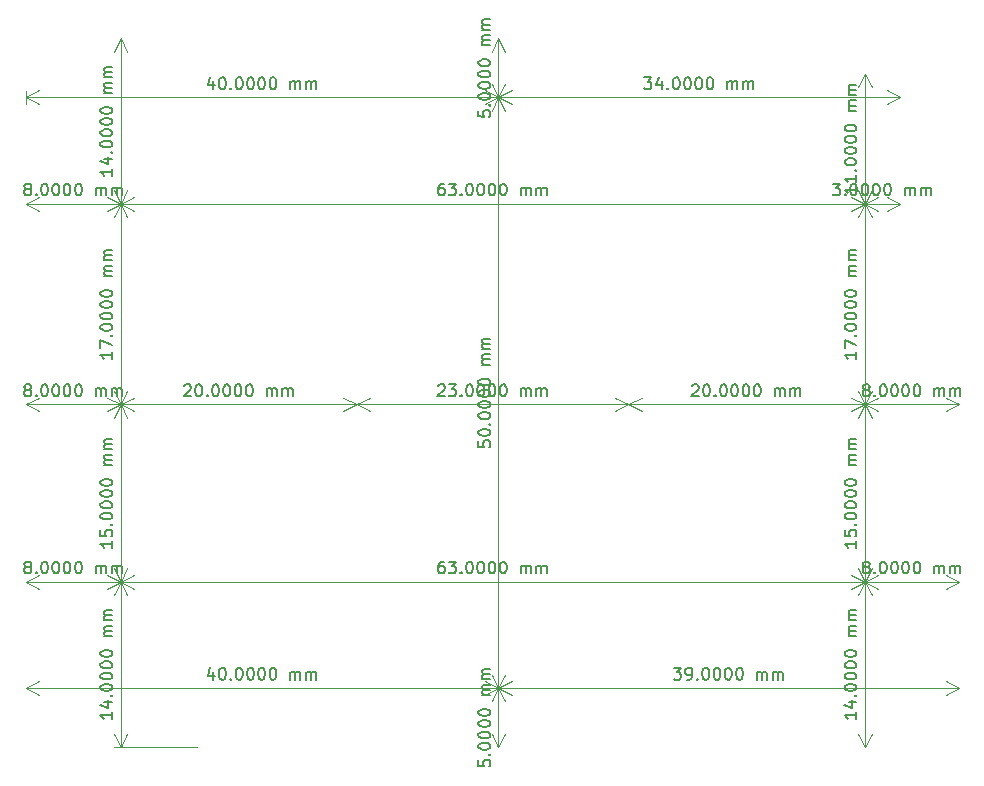
<source format=gbr>
%TF.GenerationSoftware,KiCad,Pcbnew,8.0.4-8.0.4-0~ubuntu22.04.1*%
%TF.CreationDate,2024-08-24T11:34:41-03:00*%
%TF.ProjectId,Antares-Transmitter,416e7461-7265-4732-9d54-72616e736d69,1.0.0*%
%TF.SameCoordinates,Original*%
%TF.FileFunction,Other,User*%
%FSLAX46Y46*%
G04 Gerber Fmt 4.6, Leading zero omitted, Abs format (unit mm)*
G04 Created by KiCad (PCBNEW 8.0.4-8.0.4-0~ubuntu22.04.1) date 2024-08-24 11:34:41*
%MOMM*%
%LPD*%
G01*
G04 APERTURE LIST*
%ADD10C,0.150000*%
%ADD11C,0.100000*%
G04 APERTURE END LIST*
D10*
X81047619Y-87371562D02*
X80952381Y-87323943D01*
X80952381Y-87323943D02*
X80904762Y-87276324D01*
X80904762Y-87276324D02*
X80857143Y-87181086D01*
X80857143Y-87181086D02*
X80857143Y-87133467D01*
X80857143Y-87133467D02*
X80904762Y-87038229D01*
X80904762Y-87038229D02*
X80952381Y-86990610D01*
X80952381Y-86990610D02*
X81047619Y-86942991D01*
X81047619Y-86942991D02*
X81238095Y-86942991D01*
X81238095Y-86942991D02*
X81333333Y-86990610D01*
X81333333Y-86990610D02*
X81380952Y-87038229D01*
X81380952Y-87038229D02*
X81428571Y-87133467D01*
X81428571Y-87133467D02*
X81428571Y-87181086D01*
X81428571Y-87181086D02*
X81380952Y-87276324D01*
X81380952Y-87276324D02*
X81333333Y-87323943D01*
X81333333Y-87323943D02*
X81238095Y-87371562D01*
X81238095Y-87371562D02*
X81047619Y-87371562D01*
X81047619Y-87371562D02*
X80952381Y-87419181D01*
X80952381Y-87419181D02*
X80904762Y-87466800D01*
X80904762Y-87466800D02*
X80857143Y-87562038D01*
X80857143Y-87562038D02*
X80857143Y-87752514D01*
X80857143Y-87752514D02*
X80904762Y-87847752D01*
X80904762Y-87847752D02*
X80952381Y-87895372D01*
X80952381Y-87895372D02*
X81047619Y-87942991D01*
X81047619Y-87942991D02*
X81238095Y-87942991D01*
X81238095Y-87942991D02*
X81333333Y-87895372D01*
X81333333Y-87895372D02*
X81380952Y-87847752D01*
X81380952Y-87847752D02*
X81428571Y-87752514D01*
X81428571Y-87752514D02*
X81428571Y-87562038D01*
X81428571Y-87562038D02*
X81380952Y-87466800D01*
X81380952Y-87466800D02*
X81333333Y-87419181D01*
X81333333Y-87419181D02*
X81238095Y-87371562D01*
X81857143Y-87847752D02*
X81904762Y-87895372D01*
X81904762Y-87895372D02*
X81857143Y-87942991D01*
X81857143Y-87942991D02*
X81809524Y-87895372D01*
X81809524Y-87895372D02*
X81857143Y-87847752D01*
X81857143Y-87847752D02*
X81857143Y-87942991D01*
X82523809Y-86942991D02*
X82619047Y-86942991D01*
X82619047Y-86942991D02*
X82714285Y-86990610D01*
X82714285Y-86990610D02*
X82761904Y-87038229D01*
X82761904Y-87038229D02*
X82809523Y-87133467D01*
X82809523Y-87133467D02*
X82857142Y-87323943D01*
X82857142Y-87323943D02*
X82857142Y-87562038D01*
X82857142Y-87562038D02*
X82809523Y-87752514D01*
X82809523Y-87752514D02*
X82761904Y-87847752D01*
X82761904Y-87847752D02*
X82714285Y-87895372D01*
X82714285Y-87895372D02*
X82619047Y-87942991D01*
X82619047Y-87942991D02*
X82523809Y-87942991D01*
X82523809Y-87942991D02*
X82428571Y-87895372D01*
X82428571Y-87895372D02*
X82380952Y-87847752D01*
X82380952Y-87847752D02*
X82333333Y-87752514D01*
X82333333Y-87752514D02*
X82285714Y-87562038D01*
X82285714Y-87562038D02*
X82285714Y-87323943D01*
X82285714Y-87323943D02*
X82333333Y-87133467D01*
X82333333Y-87133467D02*
X82380952Y-87038229D01*
X82380952Y-87038229D02*
X82428571Y-86990610D01*
X82428571Y-86990610D02*
X82523809Y-86942991D01*
X83476190Y-86942991D02*
X83571428Y-86942991D01*
X83571428Y-86942991D02*
X83666666Y-86990610D01*
X83666666Y-86990610D02*
X83714285Y-87038229D01*
X83714285Y-87038229D02*
X83761904Y-87133467D01*
X83761904Y-87133467D02*
X83809523Y-87323943D01*
X83809523Y-87323943D02*
X83809523Y-87562038D01*
X83809523Y-87562038D02*
X83761904Y-87752514D01*
X83761904Y-87752514D02*
X83714285Y-87847752D01*
X83714285Y-87847752D02*
X83666666Y-87895372D01*
X83666666Y-87895372D02*
X83571428Y-87942991D01*
X83571428Y-87942991D02*
X83476190Y-87942991D01*
X83476190Y-87942991D02*
X83380952Y-87895372D01*
X83380952Y-87895372D02*
X83333333Y-87847752D01*
X83333333Y-87847752D02*
X83285714Y-87752514D01*
X83285714Y-87752514D02*
X83238095Y-87562038D01*
X83238095Y-87562038D02*
X83238095Y-87323943D01*
X83238095Y-87323943D02*
X83285714Y-87133467D01*
X83285714Y-87133467D02*
X83333333Y-87038229D01*
X83333333Y-87038229D02*
X83380952Y-86990610D01*
X83380952Y-86990610D02*
X83476190Y-86942991D01*
X84428571Y-86942991D02*
X84523809Y-86942991D01*
X84523809Y-86942991D02*
X84619047Y-86990610D01*
X84619047Y-86990610D02*
X84666666Y-87038229D01*
X84666666Y-87038229D02*
X84714285Y-87133467D01*
X84714285Y-87133467D02*
X84761904Y-87323943D01*
X84761904Y-87323943D02*
X84761904Y-87562038D01*
X84761904Y-87562038D02*
X84714285Y-87752514D01*
X84714285Y-87752514D02*
X84666666Y-87847752D01*
X84666666Y-87847752D02*
X84619047Y-87895372D01*
X84619047Y-87895372D02*
X84523809Y-87942991D01*
X84523809Y-87942991D02*
X84428571Y-87942991D01*
X84428571Y-87942991D02*
X84333333Y-87895372D01*
X84333333Y-87895372D02*
X84285714Y-87847752D01*
X84285714Y-87847752D02*
X84238095Y-87752514D01*
X84238095Y-87752514D02*
X84190476Y-87562038D01*
X84190476Y-87562038D02*
X84190476Y-87323943D01*
X84190476Y-87323943D02*
X84238095Y-87133467D01*
X84238095Y-87133467D02*
X84285714Y-87038229D01*
X84285714Y-87038229D02*
X84333333Y-86990610D01*
X84333333Y-86990610D02*
X84428571Y-86942991D01*
X85380952Y-86942991D02*
X85476190Y-86942991D01*
X85476190Y-86942991D02*
X85571428Y-86990610D01*
X85571428Y-86990610D02*
X85619047Y-87038229D01*
X85619047Y-87038229D02*
X85666666Y-87133467D01*
X85666666Y-87133467D02*
X85714285Y-87323943D01*
X85714285Y-87323943D02*
X85714285Y-87562038D01*
X85714285Y-87562038D02*
X85666666Y-87752514D01*
X85666666Y-87752514D02*
X85619047Y-87847752D01*
X85619047Y-87847752D02*
X85571428Y-87895372D01*
X85571428Y-87895372D02*
X85476190Y-87942991D01*
X85476190Y-87942991D02*
X85380952Y-87942991D01*
X85380952Y-87942991D02*
X85285714Y-87895372D01*
X85285714Y-87895372D02*
X85238095Y-87847752D01*
X85238095Y-87847752D02*
X85190476Y-87752514D01*
X85190476Y-87752514D02*
X85142857Y-87562038D01*
X85142857Y-87562038D02*
X85142857Y-87323943D01*
X85142857Y-87323943D02*
X85190476Y-87133467D01*
X85190476Y-87133467D02*
X85238095Y-87038229D01*
X85238095Y-87038229D02*
X85285714Y-86990610D01*
X85285714Y-86990610D02*
X85380952Y-86942991D01*
X86904762Y-87942991D02*
X86904762Y-87276324D01*
X86904762Y-87371562D02*
X86952381Y-87323943D01*
X86952381Y-87323943D02*
X87047619Y-87276324D01*
X87047619Y-87276324D02*
X87190476Y-87276324D01*
X87190476Y-87276324D02*
X87285714Y-87323943D01*
X87285714Y-87323943D02*
X87333333Y-87419181D01*
X87333333Y-87419181D02*
X87333333Y-87942991D01*
X87333333Y-87419181D02*
X87380952Y-87323943D01*
X87380952Y-87323943D02*
X87476190Y-87276324D01*
X87476190Y-87276324D02*
X87619047Y-87276324D01*
X87619047Y-87276324D02*
X87714286Y-87323943D01*
X87714286Y-87323943D02*
X87761905Y-87419181D01*
X87761905Y-87419181D02*
X87761905Y-87942991D01*
X88238095Y-87942991D02*
X88238095Y-87276324D01*
X88238095Y-87371562D02*
X88285714Y-87323943D01*
X88285714Y-87323943D02*
X88380952Y-87276324D01*
X88380952Y-87276324D02*
X88523809Y-87276324D01*
X88523809Y-87276324D02*
X88619047Y-87323943D01*
X88619047Y-87323943D02*
X88666666Y-87419181D01*
X88666666Y-87419181D02*
X88666666Y-87942991D01*
X88666666Y-87419181D02*
X88714285Y-87323943D01*
X88714285Y-87323943D02*
X88809523Y-87276324D01*
X88809523Y-87276324D02*
X88952380Y-87276324D01*
X88952380Y-87276324D02*
X89047619Y-87323943D01*
X89047619Y-87323943D02*
X89095238Y-87419181D01*
X89095238Y-87419181D02*
X89095238Y-87942991D01*
D11*
X89000000Y-88638172D02*
X89000000Y-88638172D01*
X81000000Y-88638172D02*
X81000000Y-88638172D01*
X89000000Y-88638172D02*
X81000000Y-88638172D01*
X89000000Y-88638172D02*
X81000000Y-88638172D01*
X89000000Y-88638172D02*
X87873496Y-89224593D01*
X89000000Y-88638172D02*
X87873496Y-88051751D01*
X81000000Y-88638172D02*
X82126504Y-88051751D01*
X81000000Y-88638172D02*
X82126504Y-89224593D01*
D10*
X135833334Y-127942991D02*
X136452381Y-127942991D01*
X136452381Y-127942991D02*
X136119048Y-128323943D01*
X136119048Y-128323943D02*
X136261905Y-128323943D01*
X136261905Y-128323943D02*
X136357143Y-128371562D01*
X136357143Y-128371562D02*
X136404762Y-128419181D01*
X136404762Y-128419181D02*
X136452381Y-128514419D01*
X136452381Y-128514419D02*
X136452381Y-128752514D01*
X136452381Y-128752514D02*
X136404762Y-128847752D01*
X136404762Y-128847752D02*
X136357143Y-128895372D01*
X136357143Y-128895372D02*
X136261905Y-128942991D01*
X136261905Y-128942991D02*
X135976191Y-128942991D01*
X135976191Y-128942991D02*
X135880953Y-128895372D01*
X135880953Y-128895372D02*
X135833334Y-128847752D01*
X136928572Y-128942991D02*
X137119048Y-128942991D01*
X137119048Y-128942991D02*
X137214286Y-128895372D01*
X137214286Y-128895372D02*
X137261905Y-128847752D01*
X137261905Y-128847752D02*
X137357143Y-128704895D01*
X137357143Y-128704895D02*
X137404762Y-128514419D01*
X137404762Y-128514419D02*
X137404762Y-128133467D01*
X137404762Y-128133467D02*
X137357143Y-128038229D01*
X137357143Y-128038229D02*
X137309524Y-127990610D01*
X137309524Y-127990610D02*
X137214286Y-127942991D01*
X137214286Y-127942991D02*
X137023810Y-127942991D01*
X137023810Y-127942991D02*
X136928572Y-127990610D01*
X136928572Y-127990610D02*
X136880953Y-128038229D01*
X136880953Y-128038229D02*
X136833334Y-128133467D01*
X136833334Y-128133467D02*
X136833334Y-128371562D01*
X136833334Y-128371562D02*
X136880953Y-128466800D01*
X136880953Y-128466800D02*
X136928572Y-128514419D01*
X136928572Y-128514419D02*
X137023810Y-128562038D01*
X137023810Y-128562038D02*
X137214286Y-128562038D01*
X137214286Y-128562038D02*
X137309524Y-128514419D01*
X137309524Y-128514419D02*
X137357143Y-128466800D01*
X137357143Y-128466800D02*
X137404762Y-128371562D01*
X137833334Y-128847752D02*
X137880953Y-128895372D01*
X137880953Y-128895372D02*
X137833334Y-128942991D01*
X137833334Y-128942991D02*
X137785715Y-128895372D01*
X137785715Y-128895372D02*
X137833334Y-128847752D01*
X137833334Y-128847752D02*
X137833334Y-128942991D01*
X138500000Y-127942991D02*
X138595238Y-127942991D01*
X138595238Y-127942991D02*
X138690476Y-127990610D01*
X138690476Y-127990610D02*
X138738095Y-128038229D01*
X138738095Y-128038229D02*
X138785714Y-128133467D01*
X138785714Y-128133467D02*
X138833333Y-128323943D01*
X138833333Y-128323943D02*
X138833333Y-128562038D01*
X138833333Y-128562038D02*
X138785714Y-128752514D01*
X138785714Y-128752514D02*
X138738095Y-128847752D01*
X138738095Y-128847752D02*
X138690476Y-128895372D01*
X138690476Y-128895372D02*
X138595238Y-128942991D01*
X138595238Y-128942991D02*
X138500000Y-128942991D01*
X138500000Y-128942991D02*
X138404762Y-128895372D01*
X138404762Y-128895372D02*
X138357143Y-128847752D01*
X138357143Y-128847752D02*
X138309524Y-128752514D01*
X138309524Y-128752514D02*
X138261905Y-128562038D01*
X138261905Y-128562038D02*
X138261905Y-128323943D01*
X138261905Y-128323943D02*
X138309524Y-128133467D01*
X138309524Y-128133467D02*
X138357143Y-128038229D01*
X138357143Y-128038229D02*
X138404762Y-127990610D01*
X138404762Y-127990610D02*
X138500000Y-127942991D01*
X139452381Y-127942991D02*
X139547619Y-127942991D01*
X139547619Y-127942991D02*
X139642857Y-127990610D01*
X139642857Y-127990610D02*
X139690476Y-128038229D01*
X139690476Y-128038229D02*
X139738095Y-128133467D01*
X139738095Y-128133467D02*
X139785714Y-128323943D01*
X139785714Y-128323943D02*
X139785714Y-128562038D01*
X139785714Y-128562038D02*
X139738095Y-128752514D01*
X139738095Y-128752514D02*
X139690476Y-128847752D01*
X139690476Y-128847752D02*
X139642857Y-128895372D01*
X139642857Y-128895372D02*
X139547619Y-128942991D01*
X139547619Y-128942991D02*
X139452381Y-128942991D01*
X139452381Y-128942991D02*
X139357143Y-128895372D01*
X139357143Y-128895372D02*
X139309524Y-128847752D01*
X139309524Y-128847752D02*
X139261905Y-128752514D01*
X139261905Y-128752514D02*
X139214286Y-128562038D01*
X139214286Y-128562038D02*
X139214286Y-128323943D01*
X139214286Y-128323943D02*
X139261905Y-128133467D01*
X139261905Y-128133467D02*
X139309524Y-128038229D01*
X139309524Y-128038229D02*
X139357143Y-127990610D01*
X139357143Y-127990610D02*
X139452381Y-127942991D01*
X140404762Y-127942991D02*
X140500000Y-127942991D01*
X140500000Y-127942991D02*
X140595238Y-127990610D01*
X140595238Y-127990610D02*
X140642857Y-128038229D01*
X140642857Y-128038229D02*
X140690476Y-128133467D01*
X140690476Y-128133467D02*
X140738095Y-128323943D01*
X140738095Y-128323943D02*
X140738095Y-128562038D01*
X140738095Y-128562038D02*
X140690476Y-128752514D01*
X140690476Y-128752514D02*
X140642857Y-128847752D01*
X140642857Y-128847752D02*
X140595238Y-128895372D01*
X140595238Y-128895372D02*
X140500000Y-128942991D01*
X140500000Y-128942991D02*
X140404762Y-128942991D01*
X140404762Y-128942991D02*
X140309524Y-128895372D01*
X140309524Y-128895372D02*
X140261905Y-128847752D01*
X140261905Y-128847752D02*
X140214286Y-128752514D01*
X140214286Y-128752514D02*
X140166667Y-128562038D01*
X140166667Y-128562038D02*
X140166667Y-128323943D01*
X140166667Y-128323943D02*
X140214286Y-128133467D01*
X140214286Y-128133467D02*
X140261905Y-128038229D01*
X140261905Y-128038229D02*
X140309524Y-127990610D01*
X140309524Y-127990610D02*
X140404762Y-127942991D01*
X141357143Y-127942991D02*
X141452381Y-127942991D01*
X141452381Y-127942991D02*
X141547619Y-127990610D01*
X141547619Y-127990610D02*
X141595238Y-128038229D01*
X141595238Y-128038229D02*
X141642857Y-128133467D01*
X141642857Y-128133467D02*
X141690476Y-128323943D01*
X141690476Y-128323943D02*
X141690476Y-128562038D01*
X141690476Y-128562038D02*
X141642857Y-128752514D01*
X141642857Y-128752514D02*
X141595238Y-128847752D01*
X141595238Y-128847752D02*
X141547619Y-128895372D01*
X141547619Y-128895372D02*
X141452381Y-128942991D01*
X141452381Y-128942991D02*
X141357143Y-128942991D01*
X141357143Y-128942991D02*
X141261905Y-128895372D01*
X141261905Y-128895372D02*
X141214286Y-128847752D01*
X141214286Y-128847752D02*
X141166667Y-128752514D01*
X141166667Y-128752514D02*
X141119048Y-128562038D01*
X141119048Y-128562038D02*
X141119048Y-128323943D01*
X141119048Y-128323943D02*
X141166667Y-128133467D01*
X141166667Y-128133467D02*
X141214286Y-128038229D01*
X141214286Y-128038229D02*
X141261905Y-127990610D01*
X141261905Y-127990610D02*
X141357143Y-127942991D01*
X142880953Y-128942991D02*
X142880953Y-128276324D01*
X142880953Y-128371562D02*
X142928572Y-128323943D01*
X142928572Y-128323943D02*
X143023810Y-128276324D01*
X143023810Y-128276324D02*
X143166667Y-128276324D01*
X143166667Y-128276324D02*
X143261905Y-128323943D01*
X143261905Y-128323943D02*
X143309524Y-128419181D01*
X143309524Y-128419181D02*
X143309524Y-128942991D01*
X143309524Y-128419181D02*
X143357143Y-128323943D01*
X143357143Y-128323943D02*
X143452381Y-128276324D01*
X143452381Y-128276324D02*
X143595238Y-128276324D01*
X143595238Y-128276324D02*
X143690477Y-128323943D01*
X143690477Y-128323943D02*
X143738096Y-128419181D01*
X143738096Y-128419181D02*
X143738096Y-128942991D01*
X144214286Y-128942991D02*
X144214286Y-128276324D01*
X144214286Y-128371562D02*
X144261905Y-128323943D01*
X144261905Y-128323943D02*
X144357143Y-128276324D01*
X144357143Y-128276324D02*
X144500000Y-128276324D01*
X144500000Y-128276324D02*
X144595238Y-128323943D01*
X144595238Y-128323943D02*
X144642857Y-128419181D01*
X144642857Y-128419181D02*
X144642857Y-128942991D01*
X144642857Y-128419181D02*
X144690476Y-128323943D01*
X144690476Y-128323943D02*
X144785714Y-128276324D01*
X144785714Y-128276324D02*
X144928571Y-128276324D01*
X144928571Y-128276324D02*
X145023810Y-128323943D01*
X145023810Y-128323943D02*
X145071429Y-128419181D01*
X145071429Y-128419181D02*
X145071429Y-128942991D01*
D11*
X121000000Y-129638172D02*
X121000000Y-129638172D01*
X160000000Y-129638172D02*
X160000000Y-129638172D01*
X121000000Y-129638172D02*
X160000000Y-129638172D01*
X121000000Y-129638172D02*
X160000000Y-129638172D01*
X121000000Y-129638172D02*
X122126504Y-129051751D01*
X121000000Y-129638172D02*
X122126504Y-130224593D01*
X160000000Y-129638172D02*
X158873496Y-130224593D01*
X160000000Y-129638172D02*
X158873496Y-129051751D01*
D10*
X151304819Y-101185790D02*
X151304819Y-101757218D01*
X151304819Y-101471504D02*
X150304819Y-101471504D01*
X150304819Y-101471504D02*
X150447676Y-101566742D01*
X150447676Y-101566742D02*
X150542914Y-101661980D01*
X150542914Y-101661980D02*
X150590533Y-101757218D01*
X150304819Y-100852456D02*
X150304819Y-100185790D01*
X150304819Y-100185790D02*
X151304819Y-100614361D01*
X151209580Y-99804837D02*
X151257200Y-99757218D01*
X151257200Y-99757218D02*
X151304819Y-99804837D01*
X151304819Y-99804837D02*
X151257200Y-99852456D01*
X151257200Y-99852456D02*
X151209580Y-99804837D01*
X151209580Y-99804837D02*
X151304819Y-99804837D01*
X150304819Y-99138171D02*
X150304819Y-99042933D01*
X150304819Y-99042933D02*
X150352438Y-98947695D01*
X150352438Y-98947695D02*
X150400057Y-98900076D01*
X150400057Y-98900076D02*
X150495295Y-98852457D01*
X150495295Y-98852457D02*
X150685771Y-98804838D01*
X150685771Y-98804838D02*
X150923866Y-98804838D01*
X150923866Y-98804838D02*
X151114342Y-98852457D01*
X151114342Y-98852457D02*
X151209580Y-98900076D01*
X151209580Y-98900076D02*
X151257200Y-98947695D01*
X151257200Y-98947695D02*
X151304819Y-99042933D01*
X151304819Y-99042933D02*
X151304819Y-99138171D01*
X151304819Y-99138171D02*
X151257200Y-99233409D01*
X151257200Y-99233409D02*
X151209580Y-99281028D01*
X151209580Y-99281028D02*
X151114342Y-99328647D01*
X151114342Y-99328647D02*
X150923866Y-99376266D01*
X150923866Y-99376266D02*
X150685771Y-99376266D01*
X150685771Y-99376266D02*
X150495295Y-99328647D01*
X150495295Y-99328647D02*
X150400057Y-99281028D01*
X150400057Y-99281028D02*
X150352438Y-99233409D01*
X150352438Y-99233409D02*
X150304819Y-99138171D01*
X150304819Y-98185790D02*
X150304819Y-98090552D01*
X150304819Y-98090552D02*
X150352438Y-97995314D01*
X150352438Y-97995314D02*
X150400057Y-97947695D01*
X150400057Y-97947695D02*
X150495295Y-97900076D01*
X150495295Y-97900076D02*
X150685771Y-97852457D01*
X150685771Y-97852457D02*
X150923866Y-97852457D01*
X150923866Y-97852457D02*
X151114342Y-97900076D01*
X151114342Y-97900076D02*
X151209580Y-97947695D01*
X151209580Y-97947695D02*
X151257200Y-97995314D01*
X151257200Y-97995314D02*
X151304819Y-98090552D01*
X151304819Y-98090552D02*
X151304819Y-98185790D01*
X151304819Y-98185790D02*
X151257200Y-98281028D01*
X151257200Y-98281028D02*
X151209580Y-98328647D01*
X151209580Y-98328647D02*
X151114342Y-98376266D01*
X151114342Y-98376266D02*
X150923866Y-98423885D01*
X150923866Y-98423885D02*
X150685771Y-98423885D01*
X150685771Y-98423885D02*
X150495295Y-98376266D01*
X150495295Y-98376266D02*
X150400057Y-98328647D01*
X150400057Y-98328647D02*
X150352438Y-98281028D01*
X150352438Y-98281028D02*
X150304819Y-98185790D01*
X150304819Y-97233409D02*
X150304819Y-97138171D01*
X150304819Y-97138171D02*
X150352438Y-97042933D01*
X150352438Y-97042933D02*
X150400057Y-96995314D01*
X150400057Y-96995314D02*
X150495295Y-96947695D01*
X150495295Y-96947695D02*
X150685771Y-96900076D01*
X150685771Y-96900076D02*
X150923866Y-96900076D01*
X150923866Y-96900076D02*
X151114342Y-96947695D01*
X151114342Y-96947695D02*
X151209580Y-96995314D01*
X151209580Y-96995314D02*
X151257200Y-97042933D01*
X151257200Y-97042933D02*
X151304819Y-97138171D01*
X151304819Y-97138171D02*
X151304819Y-97233409D01*
X151304819Y-97233409D02*
X151257200Y-97328647D01*
X151257200Y-97328647D02*
X151209580Y-97376266D01*
X151209580Y-97376266D02*
X151114342Y-97423885D01*
X151114342Y-97423885D02*
X150923866Y-97471504D01*
X150923866Y-97471504D02*
X150685771Y-97471504D01*
X150685771Y-97471504D02*
X150495295Y-97423885D01*
X150495295Y-97423885D02*
X150400057Y-97376266D01*
X150400057Y-97376266D02*
X150352438Y-97328647D01*
X150352438Y-97328647D02*
X150304819Y-97233409D01*
X150304819Y-96281028D02*
X150304819Y-96185790D01*
X150304819Y-96185790D02*
X150352438Y-96090552D01*
X150352438Y-96090552D02*
X150400057Y-96042933D01*
X150400057Y-96042933D02*
X150495295Y-95995314D01*
X150495295Y-95995314D02*
X150685771Y-95947695D01*
X150685771Y-95947695D02*
X150923866Y-95947695D01*
X150923866Y-95947695D02*
X151114342Y-95995314D01*
X151114342Y-95995314D02*
X151209580Y-96042933D01*
X151209580Y-96042933D02*
X151257200Y-96090552D01*
X151257200Y-96090552D02*
X151304819Y-96185790D01*
X151304819Y-96185790D02*
X151304819Y-96281028D01*
X151304819Y-96281028D02*
X151257200Y-96376266D01*
X151257200Y-96376266D02*
X151209580Y-96423885D01*
X151209580Y-96423885D02*
X151114342Y-96471504D01*
X151114342Y-96471504D02*
X150923866Y-96519123D01*
X150923866Y-96519123D02*
X150685771Y-96519123D01*
X150685771Y-96519123D02*
X150495295Y-96471504D01*
X150495295Y-96471504D02*
X150400057Y-96423885D01*
X150400057Y-96423885D02*
X150352438Y-96376266D01*
X150352438Y-96376266D02*
X150304819Y-96281028D01*
X151304819Y-94757218D02*
X150638152Y-94757218D01*
X150733390Y-94757218D02*
X150685771Y-94709599D01*
X150685771Y-94709599D02*
X150638152Y-94614361D01*
X150638152Y-94614361D02*
X150638152Y-94471504D01*
X150638152Y-94471504D02*
X150685771Y-94376266D01*
X150685771Y-94376266D02*
X150781009Y-94328647D01*
X150781009Y-94328647D02*
X151304819Y-94328647D01*
X150781009Y-94328647D02*
X150685771Y-94281028D01*
X150685771Y-94281028D02*
X150638152Y-94185790D01*
X150638152Y-94185790D02*
X150638152Y-94042933D01*
X150638152Y-94042933D02*
X150685771Y-93947694D01*
X150685771Y-93947694D02*
X150781009Y-93900075D01*
X150781009Y-93900075D02*
X151304819Y-93900075D01*
X151304819Y-93423885D02*
X150638152Y-93423885D01*
X150733390Y-93423885D02*
X150685771Y-93376266D01*
X150685771Y-93376266D02*
X150638152Y-93281028D01*
X150638152Y-93281028D02*
X150638152Y-93138171D01*
X150638152Y-93138171D02*
X150685771Y-93042933D01*
X150685771Y-93042933D02*
X150781009Y-92995314D01*
X150781009Y-92995314D02*
X151304819Y-92995314D01*
X150781009Y-92995314D02*
X150685771Y-92947695D01*
X150685771Y-92947695D02*
X150638152Y-92852457D01*
X150638152Y-92852457D02*
X150638152Y-92709600D01*
X150638152Y-92709600D02*
X150685771Y-92614361D01*
X150685771Y-92614361D02*
X150781009Y-92566742D01*
X150781009Y-92566742D02*
X151304819Y-92566742D01*
D11*
X152000000Y-88638172D02*
X152000000Y-88638172D01*
X152000000Y-105638172D02*
X152000000Y-105638172D01*
X152000000Y-88638172D02*
X152000000Y-105638172D01*
X152000000Y-88638172D02*
X152000000Y-105638172D01*
X152000000Y-88638172D02*
X152586421Y-89764676D01*
X152000000Y-88638172D02*
X151413579Y-89764676D01*
X152000000Y-105638172D02*
X151413579Y-104511668D01*
X152000000Y-105638172D02*
X152586421Y-104511668D01*
D10*
X149309524Y-86942991D02*
X149928571Y-86942991D01*
X149928571Y-86942991D02*
X149595238Y-87323943D01*
X149595238Y-87323943D02*
X149738095Y-87323943D01*
X149738095Y-87323943D02*
X149833333Y-87371562D01*
X149833333Y-87371562D02*
X149880952Y-87419181D01*
X149880952Y-87419181D02*
X149928571Y-87514419D01*
X149928571Y-87514419D02*
X149928571Y-87752514D01*
X149928571Y-87752514D02*
X149880952Y-87847752D01*
X149880952Y-87847752D02*
X149833333Y-87895372D01*
X149833333Y-87895372D02*
X149738095Y-87942991D01*
X149738095Y-87942991D02*
X149452381Y-87942991D01*
X149452381Y-87942991D02*
X149357143Y-87895372D01*
X149357143Y-87895372D02*
X149309524Y-87847752D01*
X150357143Y-87847752D02*
X150404762Y-87895372D01*
X150404762Y-87895372D02*
X150357143Y-87942991D01*
X150357143Y-87942991D02*
X150309524Y-87895372D01*
X150309524Y-87895372D02*
X150357143Y-87847752D01*
X150357143Y-87847752D02*
X150357143Y-87942991D01*
X151023809Y-86942991D02*
X151119047Y-86942991D01*
X151119047Y-86942991D02*
X151214285Y-86990610D01*
X151214285Y-86990610D02*
X151261904Y-87038229D01*
X151261904Y-87038229D02*
X151309523Y-87133467D01*
X151309523Y-87133467D02*
X151357142Y-87323943D01*
X151357142Y-87323943D02*
X151357142Y-87562038D01*
X151357142Y-87562038D02*
X151309523Y-87752514D01*
X151309523Y-87752514D02*
X151261904Y-87847752D01*
X151261904Y-87847752D02*
X151214285Y-87895372D01*
X151214285Y-87895372D02*
X151119047Y-87942991D01*
X151119047Y-87942991D02*
X151023809Y-87942991D01*
X151023809Y-87942991D02*
X150928571Y-87895372D01*
X150928571Y-87895372D02*
X150880952Y-87847752D01*
X150880952Y-87847752D02*
X150833333Y-87752514D01*
X150833333Y-87752514D02*
X150785714Y-87562038D01*
X150785714Y-87562038D02*
X150785714Y-87323943D01*
X150785714Y-87323943D02*
X150833333Y-87133467D01*
X150833333Y-87133467D02*
X150880952Y-87038229D01*
X150880952Y-87038229D02*
X150928571Y-86990610D01*
X150928571Y-86990610D02*
X151023809Y-86942991D01*
X151976190Y-86942991D02*
X152071428Y-86942991D01*
X152071428Y-86942991D02*
X152166666Y-86990610D01*
X152166666Y-86990610D02*
X152214285Y-87038229D01*
X152214285Y-87038229D02*
X152261904Y-87133467D01*
X152261904Y-87133467D02*
X152309523Y-87323943D01*
X152309523Y-87323943D02*
X152309523Y-87562038D01*
X152309523Y-87562038D02*
X152261904Y-87752514D01*
X152261904Y-87752514D02*
X152214285Y-87847752D01*
X152214285Y-87847752D02*
X152166666Y-87895372D01*
X152166666Y-87895372D02*
X152071428Y-87942991D01*
X152071428Y-87942991D02*
X151976190Y-87942991D01*
X151976190Y-87942991D02*
X151880952Y-87895372D01*
X151880952Y-87895372D02*
X151833333Y-87847752D01*
X151833333Y-87847752D02*
X151785714Y-87752514D01*
X151785714Y-87752514D02*
X151738095Y-87562038D01*
X151738095Y-87562038D02*
X151738095Y-87323943D01*
X151738095Y-87323943D02*
X151785714Y-87133467D01*
X151785714Y-87133467D02*
X151833333Y-87038229D01*
X151833333Y-87038229D02*
X151880952Y-86990610D01*
X151880952Y-86990610D02*
X151976190Y-86942991D01*
X152928571Y-86942991D02*
X153023809Y-86942991D01*
X153023809Y-86942991D02*
X153119047Y-86990610D01*
X153119047Y-86990610D02*
X153166666Y-87038229D01*
X153166666Y-87038229D02*
X153214285Y-87133467D01*
X153214285Y-87133467D02*
X153261904Y-87323943D01*
X153261904Y-87323943D02*
X153261904Y-87562038D01*
X153261904Y-87562038D02*
X153214285Y-87752514D01*
X153214285Y-87752514D02*
X153166666Y-87847752D01*
X153166666Y-87847752D02*
X153119047Y-87895372D01*
X153119047Y-87895372D02*
X153023809Y-87942991D01*
X153023809Y-87942991D02*
X152928571Y-87942991D01*
X152928571Y-87942991D02*
X152833333Y-87895372D01*
X152833333Y-87895372D02*
X152785714Y-87847752D01*
X152785714Y-87847752D02*
X152738095Y-87752514D01*
X152738095Y-87752514D02*
X152690476Y-87562038D01*
X152690476Y-87562038D02*
X152690476Y-87323943D01*
X152690476Y-87323943D02*
X152738095Y-87133467D01*
X152738095Y-87133467D02*
X152785714Y-87038229D01*
X152785714Y-87038229D02*
X152833333Y-86990610D01*
X152833333Y-86990610D02*
X152928571Y-86942991D01*
X153880952Y-86942991D02*
X153976190Y-86942991D01*
X153976190Y-86942991D02*
X154071428Y-86990610D01*
X154071428Y-86990610D02*
X154119047Y-87038229D01*
X154119047Y-87038229D02*
X154166666Y-87133467D01*
X154166666Y-87133467D02*
X154214285Y-87323943D01*
X154214285Y-87323943D02*
X154214285Y-87562038D01*
X154214285Y-87562038D02*
X154166666Y-87752514D01*
X154166666Y-87752514D02*
X154119047Y-87847752D01*
X154119047Y-87847752D02*
X154071428Y-87895372D01*
X154071428Y-87895372D02*
X153976190Y-87942991D01*
X153976190Y-87942991D02*
X153880952Y-87942991D01*
X153880952Y-87942991D02*
X153785714Y-87895372D01*
X153785714Y-87895372D02*
X153738095Y-87847752D01*
X153738095Y-87847752D02*
X153690476Y-87752514D01*
X153690476Y-87752514D02*
X153642857Y-87562038D01*
X153642857Y-87562038D02*
X153642857Y-87323943D01*
X153642857Y-87323943D02*
X153690476Y-87133467D01*
X153690476Y-87133467D02*
X153738095Y-87038229D01*
X153738095Y-87038229D02*
X153785714Y-86990610D01*
X153785714Y-86990610D02*
X153880952Y-86942991D01*
X155404762Y-87942991D02*
X155404762Y-87276324D01*
X155404762Y-87371562D02*
X155452381Y-87323943D01*
X155452381Y-87323943D02*
X155547619Y-87276324D01*
X155547619Y-87276324D02*
X155690476Y-87276324D01*
X155690476Y-87276324D02*
X155785714Y-87323943D01*
X155785714Y-87323943D02*
X155833333Y-87419181D01*
X155833333Y-87419181D02*
X155833333Y-87942991D01*
X155833333Y-87419181D02*
X155880952Y-87323943D01*
X155880952Y-87323943D02*
X155976190Y-87276324D01*
X155976190Y-87276324D02*
X156119047Y-87276324D01*
X156119047Y-87276324D02*
X156214286Y-87323943D01*
X156214286Y-87323943D02*
X156261905Y-87419181D01*
X156261905Y-87419181D02*
X156261905Y-87942991D01*
X156738095Y-87942991D02*
X156738095Y-87276324D01*
X156738095Y-87371562D02*
X156785714Y-87323943D01*
X156785714Y-87323943D02*
X156880952Y-87276324D01*
X156880952Y-87276324D02*
X157023809Y-87276324D01*
X157023809Y-87276324D02*
X157119047Y-87323943D01*
X157119047Y-87323943D02*
X157166666Y-87419181D01*
X157166666Y-87419181D02*
X157166666Y-87942991D01*
X157166666Y-87419181D02*
X157214285Y-87323943D01*
X157214285Y-87323943D02*
X157309523Y-87276324D01*
X157309523Y-87276324D02*
X157452380Y-87276324D01*
X157452380Y-87276324D02*
X157547619Y-87323943D01*
X157547619Y-87323943D02*
X157595238Y-87419181D01*
X157595238Y-87419181D02*
X157595238Y-87942991D01*
D11*
X152000000Y-88638172D02*
X152000000Y-88638172D01*
X155000000Y-88638172D02*
X155000000Y-88638172D01*
X152000000Y-88638172D02*
X155000000Y-88638172D01*
X152000000Y-88638172D02*
X155000000Y-88638172D01*
X152000000Y-88638172D02*
X153126504Y-88051751D01*
X152000000Y-88638172D02*
X153126504Y-89224593D01*
X155000000Y-88638172D02*
X153873496Y-89224593D01*
X155000000Y-88638172D02*
X153873496Y-88051751D01*
D10*
X133333334Y-77942991D02*
X133952381Y-77942991D01*
X133952381Y-77942991D02*
X133619048Y-78323943D01*
X133619048Y-78323943D02*
X133761905Y-78323943D01*
X133761905Y-78323943D02*
X133857143Y-78371562D01*
X133857143Y-78371562D02*
X133904762Y-78419181D01*
X133904762Y-78419181D02*
X133952381Y-78514419D01*
X133952381Y-78514419D02*
X133952381Y-78752514D01*
X133952381Y-78752514D02*
X133904762Y-78847752D01*
X133904762Y-78847752D02*
X133857143Y-78895372D01*
X133857143Y-78895372D02*
X133761905Y-78942991D01*
X133761905Y-78942991D02*
X133476191Y-78942991D01*
X133476191Y-78942991D02*
X133380953Y-78895372D01*
X133380953Y-78895372D02*
X133333334Y-78847752D01*
X134809524Y-78276324D02*
X134809524Y-78942991D01*
X134571429Y-77895372D02*
X134333334Y-78609657D01*
X134333334Y-78609657D02*
X134952381Y-78609657D01*
X135333334Y-78847752D02*
X135380953Y-78895372D01*
X135380953Y-78895372D02*
X135333334Y-78942991D01*
X135333334Y-78942991D02*
X135285715Y-78895372D01*
X135285715Y-78895372D02*
X135333334Y-78847752D01*
X135333334Y-78847752D02*
X135333334Y-78942991D01*
X136000000Y-77942991D02*
X136095238Y-77942991D01*
X136095238Y-77942991D02*
X136190476Y-77990610D01*
X136190476Y-77990610D02*
X136238095Y-78038229D01*
X136238095Y-78038229D02*
X136285714Y-78133467D01*
X136285714Y-78133467D02*
X136333333Y-78323943D01*
X136333333Y-78323943D02*
X136333333Y-78562038D01*
X136333333Y-78562038D02*
X136285714Y-78752514D01*
X136285714Y-78752514D02*
X136238095Y-78847752D01*
X136238095Y-78847752D02*
X136190476Y-78895372D01*
X136190476Y-78895372D02*
X136095238Y-78942991D01*
X136095238Y-78942991D02*
X136000000Y-78942991D01*
X136000000Y-78942991D02*
X135904762Y-78895372D01*
X135904762Y-78895372D02*
X135857143Y-78847752D01*
X135857143Y-78847752D02*
X135809524Y-78752514D01*
X135809524Y-78752514D02*
X135761905Y-78562038D01*
X135761905Y-78562038D02*
X135761905Y-78323943D01*
X135761905Y-78323943D02*
X135809524Y-78133467D01*
X135809524Y-78133467D02*
X135857143Y-78038229D01*
X135857143Y-78038229D02*
X135904762Y-77990610D01*
X135904762Y-77990610D02*
X136000000Y-77942991D01*
X136952381Y-77942991D02*
X137047619Y-77942991D01*
X137047619Y-77942991D02*
X137142857Y-77990610D01*
X137142857Y-77990610D02*
X137190476Y-78038229D01*
X137190476Y-78038229D02*
X137238095Y-78133467D01*
X137238095Y-78133467D02*
X137285714Y-78323943D01*
X137285714Y-78323943D02*
X137285714Y-78562038D01*
X137285714Y-78562038D02*
X137238095Y-78752514D01*
X137238095Y-78752514D02*
X137190476Y-78847752D01*
X137190476Y-78847752D02*
X137142857Y-78895372D01*
X137142857Y-78895372D02*
X137047619Y-78942991D01*
X137047619Y-78942991D02*
X136952381Y-78942991D01*
X136952381Y-78942991D02*
X136857143Y-78895372D01*
X136857143Y-78895372D02*
X136809524Y-78847752D01*
X136809524Y-78847752D02*
X136761905Y-78752514D01*
X136761905Y-78752514D02*
X136714286Y-78562038D01*
X136714286Y-78562038D02*
X136714286Y-78323943D01*
X136714286Y-78323943D02*
X136761905Y-78133467D01*
X136761905Y-78133467D02*
X136809524Y-78038229D01*
X136809524Y-78038229D02*
X136857143Y-77990610D01*
X136857143Y-77990610D02*
X136952381Y-77942991D01*
X137904762Y-77942991D02*
X138000000Y-77942991D01*
X138000000Y-77942991D02*
X138095238Y-77990610D01*
X138095238Y-77990610D02*
X138142857Y-78038229D01*
X138142857Y-78038229D02*
X138190476Y-78133467D01*
X138190476Y-78133467D02*
X138238095Y-78323943D01*
X138238095Y-78323943D02*
X138238095Y-78562038D01*
X138238095Y-78562038D02*
X138190476Y-78752514D01*
X138190476Y-78752514D02*
X138142857Y-78847752D01*
X138142857Y-78847752D02*
X138095238Y-78895372D01*
X138095238Y-78895372D02*
X138000000Y-78942991D01*
X138000000Y-78942991D02*
X137904762Y-78942991D01*
X137904762Y-78942991D02*
X137809524Y-78895372D01*
X137809524Y-78895372D02*
X137761905Y-78847752D01*
X137761905Y-78847752D02*
X137714286Y-78752514D01*
X137714286Y-78752514D02*
X137666667Y-78562038D01*
X137666667Y-78562038D02*
X137666667Y-78323943D01*
X137666667Y-78323943D02*
X137714286Y-78133467D01*
X137714286Y-78133467D02*
X137761905Y-78038229D01*
X137761905Y-78038229D02*
X137809524Y-77990610D01*
X137809524Y-77990610D02*
X137904762Y-77942991D01*
X138857143Y-77942991D02*
X138952381Y-77942991D01*
X138952381Y-77942991D02*
X139047619Y-77990610D01*
X139047619Y-77990610D02*
X139095238Y-78038229D01*
X139095238Y-78038229D02*
X139142857Y-78133467D01*
X139142857Y-78133467D02*
X139190476Y-78323943D01*
X139190476Y-78323943D02*
X139190476Y-78562038D01*
X139190476Y-78562038D02*
X139142857Y-78752514D01*
X139142857Y-78752514D02*
X139095238Y-78847752D01*
X139095238Y-78847752D02*
X139047619Y-78895372D01*
X139047619Y-78895372D02*
X138952381Y-78942991D01*
X138952381Y-78942991D02*
X138857143Y-78942991D01*
X138857143Y-78942991D02*
X138761905Y-78895372D01*
X138761905Y-78895372D02*
X138714286Y-78847752D01*
X138714286Y-78847752D02*
X138666667Y-78752514D01*
X138666667Y-78752514D02*
X138619048Y-78562038D01*
X138619048Y-78562038D02*
X138619048Y-78323943D01*
X138619048Y-78323943D02*
X138666667Y-78133467D01*
X138666667Y-78133467D02*
X138714286Y-78038229D01*
X138714286Y-78038229D02*
X138761905Y-77990610D01*
X138761905Y-77990610D02*
X138857143Y-77942991D01*
X140380953Y-78942991D02*
X140380953Y-78276324D01*
X140380953Y-78371562D02*
X140428572Y-78323943D01*
X140428572Y-78323943D02*
X140523810Y-78276324D01*
X140523810Y-78276324D02*
X140666667Y-78276324D01*
X140666667Y-78276324D02*
X140761905Y-78323943D01*
X140761905Y-78323943D02*
X140809524Y-78419181D01*
X140809524Y-78419181D02*
X140809524Y-78942991D01*
X140809524Y-78419181D02*
X140857143Y-78323943D01*
X140857143Y-78323943D02*
X140952381Y-78276324D01*
X140952381Y-78276324D02*
X141095238Y-78276324D01*
X141095238Y-78276324D02*
X141190477Y-78323943D01*
X141190477Y-78323943D02*
X141238096Y-78419181D01*
X141238096Y-78419181D02*
X141238096Y-78942991D01*
X141714286Y-78942991D02*
X141714286Y-78276324D01*
X141714286Y-78371562D02*
X141761905Y-78323943D01*
X141761905Y-78323943D02*
X141857143Y-78276324D01*
X141857143Y-78276324D02*
X142000000Y-78276324D01*
X142000000Y-78276324D02*
X142095238Y-78323943D01*
X142095238Y-78323943D02*
X142142857Y-78419181D01*
X142142857Y-78419181D02*
X142142857Y-78942991D01*
X142142857Y-78419181D02*
X142190476Y-78323943D01*
X142190476Y-78323943D02*
X142285714Y-78276324D01*
X142285714Y-78276324D02*
X142428571Y-78276324D01*
X142428571Y-78276324D02*
X142523810Y-78323943D01*
X142523810Y-78323943D02*
X142571429Y-78419181D01*
X142571429Y-78419181D02*
X142571429Y-78942991D01*
D11*
X121000000Y-79638172D02*
X121000000Y-79638172D01*
X155000000Y-79638172D02*
X155000000Y-79638172D01*
X121000000Y-79638172D02*
X155000000Y-79638172D01*
X121000000Y-79638172D02*
X155000000Y-79638172D01*
X121000000Y-79638172D02*
X122126504Y-79051751D01*
X121000000Y-79638172D02*
X122126504Y-80224593D01*
X155000000Y-79638172D02*
X153873496Y-80224593D01*
X155000000Y-79638172D02*
X153873496Y-79051751D01*
D10*
X88304819Y-101185790D02*
X88304819Y-101757218D01*
X88304819Y-101471504D02*
X87304819Y-101471504D01*
X87304819Y-101471504D02*
X87447676Y-101566742D01*
X87447676Y-101566742D02*
X87542914Y-101661980D01*
X87542914Y-101661980D02*
X87590533Y-101757218D01*
X87304819Y-100852456D02*
X87304819Y-100185790D01*
X87304819Y-100185790D02*
X88304819Y-100614361D01*
X88209580Y-99804837D02*
X88257200Y-99757218D01*
X88257200Y-99757218D02*
X88304819Y-99804837D01*
X88304819Y-99804837D02*
X88257200Y-99852456D01*
X88257200Y-99852456D02*
X88209580Y-99804837D01*
X88209580Y-99804837D02*
X88304819Y-99804837D01*
X87304819Y-99138171D02*
X87304819Y-99042933D01*
X87304819Y-99042933D02*
X87352438Y-98947695D01*
X87352438Y-98947695D02*
X87400057Y-98900076D01*
X87400057Y-98900076D02*
X87495295Y-98852457D01*
X87495295Y-98852457D02*
X87685771Y-98804838D01*
X87685771Y-98804838D02*
X87923866Y-98804838D01*
X87923866Y-98804838D02*
X88114342Y-98852457D01*
X88114342Y-98852457D02*
X88209580Y-98900076D01*
X88209580Y-98900076D02*
X88257200Y-98947695D01*
X88257200Y-98947695D02*
X88304819Y-99042933D01*
X88304819Y-99042933D02*
X88304819Y-99138171D01*
X88304819Y-99138171D02*
X88257200Y-99233409D01*
X88257200Y-99233409D02*
X88209580Y-99281028D01*
X88209580Y-99281028D02*
X88114342Y-99328647D01*
X88114342Y-99328647D02*
X87923866Y-99376266D01*
X87923866Y-99376266D02*
X87685771Y-99376266D01*
X87685771Y-99376266D02*
X87495295Y-99328647D01*
X87495295Y-99328647D02*
X87400057Y-99281028D01*
X87400057Y-99281028D02*
X87352438Y-99233409D01*
X87352438Y-99233409D02*
X87304819Y-99138171D01*
X87304819Y-98185790D02*
X87304819Y-98090552D01*
X87304819Y-98090552D02*
X87352438Y-97995314D01*
X87352438Y-97995314D02*
X87400057Y-97947695D01*
X87400057Y-97947695D02*
X87495295Y-97900076D01*
X87495295Y-97900076D02*
X87685771Y-97852457D01*
X87685771Y-97852457D02*
X87923866Y-97852457D01*
X87923866Y-97852457D02*
X88114342Y-97900076D01*
X88114342Y-97900076D02*
X88209580Y-97947695D01*
X88209580Y-97947695D02*
X88257200Y-97995314D01*
X88257200Y-97995314D02*
X88304819Y-98090552D01*
X88304819Y-98090552D02*
X88304819Y-98185790D01*
X88304819Y-98185790D02*
X88257200Y-98281028D01*
X88257200Y-98281028D02*
X88209580Y-98328647D01*
X88209580Y-98328647D02*
X88114342Y-98376266D01*
X88114342Y-98376266D02*
X87923866Y-98423885D01*
X87923866Y-98423885D02*
X87685771Y-98423885D01*
X87685771Y-98423885D02*
X87495295Y-98376266D01*
X87495295Y-98376266D02*
X87400057Y-98328647D01*
X87400057Y-98328647D02*
X87352438Y-98281028D01*
X87352438Y-98281028D02*
X87304819Y-98185790D01*
X87304819Y-97233409D02*
X87304819Y-97138171D01*
X87304819Y-97138171D02*
X87352438Y-97042933D01*
X87352438Y-97042933D02*
X87400057Y-96995314D01*
X87400057Y-96995314D02*
X87495295Y-96947695D01*
X87495295Y-96947695D02*
X87685771Y-96900076D01*
X87685771Y-96900076D02*
X87923866Y-96900076D01*
X87923866Y-96900076D02*
X88114342Y-96947695D01*
X88114342Y-96947695D02*
X88209580Y-96995314D01*
X88209580Y-96995314D02*
X88257200Y-97042933D01*
X88257200Y-97042933D02*
X88304819Y-97138171D01*
X88304819Y-97138171D02*
X88304819Y-97233409D01*
X88304819Y-97233409D02*
X88257200Y-97328647D01*
X88257200Y-97328647D02*
X88209580Y-97376266D01*
X88209580Y-97376266D02*
X88114342Y-97423885D01*
X88114342Y-97423885D02*
X87923866Y-97471504D01*
X87923866Y-97471504D02*
X87685771Y-97471504D01*
X87685771Y-97471504D02*
X87495295Y-97423885D01*
X87495295Y-97423885D02*
X87400057Y-97376266D01*
X87400057Y-97376266D02*
X87352438Y-97328647D01*
X87352438Y-97328647D02*
X87304819Y-97233409D01*
X87304819Y-96281028D02*
X87304819Y-96185790D01*
X87304819Y-96185790D02*
X87352438Y-96090552D01*
X87352438Y-96090552D02*
X87400057Y-96042933D01*
X87400057Y-96042933D02*
X87495295Y-95995314D01*
X87495295Y-95995314D02*
X87685771Y-95947695D01*
X87685771Y-95947695D02*
X87923866Y-95947695D01*
X87923866Y-95947695D02*
X88114342Y-95995314D01*
X88114342Y-95995314D02*
X88209580Y-96042933D01*
X88209580Y-96042933D02*
X88257200Y-96090552D01*
X88257200Y-96090552D02*
X88304819Y-96185790D01*
X88304819Y-96185790D02*
X88304819Y-96281028D01*
X88304819Y-96281028D02*
X88257200Y-96376266D01*
X88257200Y-96376266D02*
X88209580Y-96423885D01*
X88209580Y-96423885D02*
X88114342Y-96471504D01*
X88114342Y-96471504D02*
X87923866Y-96519123D01*
X87923866Y-96519123D02*
X87685771Y-96519123D01*
X87685771Y-96519123D02*
X87495295Y-96471504D01*
X87495295Y-96471504D02*
X87400057Y-96423885D01*
X87400057Y-96423885D02*
X87352438Y-96376266D01*
X87352438Y-96376266D02*
X87304819Y-96281028D01*
X88304819Y-94757218D02*
X87638152Y-94757218D01*
X87733390Y-94757218D02*
X87685771Y-94709599D01*
X87685771Y-94709599D02*
X87638152Y-94614361D01*
X87638152Y-94614361D02*
X87638152Y-94471504D01*
X87638152Y-94471504D02*
X87685771Y-94376266D01*
X87685771Y-94376266D02*
X87781009Y-94328647D01*
X87781009Y-94328647D02*
X88304819Y-94328647D01*
X87781009Y-94328647D02*
X87685771Y-94281028D01*
X87685771Y-94281028D02*
X87638152Y-94185790D01*
X87638152Y-94185790D02*
X87638152Y-94042933D01*
X87638152Y-94042933D02*
X87685771Y-93947694D01*
X87685771Y-93947694D02*
X87781009Y-93900075D01*
X87781009Y-93900075D02*
X88304819Y-93900075D01*
X88304819Y-93423885D02*
X87638152Y-93423885D01*
X87733390Y-93423885D02*
X87685771Y-93376266D01*
X87685771Y-93376266D02*
X87638152Y-93281028D01*
X87638152Y-93281028D02*
X87638152Y-93138171D01*
X87638152Y-93138171D02*
X87685771Y-93042933D01*
X87685771Y-93042933D02*
X87781009Y-92995314D01*
X87781009Y-92995314D02*
X88304819Y-92995314D01*
X87781009Y-92995314D02*
X87685771Y-92947695D01*
X87685771Y-92947695D02*
X87638152Y-92852457D01*
X87638152Y-92852457D02*
X87638152Y-92709600D01*
X87638152Y-92709600D02*
X87685771Y-92614361D01*
X87685771Y-92614361D02*
X87781009Y-92566742D01*
X87781009Y-92566742D02*
X88304819Y-92566742D01*
D11*
X89000000Y-105638172D02*
X89000000Y-105638172D01*
X89000000Y-88638172D02*
X89000000Y-88638172D01*
X89000000Y-105638172D02*
X89000000Y-88638172D01*
X89000000Y-105638172D02*
X89000000Y-88638172D01*
X89000000Y-105638172D02*
X88413579Y-104511668D01*
X89000000Y-105638172D02*
X89586421Y-104511668D01*
X89000000Y-88638172D02*
X89586421Y-89764676D01*
X89000000Y-88638172D02*
X88413579Y-89764676D01*
D10*
X152047619Y-119371562D02*
X151952381Y-119323943D01*
X151952381Y-119323943D02*
X151904762Y-119276324D01*
X151904762Y-119276324D02*
X151857143Y-119181086D01*
X151857143Y-119181086D02*
X151857143Y-119133467D01*
X151857143Y-119133467D02*
X151904762Y-119038229D01*
X151904762Y-119038229D02*
X151952381Y-118990610D01*
X151952381Y-118990610D02*
X152047619Y-118942991D01*
X152047619Y-118942991D02*
X152238095Y-118942991D01*
X152238095Y-118942991D02*
X152333333Y-118990610D01*
X152333333Y-118990610D02*
X152380952Y-119038229D01*
X152380952Y-119038229D02*
X152428571Y-119133467D01*
X152428571Y-119133467D02*
X152428571Y-119181086D01*
X152428571Y-119181086D02*
X152380952Y-119276324D01*
X152380952Y-119276324D02*
X152333333Y-119323943D01*
X152333333Y-119323943D02*
X152238095Y-119371562D01*
X152238095Y-119371562D02*
X152047619Y-119371562D01*
X152047619Y-119371562D02*
X151952381Y-119419181D01*
X151952381Y-119419181D02*
X151904762Y-119466800D01*
X151904762Y-119466800D02*
X151857143Y-119562038D01*
X151857143Y-119562038D02*
X151857143Y-119752514D01*
X151857143Y-119752514D02*
X151904762Y-119847752D01*
X151904762Y-119847752D02*
X151952381Y-119895372D01*
X151952381Y-119895372D02*
X152047619Y-119942991D01*
X152047619Y-119942991D02*
X152238095Y-119942991D01*
X152238095Y-119942991D02*
X152333333Y-119895372D01*
X152333333Y-119895372D02*
X152380952Y-119847752D01*
X152380952Y-119847752D02*
X152428571Y-119752514D01*
X152428571Y-119752514D02*
X152428571Y-119562038D01*
X152428571Y-119562038D02*
X152380952Y-119466800D01*
X152380952Y-119466800D02*
X152333333Y-119419181D01*
X152333333Y-119419181D02*
X152238095Y-119371562D01*
X152857143Y-119847752D02*
X152904762Y-119895372D01*
X152904762Y-119895372D02*
X152857143Y-119942991D01*
X152857143Y-119942991D02*
X152809524Y-119895372D01*
X152809524Y-119895372D02*
X152857143Y-119847752D01*
X152857143Y-119847752D02*
X152857143Y-119942991D01*
X153523809Y-118942991D02*
X153619047Y-118942991D01*
X153619047Y-118942991D02*
X153714285Y-118990610D01*
X153714285Y-118990610D02*
X153761904Y-119038229D01*
X153761904Y-119038229D02*
X153809523Y-119133467D01*
X153809523Y-119133467D02*
X153857142Y-119323943D01*
X153857142Y-119323943D02*
X153857142Y-119562038D01*
X153857142Y-119562038D02*
X153809523Y-119752514D01*
X153809523Y-119752514D02*
X153761904Y-119847752D01*
X153761904Y-119847752D02*
X153714285Y-119895372D01*
X153714285Y-119895372D02*
X153619047Y-119942991D01*
X153619047Y-119942991D02*
X153523809Y-119942991D01*
X153523809Y-119942991D02*
X153428571Y-119895372D01*
X153428571Y-119895372D02*
X153380952Y-119847752D01*
X153380952Y-119847752D02*
X153333333Y-119752514D01*
X153333333Y-119752514D02*
X153285714Y-119562038D01*
X153285714Y-119562038D02*
X153285714Y-119323943D01*
X153285714Y-119323943D02*
X153333333Y-119133467D01*
X153333333Y-119133467D02*
X153380952Y-119038229D01*
X153380952Y-119038229D02*
X153428571Y-118990610D01*
X153428571Y-118990610D02*
X153523809Y-118942991D01*
X154476190Y-118942991D02*
X154571428Y-118942991D01*
X154571428Y-118942991D02*
X154666666Y-118990610D01*
X154666666Y-118990610D02*
X154714285Y-119038229D01*
X154714285Y-119038229D02*
X154761904Y-119133467D01*
X154761904Y-119133467D02*
X154809523Y-119323943D01*
X154809523Y-119323943D02*
X154809523Y-119562038D01*
X154809523Y-119562038D02*
X154761904Y-119752514D01*
X154761904Y-119752514D02*
X154714285Y-119847752D01*
X154714285Y-119847752D02*
X154666666Y-119895372D01*
X154666666Y-119895372D02*
X154571428Y-119942991D01*
X154571428Y-119942991D02*
X154476190Y-119942991D01*
X154476190Y-119942991D02*
X154380952Y-119895372D01*
X154380952Y-119895372D02*
X154333333Y-119847752D01*
X154333333Y-119847752D02*
X154285714Y-119752514D01*
X154285714Y-119752514D02*
X154238095Y-119562038D01*
X154238095Y-119562038D02*
X154238095Y-119323943D01*
X154238095Y-119323943D02*
X154285714Y-119133467D01*
X154285714Y-119133467D02*
X154333333Y-119038229D01*
X154333333Y-119038229D02*
X154380952Y-118990610D01*
X154380952Y-118990610D02*
X154476190Y-118942991D01*
X155428571Y-118942991D02*
X155523809Y-118942991D01*
X155523809Y-118942991D02*
X155619047Y-118990610D01*
X155619047Y-118990610D02*
X155666666Y-119038229D01*
X155666666Y-119038229D02*
X155714285Y-119133467D01*
X155714285Y-119133467D02*
X155761904Y-119323943D01*
X155761904Y-119323943D02*
X155761904Y-119562038D01*
X155761904Y-119562038D02*
X155714285Y-119752514D01*
X155714285Y-119752514D02*
X155666666Y-119847752D01*
X155666666Y-119847752D02*
X155619047Y-119895372D01*
X155619047Y-119895372D02*
X155523809Y-119942991D01*
X155523809Y-119942991D02*
X155428571Y-119942991D01*
X155428571Y-119942991D02*
X155333333Y-119895372D01*
X155333333Y-119895372D02*
X155285714Y-119847752D01*
X155285714Y-119847752D02*
X155238095Y-119752514D01*
X155238095Y-119752514D02*
X155190476Y-119562038D01*
X155190476Y-119562038D02*
X155190476Y-119323943D01*
X155190476Y-119323943D02*
X155238095Y-119133467D01*
X155238095Y-119133467D02*
X155285714Y-119038229D01*
X155285714Y-119038229D02*
X155333333Y-118990610D01*
X155333333Y-118990610D02*
X155428571Y-118942991D01*
X156380952Y-118942991D02*
X156476190Y-118942991D01*
X156476190Y-118942991D02*
X156571428Y-118990610D01*
X156571428Y-118990610D02*
X156619047Y-119038229D01*
X156619047Y-119038229D02*
X156666666Y-119133467D01*
X156666666Y-119133467D02*
X156714285Y-119323943D01*
X156714285Y-119323943D02*
X156714285Y-119562038D01*
X156714285Y-119562038D02*
X156666666Y-119752514D01*
X156666666Y-119752514D02*
X156619047Y-119847752D01*
X156619047Y-119847752D02*
X156571428Y-119895372D01*
X156571428Y-119895372D02*
X156476190Y-119942991D01*
X156476190Y-119942991D02*
X156380952Y-119942991D01*
X156380952Y-119942991D02*
X156285714Y-119895372D01*
X156285714Y-119895372D02*
X156238095Y-119847752D01*
X156238095Y-119847752D02*
X156190476Y-119752514D01*
X156190476Y-119752514D02*
X156142857Y-119562038D01*
X156142857Y-119562038D02*
X156142857Y-119323943D01*
X156142857Y-119323943D02*
X156190476Y-119133467D01*
X156190476Y-119133467D02*
X156238095Y-119038229D01*
X156238095Y-119038229D02*
X156285714Y-118990610D01*
X156285714Y-118990610D02*
X156380952Y-118942991D01*
X157904762Y-119942991D02*
X157904762Y-119276324D01*
X157904762Y-119371562D02*
X157952381Y-119323943D01*
X157952381Y-119323943D02*
X158047619Y-119276324D01*
X158047619Y-119276324D02*
X158190476Y-119276324D01*
X158190476Y-119276324D02*
X158285714Y-119323943D01*
X158285714Y-119323943D02*
X158333333Y-119419181D01*
X158333333Y-119419181D02*
X158333333Y-119942991D01*
X158333333Y-119419181D02*
X158380952Y-119323943D01*
X158380952Y-119323943D02*
X158476190Y-119276324D01*
X158476190Y-119276324D02*
X158619047Y-119276324D01*
X158619047Y-119276324D02*
X158714286Y-119323943D01*
X158714286Y-119323943D02*
X158761905Y-119419181D01*
X158761905Y-119419181D02*
X158761905Y-119942991D01*
X159238095Y-119942991D02*
X159238095Y-119276324D01*
X159238095Y-119371562D02*
X159285714Y-119323943D01*
X159285714Y-119323943D02*
X159380952Y-119276324D01*
X159380952Y-119276324D02*
X159523809Y-119276324D01*
X159523809Y-119276324D02*
X159619047Y-119323943D01*
X159619047Y-119323943D02*
X159666666Y-119419181D01*
X159666666Y-119419181D02*
X159666666Y-119942991D01*
X159666666Y-119419181D02*
X159714285Y-119323943D01*
X159714285Y-119323943D02*
X159809523Y-119276324D01*
X159809523Y-119276324D02*
X159952380Y-119276324D01*
X159952380Y-119276324D02*
X160047619Y-119323943D01*
X160047619Y-119323943D02*
X160095238Y-119419181D01*
X160095238Y-119419181D02*
X160095238Y-119942991D01*
D11*
X152000000Y-120638172D02*
X152000000Y-120638172D01*
X160000000Y-120638172D02*
X160000000Y-120638172D01*
X152000000Y-120638172D02*
X160000000Y-120638172D01*
X152000000Y-120638172D02*
X160000000Y-120638172D01*
X152000000Y-120638172D02*
X153126504Y-120051751D01*
X152000000Y-120638172D02*
X153126504Y-121224593D01*
X160000000Y-120638172D02*
X158873496Y-121224593D01*
X160000000Y-120638172D02*
X158873496Y-120051751D01*
D10*
X152047619Y-104371562D02*
X151952381Y-104323943D01*
X151952381Y-104323943D02*
X151904762Y-104276324D01*
X151904762Y-104276324D02*
X151857143Y-104181086D01*
X151857143Y-104181086D02*
X151857143Y-104133467D01*
X151857143Y-104133467D02*
X151904762Y-104038229D01*
X151904762Y-104038229D02*
X151952381Y-103990610D01*
X151952381Y-103990610D02*
X152047619Y-103942991D01*
X152047619Y-103942991D02*
X152238095Y-103942991D01*
X152238095Y-103942991D02*
X152333333Y-103990610D01*
X152333333Y-103990610D02*
X152380952Y-104038229D01*
X152380952Y-104038229D02*
X152428571Y-104133467D01*
X152428571Y-104133467D02*
X152428571Y-104181086D01*
X152428571Y-104181086D02*
X152380952Y-104276324D01*
X152380952Y-104276324D02*
X152333333Y-104323943D01*
X152333333Y-104323943D02*
X152238095Y-104371562D01*
X152238095Y-104371562D02*
X152047619Y-104371562D01*
X152047619Y-104371562D02*
X151952381Y-104419181D01*
X151952381Y-104419181D02*
X151904762Y-104466800D01*
X151904762Y-104466800D02*
X151857143Y-104562038D01*
X151857143Y-104562038D02*
X151857143Y-104752514D01*
X151857143Y-104752514D02*
X151904762Y-104847752D01*
X151904762Y-104847752D02*
X151952381Y-104895372D01*
X151952381Y-104895372D02*
X152047619Y-104942991D01*
X152047619Y-104942991D02*
X152238095Y-104942991D01*
X152238095Y-104942991D02*
X152333333Y-104895372D01*
X152333333Y-104895372D02*
X152380952Y-104847752D01*
X152380952Y-104847752D02*
X152428571Y-104752514D01*
X152428571Y-104752514D02*
X152428571Y-104562038D01*
X152428571Y-104562038D02*
X152380952Y-104466800D01*
X152380952Y-104466800D02*
X152333333Y-104419181D01*
X152333333Y-104419181D02*
X152238095Y-104371562D01*
X152857143Y-104847752D02*
X152904762Y-104895372D01*
X152904762Y-104895372D02*
X152857143Y-104942991D01*
X152857143Y-104942991D02*
X152809524Y-104895372D01*
X152809524Y-104895372D02*
X152857143Y-104847752D01*
X152857143Y-104847752D02*
X152857143Y-104942991D01*
X153523809Y-103942991D02*
X153619047Y-103942991D01*
X153619047Y-103942991D02*
X153714285Y-103990610D01*
X153714285Y-103990610D02*
X153761904Y-104038229D01*
X153761904Y-104038229D02*
X153809523Y-104133467D01*
X153809523Y-104133467D02*
X153857142Y-104323943D01*
X153857142Y-104323943D02*
X153857142Y-104562038D01*
X153857142Y-104562038D02*
X153809523Y-104752514D01*
X153809523Y-104752514D02*
X153761904Y-104847752D01*
X153761904Y-104847752D02*
X153714285Y-104895372D01*
X153714285Y-104895372D02*
X153619047Y-104942991D01*
X153619047Y-104942991D02*
X153523809Y-104942991D01*
X153523809Y-104942991D02*
X153428571Y-104895372D01*
X153428571Y-104895372D02*
X153380952Y-104847752D01*
X153380952Y-104847752D02*
X153333333Y-104752514D01*
X153333333Y-104752514D02*
X153285714Y-104562038D01*
X153285714Y-104562038D02*
X153285714Y-104323943D01*
X153285714Y-104323943D02*
X153333333Y-104133467D01*
X153333333Y-104133467D02*
X153380952Y-104038229D01*
X153380952Y-104038229D02*
X153428571Y-103990610D01*
X153428571Y-103990610D02*
X153523809Y-103942991D01*
X154476190Y-103942991D02*
X154571428Y-103942991D01*
X154571428Y-103942991D02*
X154666666Y-103990610D01*
X154666666Y-103990610D02*
X154714285Y-104038229D01*
X154714285Y-104038229D02*
X154761904Y-104133467D01*
X154761904Y-104133467D02*
X154809523Y-104323943D01*
X154809523Y-104323943D02*
X154809523Y-104562038D01*
X154809523Y-104562038D02*
X154761904Y-104752514D01*
X154761904Y-104752514D02*
X154714285Y-104847752D01*
X154714285Y-104847752D02*
X154666666Y-104895372D01*
X154666666Y-104895372D02*
X154571428Y-104942991D01*
X154571428Y-104942991D02*
X154476190Y-104942991D01*
X154476190Y-104942991D02*
X154380952Y-104895372D01*
X154380952Y-104895372D02*
X154333333Y-104847752D01*
X154333333Y-104847752D02*
X154285714Y-104752514D01*
X154285714Y-104752514D02*
X154238095Y-104562038D01*
X154238095Y-104562038D02*
X154238095Y-104323943D01*
X154238095Y-104323943D02*
X154285714Y-104133467D01*
X154285714Y-104133467D02*
X154333333Y-104038229D01*
X154333333Y-104038229D02*
X154380952Y-103990610D01*
X154380952Y-103990610D02*
X154476190Y-103942991D01*
X155428571Y-103942991D02*
X155523809Y-103942991D01*
X155523809Y-103942991D02*
X155619047Y-103990610D01*
X155619047Y-103990610D02*
X155666666Y-104038229D01*
X155666666Y-104038229D02*
X155714285Y-104133467D01*
X155714285Y-104133467D02*
X155761904Y-104323943D01*
X155761904Y-104323943D02*
X155761904Y-104562038D01*
X155761904Y-104562038D02*
X155714285Y-104752514D01*
X155714285Y-104752514D02*
X155666666Y-104847752D01*
X155666666Y-104847752D02*
X155619047Y-104895372D01*
X155619047Y-104895372D02*
X155523809Y-104942991D01*
X155523809Y-104942991D02*
X155428571Y-104942991D01*
X155428571Y-104942991D02*
X155333333Y-104895372D01*
X155333333Y-104895372D02*
X155285714Y-104847752D01*
X155285714Y-104847752D02*
X155238095Y-104752514D01*
X155238095Y-104752514D02*
X155190476Y-104562038D01*
X155190476Y-104562038D02*
X155190476Y-104323943D01*
X155190476Y-104323943D02*
X155238095Y-104133467D01*
X155238095Y-104133467D02*
X155285714Y-104038229D01*
X155285714Y-104038229D02*
X155333333Y-103990610D01*
X155333333Y-103990610D02*
X155428571Y-103942991D01*
X156380952Y-103942991D02*
X156476190Y-103942991D01*
X156476190Y-103942991D02*
X156571428Y-103990610D01*
X156571428Y-103990610D02*
X156619047Y-104038229D01*
X156619047Y-104038229D02*
X156666666Y-104133467D01*
X156666666Y-104133467D02*
X156714285Y-104323943D01*
X156714285Y-104323943D02*
X156714285Y-104562038D01*
X156714285Y-104562038D02*
X156666666Y-104752514D01*
X156666666Y-104752514D02*
X156619047Y-104847752D01*
X156619047Y-104847752D02*
X156571428Y-104895372D01*
X156571428Y-104895372D02*
X156476190Y-104942991D01*
X156476190Y-104942991D02*
X156380952Y-104942991D01*
X156380952Y-104942991D02*
X156285714Y-104895372D01*
X156285714Y-104895372D02*
X156238095Y-104847752D01*
X156238095Y-104847752D02*
X156190476Y-104752514D01*
X156190476Y-104752514D02*
X156142857Y-104562038D01*
X156142857Y-104562038D02*
X156142857Y-104323943D01*
X156142857Y-104323943D02*
X156190476Y-104133467D01*
X156190476Y-104133467D02*
X156238095Y-104038229D01*
X156238095Y-104038229D02*
X156285714Y-103990610D01*
X156285714Y-103990610D02*
X156380952Y-103942991D01*
X157904762Y-104942991D02*
X157904762Y-104276324D01*
X157904762Y-104371562D02*
X157952381Y-104323943D01*
X157952381Y-104323943D02*
X158047619Y-104276324D01*
X158047619Y-104276324D02*
X158190476Y-104276324D01*
X158190476Y-104276324D02*
X158285714Y-104323943D01*
X158285714Y-104323943D02*
X158333333Y-104419181D01*
X158333333Y-104419181D02*
X158333333Y-104942991D01*
X158333333Y-104419181D02*
X158380952Y-104323943D01*
X158380952Y-104323943D02*
X158476190Y-104276324D01*
X158476190Y-104276324D02*
X158619047Y-104276324D01*
X158619047Y-104276324D02*
X158714286Y-104323943D01*
X158714286Y-104323943D02*
X158761905Y-104419181D01*
X158761905Y-104419181D02*
X158761905Y-104942991D01*
X159238095Y-104942991D02*
X159238095Y-104276324D01*
X159238095Y-104371562D02*
X159285714Y-104323943D01*
X159285714Y-104323943D02*
X159380952Y-104276324D01*
X159380952Y-104276324D02*
X159523809Y-104276324D01*
X159523809Y-104276324D02*
X159619047Y-104323943D01*
X159619047Y-104323943D02*
X159666666Y-104419181D01*
X159666666Y-104419181D02*
X159666666Y-104942991D01*
X159666666Y-104419181D02*
X159714285Y-104323943D01*
X159714285Y-104323943D02*
X159809523Y-104276324D01*
X159809523Y-104276324D02*
X159952380Y-104276324D01*
X159952380Y-104276324D02*
X160047619Y-104323943D01*
X160047619Y-104323943D02*
X160095238Y-104419181D01*
X160095238Y-104419181D02*
X160095238Y-104942991D01*
D11*
X152000000Y-105638172D02*
X152000000Y-105638172D01*
X160000000Y-105638172D02*
X160000000Y-105638172D01*
X152000000Y-105638172D02*
X160000000Y-105638172D01*
X152000000Y-105638172D02*
X160000000Y-105638172D01*
X152000000Y-105638172D02*
X153126504Y-105051751D01*
X152000000Y-105638172D02*
X153126504Y-106224593D01*
X160000000Y-105638172D02*
X158873496Y-106224593D01*
X160000000Y-105638172D02*
X158873496Y-105051751D01*
D10*
X115880953Y-104038229D02*
X115928572Y-103990610D01*
X115928572Y-103990610D02*
X116023810Y-103942991D01*
X116023810Y-103942991D02*
X116261905Y-103942991D01*
X116261905Y-103942991D02*
X116357143Y-103990610D01*
X116357143Y-103990610D02*
X116404762Y-104038229D01*
X116404762Y-104038229D02*
X116452381Y-104133467D01*
X116452381Y-104133467D02*
X116452381Y-104228705D01*
X116452381Y-104228705D02*
X116404762Y-104371562D01*
X116404762Y-104371562D02*
X115833334Y-104942991D01*
X115833334Y-104942991D02*
X116452381Y-104942991D01*
X116785715Y-103942991D02*
X117404762Y-103942991D01*
X117404762Y-103942991D02*
X117071429Y-104323943D01*
X117071429Y-104323943D02*
X117214286Y-104323943D01*
X117214286Y-104323943D02*
X117309524Y-104371562D01*
X117309524Y-104371562D02*
X117357143Y-104419181D01*
X117357143Y-104419181D02*
X117404762Y-104514419D01*
X117404762Y-104514419D02*
X117404762Y-104752514D01*
X117404762Y-104752514D02*
X117357143Y-104847752D01*
X117357143Y-104847752D02*
X117309524Y-104895372D01*
X117309524Y-104895372D02*
X117214286Y-104942991D01*
X117214286Y-104942991D02*
X116928572Y-104942991D01*
X116928572Y-104942991D02*
X116833334Y-104895372D01*
X116833334Y-104895372D02*
X116785715Y-104847752D01*
X117833334Y-104847752D02*
X117880953Y-104895372D01*
X117880953Y-104895372D02*
X117833334Y-104942991D01*
X117833334Y-104942991D02*
X117785715Y-104895372D01*
X117785715Y-104895372D02*
X117833334Y-104847752D01*
X117833334Y-104847752D02*
X117833334Y-104942991D01*
X118500000Y-103942991D02*
X118595238Y-103942991D01*
X118595238Y-103942991D02*
X118690476Y-103990610D01*
X118690476Y-103990610D02*
X118738095Y-104038229D01*
X118738095Y-104038229D02*
X118785714Y-104133467D01*
X118785714Y-104133467D02*
X118833333Y-104323943D01*
X118833333Y-104323943D02*
X118833333Y-104562038D01*
X118833333Y-104562038D02*
X118785714Y-104752514D01*
X118785714Y-104752514D02*
X118738095Y-104847752D01*
X118738095Y-104847752D02*
X118690476Y-104895372D01*
X118690476Y-104895372D02*
X118595238Y-104942991D01*
X118595238Y-104942991D02*
X118500000Y-104942991D01*
X118500000Y-104942991D02*
X118404762Y-104895372D01*
X118404762Y-104895372D02*
X118357143Y-104847752D01*
X118357143Y-104847752D02*
X118309524Y-104752514D01*
X118309524Y-104752514D02*
X118261905Y-104562038D01*
X118261905Y-104562038D02*
X118261905Y-104323943D01*
X118261905Y-104323943D02*
X118309524Y-104133467D01*
X118309524Y-104133467D02*
X118357143Y-104038229D01*
X118357143Y-104038229D02*
X118404762Y-103990610D01*
X118404762Y-103990610D02*
X118500000Y-103942991D01*
X119452381Y-103942991D02*
X119547619Y-103942991D01*
X119547619Y-103942991D02*
X119642857Y-103990610D01*
X119642857Y-103990610D02*
X119690476Y-104038229D01*
X119690476Y-104038229D02*
X119738095Y-104133467D01*
X119738095Y-104133467D02*
X119785714Y-104323943D01*
X119785714Y-104323943D02*
X119785714Y-104562038D01*
X119785714Y-104562038D02*
X119738095Y-104752514D01*
X119738095Y-104752514D02*
X119690476Y-104847752D01*
X119690476Y-104847752D02*
X119642857Y-104895372D01*
X119642857Y-104895372D02*
X119547619Y-104942991D01*
X119547619Y-104942991D02*
X119452381Y-104942991D01*
X119452381Y-104942991D02*
X119357143Y-104895372D01*
X119357143Y-104895372D02*
X119309524Y-104847752D01*
X119309524Y-104847752D02*
X119261905Y-104752514D01*
X119261905Y-104752514D02*
X119214286Y-104562038D01*
X119214286Y-104562038D02*
X119214286Y-104323943D01*
X119214286Y-104323943D02*
X119261905Y-104133467D01*
X119261905Y-104133467D02*
X119309524Y-104038229D01*
X119309524Y-104038229D02*
X119357143Y-103990610D01*
X119357143Y-103990610D02*
X119452381Y-103942991D01*
X120404762Y-103942991D02*
X120500000Y-103942991D01*
X120500000Y-103942991D02*
X120595238Y-103990610D01*
X120595238Y-103990610D02*
X120642857Y-104038229D01*
X120642857Y-104038229D02*
X120690476Y-104133467D01*
X120690476Y-104133467D02*
X120738095Y-104323943D01*
X120738095Y-104323943D02*
X120738095Y-104562038D01*
X120738095Y-104562038D02*
X120690476Y-104752514D01*
X120690476Y-104752514D02*
X120642857Y-104847752D01*
X120642857Y-104847752D02*
X120595238Y-104895372D01*
X120595238Y-104895372D02*
X120500000Y-104942991D01*
X120500000Y-104942991D02*
X120404762Y-104942991D01*
X120404762Y-104942991D02*
X120309524Y-104895372D01*
X120309524Y-104895372D02*
X120261905Y-104847752D01*
X120261905Y-104847752D02*
X120214286Y-104752514D01*
X120214286Y-104752514D02*
X120166667Y-104562038D01*
X120166667Y-104562038D02*
X120166667Y-104323943D01*
X120166667Y-104323943D02*
X120214286Y-104133467D01*
X120214286Y-104133467D02*
X120261905Y-104038229D01*
X120261905Y-104038229D02*
X120309524Y-103990610D01*
X120309524Y-103990610D02*
X120404762Y-103942991D01*
X121357143Y-103942991D02*
X121452381Y-103942991D01*
X121452381Y-103942991D02*
X121547619Y-103990610D01*
X121547619Y-103990610D02*
X121595238Y-104038229D01*
X121595238Y-104038229D02*
X121642857Y-104133467D01*
X121642857Y-104133467D02*
X121690476Y-104323943D01*
X121690476Y-104323943D02*
X121690476Y-104562038D01*
X121690476Y-104562038D02*
X121642857Y-104752514D01*
X121642857Y-104752514D02*
X121595238Y-104847752D01*
X121595238Y-104847752D02*
X121547619Y-104895372D01*
X121547619Y-104895372D02*
X121452381Y-104942991D01*
X121452381Y-104942991D02*
X121357143Y-104942991D01*
X121357143Y-104942991D02*
X121261905Y-104895372D01*
X121261905Y-104895372D02*
X121214286Y-104847752D01*
X121214286Y-104847752D02*
X121166667Y-104752514D01*
X121166667Y-104752514D02*
X121119048Y-104562038D01*
X121119048Y-104562038D02*
X121119048Y-104323943D01*
X121119048Y-104323943D02*
X121166667Y-104133467D01*
X121166667Y-104133467D02*
X121214286Y-104038229D01*
X121214286Y-104038229D02*
X121261905Y-103990610D01*
X121261905Y-103990610D02*
X121357143Y-103942991D01*
X122880953Y-104942991D02*
X122880953Y-104276324D01*
X122880953Y-104371562D02*
X122928572Y-104323943D01*
X122928572Y-104323943D02*
X123023810Y-104276324D01*
X123023810Y-104276324D02*
X123166667Y-104276324D01*
X123166667Y-104276324D02*
X123261905Y-104323943D01*
X123261905Y-104323943D02*
X123309524Y-104419181D01*
X123309524Y-104419181D02*
X123309524Y-104942991D01*
X123309524Y-104419181D02*
X123357143Y-104323943D01*
X123357143Y-104323943D02*
X123452381Y-104276324D01*
X123452381Y-104276324D02*
X123595238Y-104276324D01*
X123595238Y-104276324D02*
X123690477Y-104323943D01*
X123690477Y-104323943D02*
X123738096Y-104419181D01*
X123738096Y-104419181D02*
X123738096Y-104942991D01*
X124214286Y-104942991D02*
X124214286Y-104276324D01*
X124214286Y-104371562D02*
X124261905Y-104323943D01*
X124261905Y-104323943D02*
X124357143Y-104276324D01*
X124357143Y-104276324D02*
X124500000Y-104276324D01*
X124500000Y-104276324D02*
X124595238Y-104323943D01*
X124595238Y-104323943D02*
X124642857Y-104419181D01*
X124642857Y-104419181D02*
X124642857Y-104942991D01*
X124642857Y-104419181D02*
X124690476Y-104323943D01*
X124690476Y-104323943D02*
X124785714Y-104276324D01*
X124785714Y-104276324D02*
X124928571Y-104276324D01*
X124928571Y-104276324D02*
X125023810Y-104323943D01*
X125023810Y-104323943D02*
X125071429Y-104419181D01*
X125071429Y-104419181D02*
X125071429Y-104942991D01*
D11*
X109000000Y-105638172D02*
X109000000Y-105638172D01*
X132000000Y-105638172D02*
X132000000Y-105638172D01*
X109000000Y-105638172D02*
X132000000Y-105638172D01*
X109000000Y-105638172D02*
X132000000Y-105638172D01*
X109000000Y-105638172D02*
X110126504Y-105051751D01*
X109000000Y-105638172D02*
X110126504Y-106224593D01*
X132000000Y-105638172D02*
X130873496Y-106224593D01*
X132000000Y-105638172D02*
X130873496Y-105051751D01*
D10*
X151304819Y-117185790D02*
X151304819Y-117757218D01*
X151304819Y-117471504D02*
X150304819Y-117471504D01*
X150304819Y-117471504D02*
X150447676Y-117566742D01*
X150447676Y-117566742D02*
X150542914Y-117661980D01*
X150542914Y-117661980D02*
X150590533Y-117757218D01*
X150304819Y-116281028D02*
X150304819Y-116757218D01*
X150304819Y-116757218D02*
X150781009Y-116804837D01*
X150781009Y-116804837D02*
X150733390Y-116757218D01*
X150733390Y-116757218D02*
X150685771Y-116661980D01*
X150685771Y-116661980D02*
X150685771Y-116423885D01*
X150685771Y-116423885D02*
X150733390Y-116328647D01*
X150733390Y-116328647D02*
X150781009Y-116281028D01*
X150781009Y-116281028D02*
X150876247Y-116233409D01*
X150876247Y-116233409D02*
X151114342Y-116233409D01*
X151114342Y-116233409D02*
X151209580Y-116281028D01*
X151209580Y-116281028D02*
X151257200Y-116328647D01*
X151257200Y-116328647D02*
X151304819Y-116423885D01*
X151304819Y-116423885D02*
X151304819Y-116661980D01*
X151304819Y-116661980D02*
X151257200Y-116757218D01*
X151257200Y-116757218D02*
X151209580Y-116804837D01*
X151209580Y-115804837D02*
X151257200Y-115757218D01*
X151257200Y-115757218D02*
X151304819Y-115804837D01*
X151304819Y-115804837D02*
X151257200Y-115852456D01*
X151257200Y-115852456D02*
X151209580Y-115804837D01*
X151209580Y-115804837D02*
X151304819Y-115804837D01*
X150304819Y-115138171D02*
X150304819Y-115042933D01*
X150304819Y-115042933D02*
X150352438Y-114947695D01*
X150352438Y-114947695D02*
X150400057Y-114900076D01*
X150400057Y-114900076D02*
X150495295Y-114852457D01*
X150495295Y-114852457D02*
X150685771Y-114804838D01*
X150685771Y-114804838D02*
X150923866Y-114804838D01*
X150923866Y-114804838D02*
X151114342Y-114852457D01*
X151114342Y-114852457D02*
X151209580Y-114900076D01*
X151209580Y-114900076D02*
X151257200Y-114947695D01*
X151257200Y-114947695D02*
X151304819Y-115042933D01*
X151304819Y-115042933D02*
X151304819Y-115138171D01*
X151304819Y-115138171D02*
X151257200Y-115233409D01*
X151257200Y-115233409D02*
X151209580Y-115281028D01*
X151209580Y-115281028D02*
X151114342Y-115328647D01*
X151114342Y-115328647D02*
X150923866Y-115376266D01*
X150923866Y-115376266D02*
X150685771Y-115376266D01*
X150685771Y-115376266D02*
X150495295Y-115328647D01*
X150495295Y-115328647D02*
X150400057Y-115281028D01*
X150400057Y-115281028D02*
X150352438Y-115233409D01*
X150352438Y-115233409D02*
X150304819Y-115138171D01*
X150304819Y-114185790D02*
X150304819Y-114090552D01*
X150304819Y-114090552D02*
X150352438Y-113995314D01*
X150352438Y-113995314D02*
X150400057Y-113947695D01*
X150400057Y-113947695D02*
X150495295Y-113900076D01*
X150495295Y-113900076D02*
X150685771Y-113852457D01*
X150685771Y-113852457D02*
X150923866Y-113852457D01*
X150923866Y-113852457D02*
X151114342Y-113900076D01*
X151114342Y-113900076D02*
X151209580Y-113947695D01*
X151209580Y-113947695D02*
X151257200Y-113995314D01*
X151257200Y-113995314D02*
X151304819Y-114090552D01*
X151304819Y-114090552D02*
X151304819Y-114185790D01*
X151304819Y-114185790D02*
X151257200Y-114281028D01*
X151257200Y-114281028D02*
X151209580Y-114328647D01*
X151209580Y-114328647D02*
X151114342Y-114376266D01*
X151114342Y-114376266D02*
X150923866Y-114423885D01*
X150923866Y-114423885D02*
X150685771Y-114423885D01*
X150685771Y-114423885D02*
X150495295Y-114376266D01*
X150495295Y-114376266D02*
X150400057Y-114328647D01*
X150400057Y-114328647D02*
X150352438Y-114281028D01*
X150352438Y-114281028D02*
X150304819Y-114185790D01*
X150304819Y-113233409D02*
X150304819Y-113138171D01*
X150304819Y-113138171D02*
X150352438Y-113042933D01*
X150352438Y-113042933D02*
X150400057Y-112995314D01*
X150400057Y-112995314D02*
X150495295Y-112947695D01*
X150495295Y-112947695D02*
X150685771Y-112900076D01*
X150685771Y-112900076D02*
X150923866Y-112900076D01*
X150923866Y-112900076D02*
X151114342Y-112947695D01*
X151114342Y-112947695D02*
X151209580Y-112995314D01*
X151209580Y-112995314D02*
X151257200Y-113042933D01*
X151257200Y-113042933D02*
X151304819Y-113138171D01*
X151304819Y-113138171D02*
X151304819Y-113233409D01*
X151304819Y-113233409D02*
X151257200Y-113328647D01*
X151257200Y-113328647D02*
X151209580Y-113376266D01*
X151209580Y-113376266D02*
X151114342Y-113423885D01*
X151114342Y-113423885D02*
X150923866Y-113471504D01*
X150923866Y-113471504D02*
X150685771Y-113471504D01*
X150685771Y-113471504D02*
X150495295Y-113423885D01*
X150495295Y-113423885D02*
X150400057Y-113376266D01*
X150400057Y-113376266D02*
X150352438Y-113328647D01*
X150352438Y-113328647D02*
X150304819Y-113233409D01*
X150304819Y-112281028D02*
X150304819Y-112185790D01*
X150304819Y-112185790D02*
X150352438Y-112090552D01*
X150352438Y-112090552D02*
X150400057Y-112042933D01*
X150400057Y-112042933D02*
X150495295Y-111995314D01*
X150495295Y-111995314D02*
X150685771Y-111947695D01*
X150685771Y-111947695D02*
X150923866Y-111947695D01*
X150923866Y-111947695D02*
X151114342Y-111995314D01*
X151114342Y-111995314D02*
X151209580Y-112042933D01*
X151209580Y-112042933D02*
X151257200Y-112090552D01*
X151257200Y-112090552D02*
X151304819Y-112185790D01*
X151304819Y-112185790D02*
X151304819Y-112281028D01*
X151304819Y-112281028D02*
X151257200Y-112376266D01*
X151257200Y-112376266D02*
X151209580Y-112423885D01*
X151209580Y-112423885D02*
X151114342Y-112471504D01*
X151114342Y-112471504D02*
X150923866Y-112519123D01*
X150923866Y-112519123D02*
X150685771Y-112519123D01*
X150685771Y-112519123D02*
X150495295Y-112471504D01*
X150495295Y-112471504D02*
X150400057Y-112423885D01*
X150400057Y-112423885D02*
X150352438Y-112376266D01*
X150352438Y-112376266D02*
X150304819Y-112281028D01*
X151304819Y-110757218D02*
X150638152Y-110757218D01*
X150733390Y-110757218D02*
X150685771Y-110709599D01*
X150685771Y-110709599D02*
X150638152Y-110614361D01*
X150638152Y-110614361D02*
X150638152Y-110471504D01*
X150638152Y-110471504D02*
X150685771Y-110376266D01*
X150685771Y-110376266D02*
X150781009Y-110328647D01*
X150781009Y-110328647D02*
X151304819Y-110328647D01*
X150781009Y-110328647D02*
X150685771Y-110281028D01*
X150685771Y-110281028D02*
X150638152Y-110185790D01*
X150638152Y-110185790D02*
X150638152Y-110042933D01*
X150638152Y-110042933D02*
X150685771Y-109947694D01*
X150685771Y-109947694D02*
X150781009Y-109900075D01*
X150781009Y-109900075D02*
X151304819Y-109900075D01*
X151304819Y-109423885D02*
X150638152Y-109423885D01*
X150733390Y-109423885D02*
X150685771Y-109376266D01*
X150685771Y-109376266D02*
X150638152Y-109281028D01*
X150638152Y-109281028D02*
X150638152Y-109138171D01*
X150638152Y-109138171D02*
X150685771Y-109042933D01*
X150685771Y-109042933D02*
X150781009Y-108995314D01*
X150781009Y-108995314D02*
X151304819Y-108995314D01*
X150781009Y-108995314D02*
X150685771Y-108947695D01*
X150685771Y-108947695D02*
X150638152Y-108852457D01*
X150638152Y-108852457D02*
X150638152Y-108709600D01*
X150638152Y-108709600D02*
X150685771Y-108614361D01*
X150685771Y-108614361D02*
X150781009Y-108566742D01*
X150781009Y-108566742D02*
X151304819Y-108566742D01*
D11*
X152000000Y-120638172D02*
X152000000Y-120638172D01*
X152000000Y-105638172D02*
X152000000Y-105638172D01*
X152000000Y-120638172D02*
X152000000Y-105638172D01*
X152000000Y-120638172D02*
X152000000Y-105638172D01*
X152000000Y-120638172D02*
X151413579Y-119511668D01*
X152000000Y-120638172D02*
X152586421Y-119511668D01*
X152000000Y-105638172D02*
X152586421Y-106764676D01*
X152000000Y-105638172D02*
X151413579Y-106764676D01*
D10*
X94380953Y-104038229D02*
X94428572Y-103990610D01*
X94428572Y-103990610D02*
X94523810Y-103942991D01*
X94523810Y-103942991D02*
X94761905Y-103942991D01*
X94761905Y-103942991D02*
X94857143Y-103990610D01*
X94857143Y-103990610D02*
X94904762Y-104038229D01*
X94904762Y-104038229D02*
X94952381Y-104133467D01*
X94952381Y-104133467D02*
X94952381Y-104228705D01*
X94952381Y-104228705D02*
X94904762Y-104371562D01*
X94904762Y-104371562D02*
X94333334Y-104942991D01*
X94333334Y-104942991D02*
X94952381Y-104942991D01*
X95571429Y-103942991D02*
X95666667Y-103942991D01*
X95666667Y-103942991D02*
X95761905Y-103990610D01*
X95761905Y-103990610D02*
X95809524Y-104038229D01*
X95809524Y-104038229D02*
X95857143Y-104133467D01*
X95857143Y-104133467D02*
X95904762Y-104323943D01*
X95904762Y-104323943D02*
X95904762Y-104562038D01*
X95904762Y-104562038D02*
X95857143Y-104752514D01*
X95857143Y-104752514D02*
X95809524Y-104847752D01*
X95809524Y-104847752D02*
X95761905Y-104895372D01*
X95761905Y-104895372D02*
X95666667Y-104942991D01*
X95666667Y-104942991D02*
X95571429Y-104942991D01*
X95571429Y-104942991D02*
X95476191Y-104895372D01*
X95476191Y-104895372D02*
X95428572Y-104847752D01*
X95428572Y-104847752D02*
X95380953Y-104752514D01*
X95380953Y-104752514D02*
X95333334Y-104562038D01*
X95333334Y-104562038D02*
X95333334Y-104323943D01*
X95333334Y-104323943D02*
X95380953Y-104133467D01*
X95380953Y-104133467D02*
X95428572Y-104038229D01*
X95428572Y-104038229D02*
X95476191Y-103990610D01*
X95476191Y-103990610D02*
X95571429Y-103942991D01*
X96333334Y-104847752D02*
X96380953Y-104895372D01*
X96380953Y-104895372D02*
X96333334Y-104942991D01*
X96333334Y-104942991D02*
X96285715Y-104895372D01*
X96285715Y-104895372D02*
X96333334Y-104847752D01*
X96333334Y-104847752D02*
X96333334Y-104942991D01*
X97000000Y-103942991D02*
X97095238Y-103942991D01*
X97095238Y-103942991D02*
X97190476Y-103990610D01*
X97190476Y-103990610D02*
X97238095Y-104038229D01*
X97238095Y-104038229D02*
X97285714Y-104133467D01*
X97285714Y-104133467D02*
X97333333Y-104323943D01*
X97333333Y-104323943D02*
X97333333Y-104562038D01*
X97333333Y-104562038D02*
X97285714Y-104752514D01*
X97285714Y-104752514D02*
X97238095Y-104847752D01*
X97238095Y-104847752D02*
X97190476Y-104895372D01*
X97190476Y-104895372D02*
X97095238Y-104942991D01*
X97095238Y-104942991D02*
X97000000Y-104942991D01*
X97000000Y-104942991D02*
X96904762Y-104895372D01*
X96904762Y-104895372D02*
X96857143Y-104847752D01*
X96857143Y-104847752D02*
X96809524Y-104752514D01*
X96809524Y-104752514D02*
X96761905Y-104562038D01*
X96761905Y-104562038D02*
X96761905Y-104323943D01*
X96761905Y-104323943D02*
X96809524Y-104133467D01*
X96809524Y-104133467D02*
X96857143Y-104038229D01*
X96857143Y-104038229D02*
X96904762Y-103990610D01*
X96904762Y-103990610D02*
X97000000Y-103942991D01*
X97952381Y-103942991D02*
X98047619Y-103942991D01*
X98047619Y-103942991D02*
X98142857Y-103990610D01*
X98142857Y-103990610D02*
X98190476Y-104038229D01*
X98190476Y-104038229D02*
X98238095Y-104133467D01*
X98238095Y-104133467D02*
X98285714Y-104323943D01*
X98285714Y-104323943D02*
X98285714Y-104562038D01*
X98285714Y-104562038D02*
X98238095Y-104752514D01*
X98238095Y-104752514D02*
X98190476Y-104847752D01*
X98190476Y-104847752D02*
X98142857Y-104895372D01*
X98142857Y-104895372D02*
X98047619Y-104942991D01*
X98047619Y-104942991D02*
X97952381Y-104942991D01*
X97952381Y-104942991D02*
X97857143Y-104895372D01*
X97857143Y-104895372D02*
X97809524Y-104847752D01*
X97809524Y-104847752D02*
X97761905Y-104752514D01*
X97761905Y-104752514D02*
X97714286Y-104562038D01*
X97714286Y-104562038D02*
X97714286Y-104323943D01*
X97714286Y-104323943D02*
X97761905Y-104133467D01*
X97761905Y-104133467D02*
X97809524Y-104038229D01*
X97809524Y-104038229D02*
X97857143Y-103990610D01*
X97857143Y-103990610D02*
X97952381Y-103942991D01*
X98904762Y-103942991D02*
X99000000Y-103942991D01*
X99000000Y-103942991D02*
X99095238Y-103990610D01*
X99095238Y-103990610D02*
X99142857Y-104038229D01*
X99142857Y-104038229D02*
X99190476Y-104133467D01*
X99190476Y-104133467D02*
X99238095Y-104323943D01*
X99238095Y-104323943D02*
X99238095Y-104562038D01*
X99238095Y-104562038D02*
X99190476Y-104752514D01*
X99190476Y-104752514D02*
X99142857Y-104847752D01*
X99142857Y-104847752D02*
X99095238Y-104895372D01*
X99095238Y-104895372D02*
X99000000Y-104942991D01*
X99000000Y-104942991D02*
X98904762Y-104942991D01*
X98904762Y-104942991D02*
X98809524Y-104895372D01*
X98809524Y-104895372D02*
X98761905Y-104847752D01*
X98761905Y-104847752D02*
X98714286Y-104752514D01*
X98714286Y-104752514D02*
X98666667Y-104562038D01*
X98666667Y-104562038D02*
X98666667Y-104323943D01*
X98666667Y-104323943D02*
X98714286Y-104133467D01*
X98714286Y-104133467D02*
X98761905Y-104038229D01*
X98761905Y-104038229D02*
X98809524Y-103990610D01*
X98809524Y-103990610D02*
X98904762Y-103942991D01*
X99857143Y-103942991D02*
X99952381Y-103942991D01*
X99952381Y-103942991D02*
X100047619Y-103990610D01*
X100047619Y-103990610D02*
X100095238Y-104038229D01*
X100095238Y-104038229D02*
X100142857Y-104133467D01*
X100142857Y-104133467D02*
X100190476Y-104323943D01*
X100190476Y-104323943D02*
X100190476Y-104562038D01*
X100190476Y-104562038D02*
X100142857Y-104752514D01*
X100142857Y-104752514D02*
X100095238Y-104847752D01*
X100095238Y-104847752D02*
X100047619Y-104895372D01*
X100047619Y-104895372D02*
X99952381Y-104942991D01*
X99952381Y-104942991D02*
X99857143Y-104942991D01*
X99857143Y-104942991D02*
X99761905Y-104895372D01*
X99761905Y-104895372D02*
X99714286Y-104847752D01*
X99714286Y-104847752D02*
X99666667Y-104752514D01*
X99666667Y-104752514D02*
X99619048Y-104562038D01*
X99619048Y-104562038D02*
X99619048Y-104323943D01*
X99619048Y-104323943D02*
X99666667Y-104133467D01*
X99666667Y-104133467D02*
X99714286Y-104038229D01*
X99714286Y-104038229D02*
X99761905Y-103990610D01*
X99761905Y-103990610D02*
X99857143Y-103942991D01*
X101380953Y-104942991D02*
X101380953Y-104276324D01*
X101380953Y-104371562D02*
X101428572Y-104323943D01*
X101428572Y-104323943D02*
X101523810Y-104276324D01*
X101523810Y-104276324D02*
X101666667Y-104276324D01*
X101666667Y-104276324D02*
X101761905Y-104323943D01*
X101761905Y-104323943D02*
X101809524Y-104419181D01*
X101809524Y-104419181D02*
X101809524Y-104942991D01*
X101809524Y-104419181D02*
X101857143Y-104323943D01*
X101857143Y-104323943D02*
X101952381Y-104276324D01*
X101952381Y-104276324D02*
X102095238Y-104276324D01*
X102095238Y-104276324D02*
X102190477Y-104323943D01*
X102190477Y-104323943D02*
X102238096Y-104419181D01*
X102238096Y-104419181D02*
X102238096Y-104942991D01*
X102714286Y-104942991D02*
X102714286Y-104276324D01*
X102714286Y-104371562D02*
X102761905Y-104323943D01*
X102761905Y-104323943D02*
X102857143Y-104276324D01*
X102857143Y-104276324D02*
X103000000Y-104276324D01*
X103000000Y-104276324D02*
X103095238Y-104323943D01*
X103095238Y-104323943D02*
X103142857Y-104419181D01*
X103142857Y-104419181D02*
X103142857Y-104942991D01*
X103142857Y-104419181D02*
X103190476Y-104323943D01*
X103190476Y-104323943D02*
X103285714Y-104276324D01*
X103285714Y-104276324D02*
X103428571Y-104276324D01*
X103428571Y-104276324D02*
X103523810Y-104323943D01*
X103523810Y-104323943D02*
X103571429Y-104419181D01*
X103571429Y-104419181D02*
X103571429Y-104942991D01*
D11*
X89000000Y-105638172D02*
X89000000Y-105638172D01*
X109000000Y-105638172D02*
X109000000Y-105638172D01*
X89000000Y-105638172D02*
X109000000Y-105638172D01*
X89000000Y-105638172D02*
X109000000Y-105638172D01*
X89000000Y-105638172D02*
X90126504Y-105051751D01*
X89000000Y-105638172D02*
X90126504Y-106224593D01*
X109000000Y-105638172D02*
X107873496Y-106224593D01*
X109000000Y-105638172D02*
X107873496Y-105051751D01*
D10*
X81047619Y-119371562D02*
X80952381Y-119323943D01*
X80952381Y-119323943D02*
X80904762Y-119276324D01*
X80904762Y-119276324D02*
X80857143Y-119181086D01*
X80857143Y-119181086D02*
X80857143Y-119133467D01*
X80857143Y-119133467D02*
X80904762Y-119038229D01*
X80904762Y-119038229D02*
X80952381Y-118990610D01*
X80952381Y-118990610D02*
X81047619Y-118942991D01*
X81047619Y-118942991D02*
X81238095Y-118942991D01*
X81238095Y-118942991D02*
X81333333Y-118990610D01*
X81333333Y-118990610D02*
X81380952Y-119038229D01*
X81380952Y-119038229D02*
X81428571Y-119133467D01*
X81428571Y-119133467D02*
X81428571Y-119181086D01*
X81428571Y-119181086D02*
X81380952Y-119276324D01*
X81380952Y-119276324D02*
X81333333Y-119323943D01*
X81333333Y-119323943D02*
X81238095Y-119371562D01*
X81238095Y-119371562D02*
X81047619Y-119371562D01*
X81047619Y-119371562D02*
X80952381Y-119419181D01*
X80952381Y-119419181D02*
X80904762Y-119466800D01*
X80904762Y-119466800D02*
X80857143Y-119562038D01*
X80857143Y-119562038D02*
X80857143Y-119752514D01*
X80857143Y-119752514D02*
X80904762Y-119847752D01*
X80904762Y-119847752D02*
X80952381Y-119895372D01*
X80952381Y-119895372D02*
X81047619Y-119942991D01*
X81047619Y-119942991D02*
X81238095Y-119942991D01*
X81238095Y-119942991D02*
X81333333Y-119895372D01*
X81333333Y-119895372D02*
X81380952Y-119847752D01*
X81380952Y-119847752D02*
X81428571Y-119752514D01*
X81428571Y-119752514D02*
X81428571Y-119562038D01*
X81428571Y-119562038D02*
X81380952Y-119466800D01*
X81380952Y-119466800D02*
X81333333Y-119419181D01*
X81333333Y-119419181D02*
X81238095Y-119371562D01*
X81857143Y-119847752D02*
X81904762Y-119895372D01*
X81904762Y-119895372D02*
X81857143Y-119942991D01*
X81857143Y-119942991D02*
X81809524Y-119895372D01*
X81809524Y-119895372D02*
X81857143Y-119847752D01*
X81857143Y-119847752D02*
X81857143Y-119942991D01*
X82523809Y-118942991D02*
X82619047Y-118942991D01*
X82619047Y-118942991D02*
X82714285Y-118990610D01*
X82714285Y-118990610D02*
X82761904Y-119038229D01*
X82761904Y-119038229D02*
X82809523Y-119133467D01*
X82809523Y-119133467D02*
X82857142Y-119323943D01*
X82857142Y-119323943D02*
X82857142Y-119562038D01*
X82857142Y-119562038D02*
X82809523Y-119752514D01*
X82809523Y-119752514D02*
X82761904Y-119847752D01*
X82761904Y-119847752D02*
X82714285Y-119895372D01*
X82714285Y-119895372D02*
X82619047Y-119942991D01*
X82619047Y-119942991D02*
X82523809Y-119942991D01*
X82523809Y-119942991D02*
X82428571Y-119895372D01*
X82428571Y-119895372D02*
X82380952Y-119847752D01*
X82380952Y-119847752D02*
X82333333Y-119752514D01*
X82333333Y-119752514D02*
X82285714Y-119562038D01*
X82285714Y-119562038D02*
X82285714Y-119323943D01*
X82285714Y-119323943D02*
X82333333Y-119133467D01*
X82333333Y-119133467D02*
X82380952Y-119038229D01*
X82380952Y-119038229D02*
X82428571Y-118990610D01*
X82428571Y-118990610D02*
X82523809Y-118942991D01*
X83476190Y-118942991D02*
X83571428Y-118942991D01*
X83571428Y-118942991D02*
X83666666Y-118990610D01*
X83666666Y-118990610D02*
X83714285Y-119038229D01*
X83714285Y-119038229D02*
X83761904Y-119133467D01*
X83761904Y-119133467D02*
X83809523Y-119323943D01*
X83809523Y-119323943D02*
X83809523Y-119562038D01*
X83809523Y-119562038D02*
X83761904Y-119752514D01*
X83761904Y-119752514D02*
X83714285Y-119847752D01*
X83714285Y-119847752D02*
X83666666Y-119895372D01*
X83666666Y-119895372D02*
X83571428Y-119942991D01*
X83571428Y-119942991D02*
X83476190Y-119942991D01*
X83476190Y-119942991D02*
X83380952Y-119895372D01*
X83380952Y-119895372D02*
X83333333Y-119847752D01*
X83333333Y-119847752D02*
X83285714Y-119752514D01*
X83285714Y-119752514D02*
X83238095Y-119562038D01*
X83238095Y-119562038D02*
X83238095Y-119323943D01*
X83238095Y-119323943D02*
X83285714Y-119133467D01*
X83285714Y-119133467D02*
X83333333Y-119038229D01*
X83333333Y-119038229D02*
X83380952Y-118990610D01*
X83380952Y-118990610D02*
X83476190Y-118942991D01*
X84428571Y-118942991D02*
X84523809Y-118942991D01*
X84523809Y-118942991D02*
X84619047Y-118990610D01*
X84619047Y-118990610D02*
X84666666Y-119038229D01*
X84666666Y-119038229D02*
X84714285Y-119133467D01*
X84714285Y-119133467D02*
X84761904Y-119323943D01*
X84761904Y-119323943D02*
X84761904Y-119562038D01*
X84761904Y-119562038D02*
X84714285Y-119752514D01*
X84714285Y-119752514D02*
X84666666Y-119847752D01*
X84666666Y-119847752D02*
X84619047Y-119895372D01*
X84619047Y-119895372D02*
X84523809Y-119942991D01*
X84523809Y-119942991D02*
X84428571Y-119942991D01*
X84428571Y-119942991D02*
X84333333Y-119895372D01*
X84333333Y-119895372D02*
X84285714Y-119847752D01*
X84285714Y-119847752D02*
X84238095Y-119752514D01*
X84238095Y-119752514D02*
X84190476Y-119562038D01*
X84190476Y-119562038D02*
X84190476Y-119323943D01*
X84190476Y-119323943D02*
X84238095Y-119133467D01*
X84238095Y-119133467D02*
X84285714Y-119038229D01*
X84285714Y-119038229D02*
X84333333Y-118990610D01*
X84333333Y-118990610D02*
X84428571Y-118942991D01*
X85380952Y-118942991D02*
X85476190Y-118942991D01*
X85476190Y-118942991D02*
X85571428Y-118990610D01*
X85571428Y-118990610D02*
X85619047Y-119038229D01*
X85619047Y-119038229D02*
X85666666Y-119133467D01*
X85666666Y-119133467D02*
X85714285Y-119323943D01*
X85714285Y-119323943D02*
X85714285Y-119562038D01*
X85714285Y-119562038D02*
X85666666Y-119752514D01*
X85666666Y-119752514D02*
X85619047Y-119847752D01*
X85619047Y-119847752D02*
X85571428Y-119895372D01*
X85571428Y-119895372D02*
X85476190Y-119942991D01*
X85476190Y-119942991D02*
X85380952Y-119942991D01*
X85380952Y-119942991D02*
X85285714Y-119895372D01*
X85285714Y-119895372D02*
X85238095Y-119847752D01*
X85238095Y-119847752D02*
X85190476Y-119752514D01*
X85190476Y-119752514D02*
X85142857Y-119562038D01*
X85142857Y-119562038D02*
X85142857Y-119323943D01*
X85142857Y-119323943D02*
X85190476Y-119133467D01*
X85190476Y-119133467D02*
X85238095Y-119038229D01*
X85238095Y-119038229D02*
X85285714Y-118990610D01*
X85285714Y-118990610D02*
X85380952Y-118942991D01*
X86904762Y-119942991D02*
X86904762Y-119276324D01*
X86904762Y-119371562D02*
X86952381Y-119323943D01*
X86952381Y-119323943D02*
X87047619Y-119276324D01*
X87047619Y-119276324D02*
X87190476Y-119276324D01*
X87190476Y-119276324D02*
X87285714Y-119323943D01*
X87285714Y-119323943D02*
X87333333Y-119419181D01*
X87333333Y-119419181D02*
X87333333Y-119942991D01*
X87333333Y-119419181D02*
X87380952Y-119323943D01*
X87380952Y-119323943D02*
X87476190Y-119276324D01*
X87476190Y-119276324D02*
X87619047Y-119276324D01*
X87619047Y-119276324D02*
X87714286Y-119323943D01*
X87714286Y-119323943D02*
X87761905Y-119419181D01*
X87761905Y-119419181D02*
X87761905Y-119942991D01*
X88238095Y-119942991D02*
X88238095Y-119276324D01*
X88238095Y-119371562D02*
X88285714Y-119323943D01*
X88285714Y-119323943D02*
X88380952Y-119276324D01*
X88380952Y-119276324D02*
X88523809Y-119276324D01*
X88523809Y-119276324D02*
X88619047Y-119323943D01*
X88619047Y-119323943D02*
X88666666Y-119419181D01*
X88666666Y-119419181D02*
X88666666Y-119942991D01*
X88666666Y-119419181D02*
X88714285Y-119323943D01*
X88714285Y-119323943D02*
X88809523Y-119276324D01*
X88809523Y-119276324D02*
X88952380Y-119276324D01*
X88952380Y-119276324D02*
X89047619Y-119323943D01*
X89047619Y-119323943D02*
X89095238Y-119419181D01*
X89095238Y-119419181D02*
X89095238Y-119942991D01*
D11*
X89000000Y-120638172D02*
X89000000Y-120638172D01*
X81000000Y-120638172D02*
X81000000Y-120638172D01*
X89000000Y-120638172D02*
X81000000Y-120638172D01*
X89000000Y-120638172D02*
X81000000Y-120638172D01*
X89000000Y-120638172D02*
X87873496Y-121224593D01*
X89000000Y-120638172D02*
X87873496Y-120051751D01*
X81000000Y-120638172D02*
X82126504Y-120051751D01*
X81000000Y-120638172D02*
X82126504Y-121224593D01*
D10*
X88304819Y-85685790D02*
X88304819Y-86257218D01*
X88304819Y-85971504D02*
X87304819Y-85971504D01*
X87304819Y-85971504D02*
X87447676Y-86066742D01*
X87447676Y-86066742D02*
X87542914Y-86161980D01*
X87542914Y-86161980D02*
X87590533Y-86257218D01*
X87638152Y-84828647D02*
X88304819Y-84828647D01*
X87257200Y-85066742D02*
X87971485Y-85304837D01*
X87971485Y-85304837D02*
X87971485Y-84685790D01*
X88209580Y-84304837D02*
X88257200Y-84257218D01*
X88257200Y-84257218D02*
X88304819Y-84304837D01*
X88304819Y-84304837D02*
X88257200Y-84352456D01*
X88257200Y-84352456D02*
X88209580Y-84304837D01*
X88209580Y-84304837D02*
X88304819Y-84304837D01*
X87304819Y-83638171D02*
X87304819Y-83542933D01*
X87304819Y-83542933D02*
X87352438Y-83447695D01*
X87352438Y-83447695D02*
X87400057Y-83400076D01*
X87400057Y-83400076D02*
X87495295Y-83352457D01*
X87495295Y-83352457D02*
X87685771Y-83304838D01*
X87685771Y-83304838D02*
X87923866Y-83304838D01*
X87923866Y-83304838D02*
X88114342Y-83352457D01*
X88114342Y-83352457D02*
X88209580Y-83400076D01*
X88209580Y-83400076D02*
X88257200Y-83447695D01*
X88257200Y-83447695D02*
X88304819Y-83542933D01*
X88304819Y-83542933D02*
X88304819Y-83638171D01*
X88304819Y-83638171D02*
X88257200Y-83733409D01*
X88257200Y-83733409D02*
X88209580Y-83781028D01*
X88209580Y-83781028D02*
X88114342Y-83828647D01*
X88114342Y-83828647D02*
X87923866Y-83876266D01*
X87923866Y-83876266D02*
X87685771Y-83876266D01*
X87685771Y-83876266D02*
X87495295Y-83828647D01*
X87495295Y-83828647D02*
X87400057Y-83781028D01*
X87400057Y-83781028D02*
X87352438Y-83733409D01*
X87352438Y-83733409D02*
X87304819Y-83638171D01*
X87304819Y-82685790D02*
X87304819Y-82590552D01*
X87304819Y-82590552D02*
X87352438Y-82495314D01*
X87352438Y-82495314D02*
X87400057Y-82447695D01*
X87400057Y-82447695D02*
X87495295Y-82400076D01*
X87495295Y-82400076D02*
X87685771Y-82352457D01*
X87685771Y-82352457D02*
X87923866Y-82352457D01*
X87923866Y-82352457D02*
X88114342Y-82400076D01*
X88114342Y-82400076D02*
X88209580Y-82447695D01*
X88209580Y-82447695D02*
X88257200Y-82495314D01*
X88257200Y-82495314D02*
X88304819Y-82590552D01*
X88304819Y-82590552D02*
X88304819Y-82685790D01*
X88304819Y-82685790D02*
X88257200Y-82781028D01*
X88257200Y-82781028D02*
X88209580Y-82828647D01*
X88209580Y-82828647D02*
X88114342Y-82876266D01*
X88114342Y-82876266D02*
X87923866Y-82923885D01*
X87923866Y-82923885D02*
X87685771Y-82923885D01*
X87685771Y-82923885D02*
X87495295Y-82876266D01*
X87495295Y-82876266D02*
X87400057Y-82828647D01*
X87400057Y-82828647D02*
X87352438Y-82781028D01*
X87352438Y-82781028D02*
X87304819Y-82685790D01*
X87304819Y-81733409D02*
X87304819Y-81638171D01*
X87304819Y-81638171D02*
X87352438Y-81542933D01*
X87352438Y-81542933D02*
X87400057Y-81495314D01*
X87400057Y-81495314D02*
X87495295Y-81447695D01*
X87495295Y-81447695D02*
X87685771Y-81400076D01*
X87685771Y-81400076D02*
X87923866Y-81400076D01*
X87923866Y-81400076D02*
X88114342Y-81447695D01*
X88114342Y-81447695D02*
X88209580Y-81495314D01*
X88209580Y-81495314D02*
X88257200Y-81542933D01*
X88257200Y-81542933D02*
X88304819Y-81638171D01*
X88304819Y-81638171D02*
X88304819Y-81733409D01*
X88304819Y-81733409D02*
X88257200Y-81828647D01*
X88257200Y-81828647D02*
X88209580Y-81876266D01*
X88209580Y-81876266D02*
X88114342Y-81923885D01*
X88114342Y-81923885D02*
X87923866Y-81971504D01*
X87923866Y-81971504D02*
X87685771Y-81971504D01*
X87685771Y-81971504D02*
X87495295Y-81923885D01*
X87495295Y-81923885D02*
X87400057Y-81876266D01*
X87400057Y-81876266D02*
X87352438Y-81828647D01*
X87352438Y-81828647D02*
X87304819Y-81733409D01*
X87304819Y-80781028D02*
X87304819Y-80685790D01*
X87304819Y-80685790D02*
X87352438Y-80590552D01*
X87352438Y-80590552D02*
X87400057Y-80542933D01*
X87400057Y-80542933D02*
X87495295Y-80495314D01*
X87495295Y-80495314D02*
X87685771Y-80447695D01*
X87685771Y-80447695D02*
X87923866Y-80447695D01*
X87923866Y-80447695D02*
X88114342Y-80495314D01*
X88114342Y-80495314D02*
X88209580Y-80542933D01*
X88209580Y-80542933D02*
X88257200Y-80590552D01*
X88257200Y-80590552D02*
X88304819Y-80685790D01*
X88304819Y-80685790D02*
X88304819Y-80781028D01*
X88304819Y-80781028D02*
X88257200Y-80876266D01*
X88257200Y-80876266D02*
X88209580Y-80923885D01*
X88209580Y-80923885D02*
X88114342Y-80971504D01*
X88114342Y-80971504D02*
X87923866Y-81019123D01*
X87923866Y-81019123D02*
X87685771Y-81019123D01*
X87685771Y-81019123D02*
X87495295Y-80971504D01*
X87495295Y-80971504D02*
X87400057Y-80923885D01*
X87400057Y-80923885D02*
X87352438Y-80876266D01*
X87352438Y-80876266D02*
X87304819Y-80781028D01*
X88304819Y-79257218D02*
X87638152Y-79257218D01*
X87733390Y-79257218D02*
X87685771Y-79209599D01*
X87685771Y-79209599D02*
X87638152Y-79114361D01*
X87638152Y-79114361D02*
X87638152Y-78971504D01*
X87638152Y-78971504D02*
X87685771Y-78876266D01*
X87685771Y-78876266D02*
X87781009Y-78828647D01*
X87781009Y-78828647D02*
X88304819Y-78828647D01*
X87781009Y-78828647D02*
X87685771Y-78781028D01*
X87685771Y-78781028D02*
X87638152Y-78685790D01*
X87638152Y-78685790D02*
X87638152Y-78542933D01*
X87638152Y-78542933D02*
X87685771Y-78447694D01*
X87685771Y-78447694D02*
X87781009Y-78400075D01*
X87781009Y-78400075D02*
X88304819Y-78400075D01*
X88304819Y-77923885D02*
X87638152Y-77923885D01*
X87733390Y-77923885D02*
X87685771Y-77876266D01*
X87685771Y-77876266D02*
X87638152Y-77781028D01*
X87638152Y-77781028D02*
X87638152Y-77638171D01*
X87638152Y-77638171D02*
X87685771Y-77542933D01*
X87685771Y-77542933D02*
X87781009Y-77495314D01*
X87781009Y-77495314D02*
X88304819Y-77495314D01*
X87781009Y-77495314D02*
X87685771Y-77447695D01*
X87685771Y-77447695D02*
X87638152Y-77352457D01*
X87638152Y-77352457D02*
X87638152Y-77209600D01*
X87638152Y-77209600D02*
X87685771Y-77114361D01*
X87685771Y-77114361D02*
X87781009Y-77066742D01*
X87781009Y-77066742D02*
X88304819Y-77066742D01*
D11*
X89000000Y-88638172D02*
X89000000Y-88638172D01*
X89000000Y-74638172D02*
X89000000Y-74638172D01*
X89000000Y-88638172D02*
X89000000Y-74638172D01*
X89000000Y-88638172D02*
X89000000Y-74638172D01*
X89000000Y-88638172D02*
X88413579Y-87511668D01*
X89000000Y-88638172D02*
X89586421Y-87511668D01*
X89000000Y-74638172D02*
X89586421Y-75764676D01*
X89000000Y-74638172D02*
X88413579Y-75764676D01*
D10*
X151304819Y-131685790D02*
X151304819Y-132257218D01*
X151304819Y-131971504D02*
X150304819Y-131971504D01*
X150304819Y-131971504D02*
X150447676Y-132066742D01*
X150447676Y-132066742D02*
X150542914Y-132161980D01*
X150542914Y-132161980D02*
X150590533Y-132257218D01*
X150638152Y-130828647D02*
X151304819Y-130828647D01*
X150257200Y-131066742D02*
X150971485Y-131304837D01*
X150971485Y-131304837D02*
X150971485Y-130685790D01*
X151209580Y-130304837D02*
X151257200Y-130257218D01*
X151257200Y-130257218D02*
X151304819Y-130304837D01*
X151304819Y-130304837D02*
X151257200Y-130352456D01*
X151257200Y-130352456D02*
X151209580Y-130304837D01*
X151209580Y-130304837D02*
X151304819Y-130304837D01*
X150304819Y-129638171D02*
X150304819Y-129542933D01*
X150304819Y-129542933D02*
X150352438Y-129447695D01*
X150352438Y-129447695D02*
X150400057Y-129400076D01*
X150400057Y-129400076D02*
X150495295Y-129352457D01*
X150495295Y-129352457D02*
X150685771Y-129304838D01*
X150685771Y-129304838D02*
X150923866Y-129304838D01*
X150923866Y-129304838D02*
X151114342Y-129352457D01*
X151114342Y-129352457D02*
X151209580Y-129400076D01*
X151209580Y-129400076D02*
X151257200Y-129447695D01*
X151257200Y-129447695D02*
X151304819Y-129542933D01*
X151304819Y-129542933D02*
X151304819Y-129638171D01*
X151304819Y-129638171D02*
X151257200Y-129733409D01*
X151257200Y-129733409D02*
X151209580Y-129781028D01*
X151209580Y-129781028D02*
X151114342Y-129828647D01*
X151114342Y-129828647D02*
X150923866Y-129876266D01*
X150923866Y-129876266D02*
X150685771Y-129876266D01*
X150685771Y-129876266D02*
X150495295Y-129828647D01*
X150495295Y-129828647D02*
X150400057Y-129781028D01*
X150400057Y-129781028D02*
X150352438Y-129733409D01*
X150352438Y-129733409D02*
X150304819Y-129638171D01*
X150304819Y-128685790D02*
X150304819Y-128590552D01*
X150304819Y-128590552D02*
X150352438Y-128495314D01*
X150352438Y-128495314D02*
X150400057Y-128447695D01*
X150400057Y-128447695D02*
X150495295Y-128400076D01*
X150495295Y-128400076D02*
X150685771Y-128352457D01*
X150685771Y-128352457D02*
X150923866Y-128352457D01*
X150923866Y-128352457D02*
X151114342Y-128400076D01*
X151114342Y-128400076D02*
X151209580Y-128447695D01*
X151209580Y-128447695D02*
X151257200Y-128495314D01*
X151257200Y-128495314D02*
X151304819Y-128590552D01*
X151304819Y-128590552D02*
X151304819Y-128685790D01*
X151304819Y-128685790D02*
X151257200Y-128781028D01*
X151257200Y-128781028D02*
X151209580Y-128828647D01*
X151209580Y-128828647D02*
X151114342Y-128876266D01*
X151114342Y-128876266D02*
X150923866Y-128923885D01*
X150923866Y-128923885D02*
X150685771Y-128923885D01*
X150685771Y-128923885D02*
X150495295Y-128876266D01*
X150495295Y-128876266D02*
X150400057Y-128828647D01*
X150400057Y-128828647D02*
X150352438Y-128781028D01*
X150352438Y-128781028D02*
X150304819Y-128685790D01*
X150304819Y-127733409D02*
X150304819Y-127638171D01*
X150304819Y-127638171D02*
X150352438Y-127542933D01*
X150352438Y-127542933D02*
X150400057Y-127495314D01*
X150400057Y-127495314D02*
X150495295Y-127447695D01*
X150495295Y-127447695D02*
X150685771Y-127400076D01*
X150685771Y-127400076D02*
X150923866Y-127400076D01*
X150923866Y-127400076D02*
X151114342Y-127447695D01*
X151114342Y-127447695D02*
X151209580Y-127495314D01*
X151209580Y-127495314D02*
X151257200Y-127542933D01*
X151257200Y-127542933D02*
X151304819Y-127638171D01*
X151304819Y-127638171D02*
X151304819Y-127733409D01*
X151304819Y-127733409D02*
X151257200Y-127828647D01*
X151257200Y-127828647D02*
X151209580Y-127876266D01*
X151209580Y-127876266D02*
X151114342Y-127923885D01*
X151114342Y-127923885D02*
X150923866Y-127971504D01*
X150923866Y-127971504D02*
X150685771Y-127971504D01*
X150685771Y-127971504D02*
X150495295Y-127923885D01*
X150495295Y-127923885D02*
X150400057Y-127876266D01*
X150400057Y-127876266D02*
X150352438Y-127828647D01*
X150352438Y-127828647D02*
X150304819Y-127733409D01*
X150304819Y-126781028D02*
X150304819Y-126685790D01*
X150304819Y-126685790D02*
X150352438Y-126590552D01*
X150352438Y-126590552D02*
X150400057Y-126542933D01*
X150400057Y-126542933D02*
X150495295Y-126495314D01*
X150495295Y-126495314D02*
X150685771Y-126447695D01*
X150685771Y-126447695D02*
X150923866Y-126447695D01*
X150923866Y-126447695D02*
X151114342Y-126495314D01*
X151114342Y-126495314D02*
X151209580Y-126542933D01*
X151209580Y-126542933D02*
X151257200Y-126590552D01*
X151257200Y-126590552D02*
X151304819Y-126685790D01*
X151304819Y-126685790D02*
X151304819Y-126781028D01*
X151304819Y-126781028D02*
X151257200Y-126876266D01*
X151257200Y-126876266D02*
X151209580Y-126923885D01*
X151209580Y-126923885D02*
X151114342Y-126971504D01*
X151114342Y-126971504D02*
X150923866Y-127019123D01*
X150923866Y-127019123D02*
X150685771Y-127019123D01*
X150685771Y-127019123D02*
X150495295Y-126971504D01*
X150495295Y-126971504D02*
X150400057Y-126923885D01*
X150400057Y-126923885D02*
X150352438Y-126876266D01*
X150352438Y-126876266D02*
X150304819Y-126781028D01*
X151304819Y-125257218D02*
X150638152Y-125257218D01*
X150733390Y-125257218D02*
X150685771Y-125209599D01*
X150685771Y-125209599D02*
X150638152Y-125114361D01*
X150638152Y-125114361D02*
X150638152Y-124971504D01*
X150638152Y-124971504D02*
X150685771Y-124876266D01*
X150685771Y-124876266D02*
X150781009Y-124828647D01*
X150781009Y-124828647D02*
X151304819Y-124828647D01*
X150781009Y-124828647D02*
X150685771Y-124781028D01*
X150685771Y-124781028D02*
X150638152Y-124685790D01*
X150638152Y-124685790D02*
X150638152Y-124542933D01*
X150638152Y-124542933D02*
X150685771Y-124447694D01*
X150685771Y-124447694D02*
X150781009Y-124400075D01*
X150781009Y-124400075D02*
X151304819Y-124400075D01*
X151304819Y-123923885D02*
X150638152Y-123923885D01*
X150733390Y-123923885D02*
X150685771Y-123876266D01*
X150685771Y-123876266D02*
X150638152Y-123781028D01*
X150638152Y-123781028D02*
X150638152Y-123638171D01*
X150638152Y-123638171D02*
X150685771Y-123542933D01*
X150685771Y-123542933D02*
X150781009Y-123495314D01*
X150781009Y-123495314D02*
X151304819Y-123495314D01*
X150781009Y-123495314D02*
X150685771Y-123447695D01*
X150685771Y-123447695D02*
X150638152Y-123352457D01*
X150638152Y-123352457D02*
X150638152Y-123209600D01*
X150638152Y-123209600D02*
X150685771Y-123114361D01*
X150685771Y-123114361D02*
X150781009Y-123066742D01*
X150781009Y-123066742D02*
X151304819Y-123066742D01*
D11*
X152000000Y-120638172D02*
X152000000Y-120638172D01*
X152000000Y-134638172D02*
X152000000Y-134638172D01*
X152000000Y-120638172D02*
X152000000Y-134638172D01*
X152000000Y-120638172D02*
X152000000Y-134638172D01*
X152000000Y-120638172D02*
X152586421Y-121764676D01*
X152000000Y-120638172D02*
X151413579Y-121764676D01*
X152000000Y-134638172D02*
X151413579Y-133511668D01*
X152000000Y-134638172D02*
X152586421Y-133511668D01*
D10*
X88304819Y-117185790D02*
X88304819Y-117757218D01*
X88304819Y-117471504D02*
X87304819Y-117471504D01*
X87304819Y-117471504D02*
X87447676Y-117566742D01*
X87447676Y-117566742D02*
X87542914Y-117661980D01*
X87542914Y-117661980D02*
X87590533Y-117757218D01*
X87304819Y-116281028D02*
X87304819Y-116757218D01*
X87304819Y-116757218D02*
X87781009Y-116804837D01*
X87781009Y-116804837D02*
X87733390Y-116757218D01*
X87733390Y-116757218D02*
X87685771Y-116661980D01*
X87685771Y-116661980D02*
X87685771Y-116423885D01*
X87685771Y-116423885D02*
X87733390Y-116328647D01*
X87733390Y-116328647D02*
X87781009Y-116281028D01*
X87781009Y-116281028D02*
X87876247Y-116233409D01*
X87876247Y-116233409D02*
X88114342Y-116233409D01*
X88114342Y-116233409D02*
X88209580Y-116281028D01*
X88209580Y-116281028D02*
X88257200Y-116328647D01*
X88257200Y-116328647D02*
X88304819Y-116423885D01*
X88304819Y-116423885D02*
X88304819Y-116661980D01*
X88304819Y-116661980D02*
X88257200Y-116757218D01*
X88257200Y-116757218D02*
X88209580Y-116804837D01*
X88209580Y-115804837D02*
X88257200Y-115757218D01*
X88257200Y-115757218D02*
X88304819Y-115804837D01*
X88304819Y-115804837D02*
X88257200Y-115852456D01*
X88257200Y-115852456D02*
X88209580Y-115804837D01*
X88209580Y-115804837D02*
X88304819Y-115804837D01*
X87304819Y-115138171D02*
X87304819Y-115042933D01*
X87304819Y-115042933D02*
X87352438Y-114947695D01*
X87352438Y-114947695D02*
X87400057Y-114900076D01*
X87400057Y-114900076D02*
X87495295Y-114852457D01*
X87495295Y-114852457D02*
X87685771Y-114804838D01*
X87685771Y-114804838D02*
X87923866Y-114804838D01*
X87923866Y-114804838D02*
X88114342Y-114852457D01*
X88114342Y-114852457D02*
X88209580Y-114900076D01*
X88209580Y-114900076D02*
X88257200Y-114947695D01*
X88257200Y-114947695D02*
X88304819Y-115042933D01*
X88304819Y-115042933D02*
X88304819Y-115138171D01*
X88304819Y-115138171D02*
X88257200Y-115233409D01*
X88257200Y-115233409D02*
X88209580Y-115281028D01*
X88209580Y-115281028D02*
X88114342Y-115328647D01*
X88114342Y-115328647D02*
X87923866Y-115376266D01*
X87923866Y-115376266D02*
X87685771Y-115376266D01*
X87685771Y-115376266D02*
X87495295Y-115328647D01*
X87495295Y-115328647D02*
X87400057Y-115281028D01*
X87400057Y-115281028D02*
X87352438Y-115233409D01*
X87352438Y-115233409D02*
X87304819Y-115138171D01*
X87304819Y-114185790D02*
X87304819Y-114090552D01*
X87304819Y-114090552D02*
X87352438Y-113995314D01*
X87352438Y-113995314D02*
X87400057Y-113947695D01*
X87400057Y-113947695D02*
X87495295Y-113900076D01*
X87495295Y-113900076D02*
X87685771Y-113852457D01*
X87685771Y-113852457D02*
X87923866Y-113852457D01*
X87923866Y-113852457D02*
X88114342Y-113900076D01*
X88114342Y-113900076D02*
X88209580Y-113947695D01*
X88209580Y-113947695D02*
X88257200Y-113995314D01*
X88257200Y-113995314D02*
X88304819Y-114090552D01*
X88304819Y-114090552D02*
X88304819Y-114185790D01*
X88304819Y-114185790D02*
X88257200Y-114281028D01*
X88257200Y-114281028D02*
X88209580Y-114328647D01*
X88209580Y-114328647D02*
X88114342Y-114376266D01*
X88114342Y-114376266D02*
X87923866Y-114423885D01*
X87923866Y-114423885D02*
X87685771Y-114423885D01*
X87685771Y-114423885D02*
X87495295Y-114376266D01*
X87495295Y-114376266D02*
X87400057Y-114328647D01*
X87400057Y-114328647D02*
X87352438Y-114281028D01*
X87352438Y-114281028D02*
X87304819Y-114185790D01*
X87304819Y-113233409D02*
X87304819Y-113138171D01*
X87304819Y-113138171D02*
X87352438Y-113042933D01*
X87352438Y-113042933D02*
X87400057Y-112995314D01*
X87400057Y-112995314D02*
X87495295Y-112947695D01*
X87495295Y-112947695D02*
X87685771Y-112900076D01*
X87685771Y-112900076D02*
X87923866Y-112900076D01*
X87923866Y-112900076D02*
X88114342Y-112947695D01*
X88114342Y-112947695D02*
X88209580Y-112995314D01*
X88209580Y-112995314D02*
X88257200Y-113042933D01*
X88257200Y-113042933D02*
X88304819Y-113138171D01*
X88304819Y-113138171D02*
X88304819Y-113233409D01*
X88304819Y-113233409D02*
X88257200Y-113328647D01*
X88257200Y-113328647D02*
X88209580Y-113376266D01*
X88209580Y-113376266D02*
X88114342Y-113423885D01*
X88114342Y-113423885D02*
X87923866Y-113471504D01*
X87923866Y-113471504D02*
X87685771Y-113471504D01*
X87685771Y-113471504D02*
X87495295Y-113423885D01*
X87495295Y-113423885D02*
X87400057Y-113376266D01*
X87400057Y-113376266D02*
X87352438Y-113328647D01*
X87352438Y-113328647D02*
X87304819Y-113233409D01*
X87304819Y-112281028D02*
X87304819Y-112185790D01*
X87304819Y-112185790D02*
X87352438Y-112090552D01*
X87352438Y-112090552D02*
X87400057Y-112042933D01*
X87400057Y-112042933D02*
X87495295Y-111995314D01*
X87495295Y-111995314D02*
X87685771Y-111947695D01*
X87685771Y-111947695D02*
X87923866Y-111947695D01*
X87923866Y-111947695D02*
X88114342Y-111995314D01*
X88114342Y-111995314D02*
X88209580Y-112042933D01*
X88209580Y-112042933D02*
X88257200Y-112090552D01*
X88257200Y-112090552D02*
X88304819Y-112185790D01*
X88304819Y-112185790D02*
X88304819Y-112281028D01*
X88304819Y-112281028D02*
X88257200Y-112376266D01*
X88257200Y-112376266D02*
X88209580Y-112423885D01*
X88209580Y-112423885D02*
X88114342Y-112471504D01*
X88114342Y-112471504D02*
X87923866Y-112519123D01*
X87923866Y-112519123D02*
X87685771Y-112519123D01*
X87685771Y-112519123D02*
X87495295Y-112471504D01*
X87495295Y-112471504D02*
X87400057Y-112423885D01*
X87400057Y-112423885D02*
X87352438Y-112376266D01*
X87352438Y-112376266D02*
X87304819Y-112281028D01*
X88304819Y-110757218D02*
X87638152Y-110757218D01*
X87733390Y-110757218D02*
X87685771Y-110709599D01*
X87685771Y-110709599D02*
X87638152Y-110614361D01*
X87638152Y-110614361D02*
X87638152Y-110471504D01*
X87638152Y-110471504D02*
X87685771Y-110376266D01*
X87685771Y-110376266D02*
X87781009Y-110328647D01*
X87781009Y-110328647D02*
X88304819Y-110328647D01*
X87781009Y-110328647D02*
X87685771Y-110281028D01*
X87685771Y-110281028D02*
X87638152Y-110185790D01*
X87638152Y-110185790D02*
X87638152Y-110042933D01*
X87638152Y-110042933D02*
X87685771Y-109947694D01*
X87685771Y-109947694D02*
X87781009Y-109900075D01*
X87781009Y-109900075D02*
X88304819Y-109900075D01*
X88304819Y-109423885D02*
X87638152Y-109423885D01*
X87733390Y-109423885D02*
X87685771Y-109376266D01*
X87685771Y-109376266D02*
X87638152Y-109281028D01*
X87638152Y-109281028D02*
X87638152Y-109138171D01*
X87638152Y-109138171D02*
X87685771Y-109042933D01*
X87685771Y-109042933D02*
X87781009Y-108995314D01*
X87781009Y-108995314D02*
X88304819Y-108995314D01*
X87781009Y-108995314D02*
X87685771Y-108947695D01*
X87685771Y-108947695D02*
X87638152Y-108852457D01*
X87638152Y-108852457D02*
X87638152Y-108709600D01*
X87638152Y-108709600D02*
X87685771Y-108614361D01*
X87685771Y-108614361D02*
X87781009Y-108566742D01*
X87781009Y-108566742D02*
X88304819Y-108566742D01*
D11*
X89000000Y-105638172D02*
X89000000Y-105638172D01*
X89000000Y-120638172D02*
X89000000Y-120638172D01*
X89000000Y-105638172D02*
X89000000Y-120638172D01*
X89000000Y-105638172D02*
X89000000Y-120638172D01*
X89000000Y-105638172D02*
X89586421Y-106764676D01*
X89000000Y-105638172D02*
X88413579Y-106764676D01*
X89000000Y-120638172D02*
X88413579Y-119511668D01*
X89000000Y-120638172D02*
X89586421Y-119511668D01*
D10*
X137380953Y-104038229D02*
X137428572Y-103990610D01*
X137428572Y-103990610D02*
X137523810Y-103942991D01*
X137523810Y-103942991D02*
X137761905Y-103942991D01*
X137761905Y-103942991D02*
X137857143Y-103990610D01*
X137857143Y-103990610D02*
X137904762Y-104038229D01*
X137904762Y-104038229D02*
X137952381Y-104133467D01*
X137952381Y-104133467D02*
X137952381Y-104228705D01*
X137952381Y-104228705D02*
X137904762Y-104371562D01*
X137904762Y-104371562D02*
X137333334Y-104942991D01*
X137333334Y-104942991D02*
X137952381Y-104942991D01*
X138571429Y-103942991D02*
X138666667Y-103942991D01*
X138666667Y-103942991D02*
X138761905Y-103990610D01*
X138761905Y-103990610D02*
X138809524Y-104038229D01*
X138809524Y-104038229D02*
X138857143Y-104133467D01*
X138857143Y-104133467D02*
X138904762Y-104323943D01*
X138904762Y-104323943D02*
X138904762Y-104562038D01*
X138904762Y-104562038D02*
X138857143Y-104752514D01*
X138857143Y-104752514D02*
X138809524Y-104847752D01*
X138809524Y-104847752D02*
X138761905Y-104895372D01*
X138761905Y-104895372D02*
X138666667Y-104942991D01*
X138666667Y-104942991D02*
X138571429Y-104942991D01*
X138571429Y-104942991D02*
X138476191Y-104895372D01*
X138476191Y-104895372D02*
X138428572Y-104847752D01*
X138428572Y-104847752D02*
X138380953Y-104752514D01*
X138380953Y-104752514D02*
X138333334Y-104562038D01*
X138333334Y-104562038D02*
X138333334Y-104323943D01*
X138333334Y-104323943D02*
X138380953Y-104133467D01*
X138380953Y-104133467D02*
X138428572Y-104038229D01*
X138428572Y-104038229D02*
X138476191Y-103990610D01*
X138476191Y-103990610D02*
X138571429Y-103942991D01*
X139333334Y-104847752D02*
X139380953Y-104895372D01*
X139380953Y-104895372D02*
X139333334Y-104942991D01*
X139333334Y-104942991D02*
X139285715Y-104895372D01*
X139285715Y-104895372D02*
X139333334Y-104847752D01*
X139333334Y-104847752D02*
X139333334Y-104942991D01*
X140000000Y-103942991D02*
X140095238Y-103942991D01*
X140095238Y-103942991D02*
X140190476Y-103990610D01*
X140190476Y-103990610D02*
X140238095Y-104038229D01*
X140238095Y-104038229D02*
X140285714Y-104133467D01*
X140285714Y-104133467D02*
X140333333Y-104323943D01*
X140333333Y-104323943D02*
X140333333Y-104562038D01*
X140333333Y-104562038D02*
X140285714Y-104752514D01*
X140285714Y-104752514D02*
X140238095Y-104847752D01*
X140238095Y-104847752D02*
X140190476Y-104895372D01*
X140190476Y-104895372D02*
X140095238Y-104942991D01*
X140095238Y-104942991D02*
X140000000Y-104942991D01*
X140000000Y-104942991D02*
X139904762Y-104895372D01*
X139904762Y-104895372D02*
X139857143Y-104847752D01*
X139857143Y-104847752D02*
X139809524Y-104752514D01*
X139809524Y-104752514D02*
X139761905Y-104562038D01*
X139761905Y-104562038D02*
X139761905Y-104323943D01*
X139761905Y-104323943D02*
X139809524Y-104133467D01*
X139809524Y-104133467D02*
X139857143Y-104038229D01*
X139857143Y-104038229D02*
X139904762Y-103990610D01*
X139904762Y-103990610D02*
X140000000Y-103942991D01*
X140952381Y-103942991D02*
X141047619Y-103942991D01*
X141047619Y-103942991D02*
X141142857Y-103990610D01*
X141142857Y-103990610D02*
X141190476Y-104038229D01*
X141190476Y-104038229D02*
X141238095Y-104133467D01*
X141238095Y-104133467D02*
X141285714Y-104323943D01*
X141285714Y-104323943D02*
X141285714Y-104562038D01*
X141285714Y-104562038D02*
X141238095Y-104752514D01*
X141238095Y-104752514D02*
X141190476Y-104847752D01*
X141190476Y-104847752D02*
X141142857Y-104895372D01*
X141142857Y-104895372D02*
X141047619Y-104942991D01*
X141047619Y-104942991D02*
X140952381Y-104942991D01*
X140952381Y-104942991D02*
X140857143Y-104895372D01*
X140857143Y-104895372D02*
X140809524Y-104847752D01*
X140809524Y-104847752D02*
X140761905Y-104752514D01*
X140761905Y-104752514D02*
X140714286Y-104562038D01*
X140714286Y-104562038D02*
X140714286Y-104323943D01*
X140714286Y-104323943D02*
X140761905Y-104133467D01*
X140761905Y-104133467D02*
X140809524Y-104038229D01*
X140809524Y-104038229D02*
X140857143Y-103990610D01*
X140857143Y-103990610D02*
X140952381Y-103942991D01*
X141904762Y-103942991D02*
X142000000Y-103942991D01*
X142000000Y-103942991D02*
X142095238Y-103990610D01*
X142095238Y-103990610D02*
X142142857Y-104038229D01*
X142142857Y-104038229D02*
X142190476Y-104133467D01*
X142190476Y-104133467D02*
X142238095Y-104323943D01*
X142238095Y-104323943D02*
X142238095Y-104562038D01*
X142238095Y-104562038D02*
X142190476Y-104752514D01*
X142190476Y-104752514D02*
X142142857Y-104847752D01*
X142142857Y-104847752D02*
X142095238Y-104895372D01*
X142095238Y-104895372D02*
X142000000Y-104942991D01*
X142000000Y-104942991D02*
X141904762Y-104942991D01*
X141904762Y-104942991D02*
X141809524Y-104895372D01*
X141809524Y-104895372D02*
X141761905Y-104847752D01*
X141761905Y-104847752D02*
X141714286Y-104752514D01*
X141714286Y-104752514D02*
X141666667Y-104562038D01*
X141666667Y-104562038D02*
X141666667Y-104323943D01*
X141666667Y-104323943D02*
X141714286Y-104133467D01*
X141714286Y-104133467D02*
X141761905Y-104038229D01*
X141761905Y-104038229D02*
X141809524Y-103990610D01*
X141809524Y-103990610D02*
X141904762Y-103942991D01*
X142857143Y-103942991D02*
X142952381Y-103942991D01*
X142952381Y-103942991D02*
X143047619Y-103990610D01*
X143047619Y-103990610D02*
X143095238Y-104038229D01*
X143095238Y-104038229D02*
X143142857Y-104133467D01*
X143142857Y-104133467D02*
X143190476Y-104323943D01*
X143190476Y-104323943D02*
X143190476Y-104562038D01*
X143190476Y-104562038D02*
X143142857Y-104752514D01*
X143142857Y-104752514D02*
X143095238Y-104847752D01*
X143095238Y-104847752D02*
X143047619Y-104895372D01*
X143047619Y-104895372D02*
X142952381Y-104942991D01*
X142952381Y-104942991D02*
X142857143Y-104942991D01*
X142857143Y-104942991D02*
X142761905Y-104895372D01*
X142761905Y-104895372D02*
X142714286Y-104847752D01*
X142714286Y-104847752D02*
X142666667Y-104752514D01*
X142666667Y-104752514D02*
X142619048Y-104562038D01*
X142619048Y-104562038D02*
X142619048Y-104323943D01*
X142619048Y-104323943D02*
X142666667Y-104133467D01*
X142666667Y-104133467D02*
X142714286Y-104038229D01*
X142714286Y-104038229D02*
X142761905Y-103990610D01*
X142761905Y-103990610D02*
X142857143Y-103942991D01*
X144380953Y-104942991D02*
X144380953Y-104276324D01*
X144380953Y-104371562D02*
X144428572Y-104323943D01*
X144428572Y-104323943D02*
X144523810Y-104276324D01*
X144523810Y-104276324D02*
X144666667Y-104276324D01*
X144666667Y-104276324D02*
X144761905Y-104323943D01*
X144761905Y-104323943D02*
X144809524Y-104419181D01*
X144809524Y-104419181D02*
X144809524Y-104942991D01*
X144809524Y-104419181D02*
X144857143Y-104323943D01*
X144857143Y-104323943D02*
X144952381Y-104276324D01*
X144952381Y-104276324D02*
X145095238Y-104276324D01*
X145095238Y-104276324D02*
X145190477Y-104323943D01*
X145190477Y-104323943D02*
X145238096Y-104419181D01*
X145238096Y-104419181D02*
X145238096Y-104942991D01*
X145714286Y-104942991D02*
X145714286Y-104276324D01*
X145714286Y-104371562D02*
X145761905Y-104323943D01*
X145761905Y-104323943D02*
X145857143Y-104276324D01*
X145857143Y-104276324D02*
X146000000Y-104276324D01*
X146000000Y-104276324D02*
X146095238Y-104323943D01*
X146095238Y-104323943D02*
X146142857Y-104419181D01*
X146142857Y-104419181D02*
X146142857Y-104942991D01*
X146142857Y-104419181D02*
X146190476Y-104323943D01*
X146190476Y-104323943D02*
X146285714Y-104276324D01*
X146285714Y-104276324D02*
X146428571Y-104276324D01*
X146428571Y-104276324D02*
X146523810Y-104323943D01*
X146523810Y-104323943D02*
X146571429Y-104419181D01*
X146571429Y-104419181D02*
X146571429Y-104942991D01*
D11*
X132000000Y-105638172D02*
X132000000Y-105638172D01*
X152000000Y-105638172D02*
X152000000Y-105638172D01*
X132000000Y-105638172D02*
X152000000Y-105638172D01*
X132000000Y-105638172D02*
X152000000Y-105638172D01*
X132000000Y-105638172D02*
X133126504Y-105051751D01*
X132000000Y-105638172D02*
X133126504Y-106224593D01*
X152000000Y-105638172D02*
X150873496Y-106224593D01*
X152000000Y-105638172D02*
X150873496Y-105051751D01*
D10*
X116357143Y-86942991D02*
X116166667Y-86942991D01*
X116166667Y-86942991D02*
X116071429Y-86990610D01*
X116071429Y-86990610D02*
X116023810Y-87038229D01*
X116023810Y-87038229D02*
X115928572Y-87181086D01*
X115928572Y-87181086D02*
X115880953Y-87371562D01*
X115880953Y-87371562D02*
X115880953Y-87752514D01*
X115880953Y-87752514D02*
X115928572Y-87847752D01*
X115928572Y-87847752D02*
X115976191Y-87895372D01*
X115976191Y-87895372D02*
X116071429Y-87942991D01*
X116071429Y-87942991D02*
X116261905Y-87942991D01*
X116261905Y-87942991D02*
X116357143Y-87895372D01*
X116357143Y-87895372D02*
X116404762Y-87847752D01*
X116404762Y-87847752D02*
X116452381Y-87752514D01*
X116452381Y-87752514D02*
X116452381Y-87514419D01*
X116452381Y-87514419D02*
X116404762Y-87419181D01*
X116404762Y-87419181D02*
X116357143Y-87371562D01*
X116357143Y-87371562D02*
X116261905Y-87323943D01*
X116261905Y-87323943D02*
X116071429Y-87323943D01*
X116071429Y-87323943D02*
X115976191Y-87371562D01*
X115976191Y-87371562D02*
X115928572Y-87419181D01*
X115928572Y-87419181D02*
X115880953Y-87514419D01*
X116785715Y-86942991D02*
X117404762Y-86942991D01*
X117404762Y-86942991D02*
X117071429Y-87323943D01*
X117071429Y-87323943D02*
X117214286Y-87323943D01*
X117214286Y-87323943D02*
X117309524Y-87371562D01*
X117309524Y-87371562D02*
X117357143Y-87419181D01*
X117357143Y-87419181D02*
X117404762Y-87514419D01*
X117404762Y-87514419D02*
X117404762Y-87752514D01*
X117404762Y-87752514D02*
X117357143Y-87847752D01*
X117357143Y-87847752D02*
X117309524Y-87895372D01*
X117309524Y-87895372D02*
X117214286Y-87942991D01*
X117214286Y-87942991D02*
X116928572Y-87942991D01*
X116928572Y-87942991D02*
X116833334Y-87895372D01*
X116833334Y-87895372D02*
X116785715Y-87847752D01*
X117833334Y-87847752D02*
X117880953Y-87895372D01*
X117880953Y-87895372D02*
X117833334Y-87942991D01*
X117833334Y-87942991D02*
X117785715Y-87895372D01*
X117785715Y-87895372D02*
X117833334Y-87847752D01*
X117833334Y-87847752D02*
X117833334Y-87942991D01*
X118500000Y-86942991D02*
X118595238Y-86942991D01*
X118595238Y-86942991D02*
X118690476Y-86990610D01*
X118690476Y-86990610D02*
X118738095Y-87038229D01*
X118738095Y-87038229D02*
X118785714Y-87133467D01*
X118785714Y-87133467D02*
X118833333Y-87323943D01*
X118833333Y-87323943D02*
X118833333Y-87562038D01*
X118833333Y-87562038D02*
X118785714Y-87752514D01*
X118785714Y-87752514D02*
X118738095Y-87847752D01*
X118738095Y-87847752D02*
X118690476Y-87895372D01*
X118690476Y-87895372D02*
X118595238Y-87942991D01*
X118595238Y-87942991D02*
X118500000Y-87942991D01*
X118500000Y-87942991D02*
X118404762Y-87895372D01*
X118404762Y-87895372D02*
X118357143Y-87847752D01*
X118357143Y-87847752D02*
X118309524Y-87752514D01*
X118309524Y-87752514D02*
X118261905Y-87562038D01*
X118261905Y-87562038D02*
X118261905Y-87323943D01*
X118261905Y-87323943D02*
X118309524Y-87133467D01*
X118309524Y-87133467D02*
X118357143Y-87038229D01*
X118357143Y-87038229D02*
X118404762Y-86990610D01*
X118404762Y-86990610D02*
X118500000Y-86942991D01*
X119452381Y-86942991D02*
X119547619Y-86942991D01*
X119547619Y-86942991D02*
X119642857Y-86990610D01*
X119642857Y-86990610D02*
X119690476Y-87038229D01*
X119690476Y-87038229D02*
X119738095Y-87133467D01*
X119738095Y-87133467D02*
X119785714Y-87323943D01*
X119785714Y-87323943D02*
X119785714Y-87562038D01*
X119785714Y-87562038D02*
X119738095Y-87752514D01*
X119738095Y-87752514D02*
X119690476Y-87847752D01*
X119690476Y-87847752D02*
X119642857Y-87895372D01*
X119642857Y-87895372D02*
X119547619Y-87942991D01*
X119547619Y-87942991D02*
X119452381Y-87942991D01*
X119452381Y-87942991D02*
X119357143Y-87895372D01*
X119357143Y-87895372D02*
X119309524Y-87847752D01*
X119309524Y-87847752D02*
X119261905Y-87752514D01*
X119261905Y-87752514D02*
X119214286Y-87562038D01*
X119214286Y-87562038D02*
X119214286Y-87323943D01*
X119214286Y-87323943D02*
X119261905Y-87133467D01*
X119261905Y-87133467D02*
X119309524Y-87038229D01*
X119309524Y-87038229D02*
X119357143Y-86990610D01*
X119357143Y-86990610D02*
X119452381Y-86942991D01*
X120404762Y-86942991D02*
X120500000Y-86942991D01*
X120500000Y-86942991D02*
X120595238Y-86990610D01*
X120595238Y-86990610D02*
X120642857Y-87038229D01*
X120642857Y-87038229D02*
X120690476Y-87133467D01*
X120690476Y-87133467D02*
X120738095Y-87323943D01*
X120738095Y-87323943D02*
X120738095Y-87562038D01*
X120738095Y-87562038D02*
X120690476Y-87752514D01*
X120690476Y-87752514D02*
X120642857Y-87847752D01*
X120642857Y-87847752D02*
X120595238Y-87895372D01*
X120595238Y-87895372D02*
X120500000Y-87942991D01*
X120500000Y-87942991D02*
X120404762Y-87942991D01*
X120404762Y-87942991D02*
X120309524Y-87895372D01*
X120309524Y-87895372D02*
X120261905Y-87847752D01*
X120261905Y-87847752D02*
X120214286Y-87752514D01*
X120214286Y-87752514D02*
X120166667Y-87562038D01*
X120166667Y-87562038D02*
X120166667Y-87323943D01*
X120166667Y-87323943D02*
X120214286Y-87133467D01*
X120214286Y-87133467D02*
X120261905Y-87038229D01*
X120261905Y-87038229D02*
X120309524Y-86990610D01*
X120309524Y-86990610D02*
X120404762Y-86942991D01*
X121357143Y-86942991D02*
X121452381Y-86942991D01*
X121452381Y-86942991D02*
X121547619Y-86990610D01*
X121547619Y-86990610D02*
X121595238Y-87038229D01*
X121595238Y-87038229D02*
X121642857Y-87133467D01*
X121642857Y-87133467D02*
X121690476Y-87323943D01*
X121690476Y-87323943D02*
X121690476Y-87562038D01*
X121690476Y-87562038D02*
X121642857Y-87752514D01*
X121642857Y-87752514D02*
X121595238Y-87847752D01*
X121595238Y-87847752D02*
X121547619Y-87895372D01*
X121547619Y-87895372D02*
X121452381Y-87942991D01*
X121452381Y-87942991D02*
X121357143Y-87942991D01*
X121357143Y-87942991D02*
X121261905Y-87895372D01*
X121261905Y-87895372D02*
X121214286Y-87847752D01*
X121214286Y-87847752D02*
X121166667Y-87752514D01*
X121166667Y-87752514D02*
X121119048Y-87562038D01*
X121119048Y-87562038D02*
X121119048Y-87323943D01*
X121119048Y-87323943D02*
X121166667Y-87133467D01*
X121166667Y-87133467D02*
X121214286Y-87038229D01*
X121214286Y-87038229D02*
X121261905Y-86990610D01*
X121261905Y-86990610D02*
X121357143Y-86942991D01*
X122880953Y-87942991D02*
X122880953Y-87276324D01*
X122880953Y-87371562D02*
X122928572Y-87323943D01*
X122928572Y-87323943D02*
X123023810Y-87276324D01*
X123023810Y-87276324D02*
X123166667Y-87276324D01*
X123166667Y-87276324D02*
X123261905Y-87323943D01*
X123261905Y-87323943D02*
X123309524Y-87419181D01*
X123309524Y-87419181D02*
X123309524Y-87942991D01*
X123309524Y-87419181D02*
X123357143Y-87323943D01*
X123357143Y-87323943D02*
X123452381Y-87276324D01*
X123452381Y-87276324D02*
X123595238Y-87276324D01*
X123595238Y-87276324D02*
X123690477Y-87323943D01*
X123690477Y-87323943D02*
X123738096Y-87419181D01*
X123738096Y-87419181D02*
X123738096Y-87942991D01*
X124214286Y-87942991D02*
X124214286Y-87276324D01*
X124214286Y-87371562D02*
X124261905Y-87323943D01*
X124261905Y-87323943D02*
X124357143Y-87276324D01*
X124357143Y-87276324D02*
X124500000Y-87276324D01*
X124500000Y-87276324D02*
X124595238Y-87323943D01*
X124595238Y-87323943D02*
X124642857Y-87419181D01*
X124642857Y-87419181D02*
X124642857Y-87942991D01*
X124642857Y-87419181D02*
X124690476Y-87323943D01*
X124690476Y-87323943D02*
X124785714Y-87276324D01*
X124785714Y-87276324D02*
X124928571Y-87276324D01*
X124928571Y-87276324D02*
X125023810Y-87323943D01*
X125023810Y-87323943D02*
X125071429Y-87419181D01*
X125071429Y-87419181D02*
X125071429Y-87942991D01*
D11*
X89000000Y-88638172D02*
X89000000Y-88638172D01*
X152000000Y-88638172D02*
X152000000Y-88638172D01*
X89000000Y-88638172D02*
X152000000Y-88638172D01*
X89000000Y-88638172D02*
X152000000Y-88638172D01*
X89000000Y-88638172D02*
X90126504Y-88051751D01*
X89000000Y-88638172D02*
X90126504Y-89224593D01*
X152000000Y-88638172D02*
X150873496Y-89224593D01*
X152000000Y-88638172D02*
X150873496Y-88051751D01*
D10*
X96857143Y-128276324D02*
X96857143Y-128942991D01*
X96619048Y-127895372D02*
X96380953Y-128609657D01*
X96380953Y-128609657D02*
X97000000Y-128609657D01*
X97571429Y-127942991D02*
X97666667Y-127942991D01*
X97666667Y-127942991D02*
X97761905Y-127990610D01*
X97761905Y-127990610D02*
X97809524Y-128038229D01*
X97809524Y-128038229D02*
X97857143Y-128133467D01*
X97857143Y-128133467D02*
X97904762Y-128323943D01*
X97904762Y-128323943D02*
X97904762Y-128562038D01*
X97904762Y-128562038D02*
X97857143Y-128752514D01*
X97857143Y-128752514D02*
X97809524Y-128847752D01*
X97809524Y-128847752D02*
X97761905Y-128895372D01*
X97761905Y-128895372D02*
X97666667Y-128942991D01*
X97666667Y-128942991D02*
X97571429Y-128942991D01*
X97571429Y-128942991D02*
X97476191Y-128895372D01*
X97476191Y-128895372D02*
X97428572Y-128847752D01*
X97428572Y-128847752D02*
X97380953Y-128752514D01*
X97380953Y-128752514D02*
X97333334Y-128562038D01*
X97333334Y-128562038D02*
X97333334Y-128323943D01*
X97333334Y-128323943D02*
X97380953Y-128133467D01*
X97380953Y-128133467D02*
X97428572Y-128038229D01*
X97428572Y-128038229D02*
X97476191Y-127990610D01*
X97476191Y-127990610D02*
X97571429Y-127942991D01*
X98333334Y-128847752D02*
X98380953Y-128895372D01*
X98380953Y-128895372D02*
X98333334Y-128942991D01*
X98333334Y-128942991D02*
X98285715Y-128895372D01*
X98285715Y-128895372D02*
X98333334Y-128847752D01*
X98333334Y-128847752D02*
X98333334Y-128942991D01*
X99000000Y-127942991D02*
X99095238Y-127942991D01*
X99095238Y-127942991D02*
X99190476Y-127990610D01*
X99190476Y-127990610D02*
X99238095Y-128038229D01*
X99238095Y-128038229D02*
X99285714Y-128133467D01*
X99285714Y-128133467D02*
X99333333Y-128323943D01*
X99333333Y-128323943D02*
X99333333Y-128562038D01*
X99333333Y-128562038D02*
X99285714Y-128752514D01*
X99285714Y-128752514D02*
X99238095Y-128847752D01*
X99238095Y-128847752D02*
X99190476Y-128895372D01*
X99190476Y-128895372D02*
X99095238Y-128942991D01*
X99095238Y-128942991D02*
X99000000Y-128942991D01*
X99000000Y-128942991D02*
X98904762Y-128895372D01*
X98904762Y-128895372D02*
X98857143Y-128847752D01*
X98857143Y-128847752D02*
X98809524Y-128752514D01*
X98809524Y-128752514D02*
X98761905Y-128562038D01*
X98761905Y-128562038D02*
X98761905Y-128323943D01*
X98761905Y-128323943D02*
X98809524Y-128133467D01*
X98809524Y-128133467D02*
X98857143Y-128038229D01*
X98857143Y-128038229D02*
X98904762Y-127990610D01*
X98904762Y-127990610D02*
X99000000Y-127942991D01*
X99952381Y-127942991D02*
X100047619Y-127942991D01*
X100047619Y-127942991D02*
X100142857Y-127990610D01*
X100142857Y-127990610D02*
X100190476Y-128038229D01*
X100190476Y-128038229D02*
X100238095Y-128133467D01*
X100238095Y-128133467D02*
X100285714Y-128323943D01*
X100285714Y-128323943D02*
X100285714Y-128562038D01*
X100285714Y-128562038D02*
X100238095Y-128752514D01*
X100238095Y-128752514D02*
X100190476Y-128847752D01*
X100190476Y-128847752D02*
X100142857Y-128895372D01*
X100142857Y-128895372D02*
X100047619Y-128942991D01*
X100047619Y-128942991D02*
X99952381Y-128942991D01*
X99952381Y-128942991D02*
X99857143Y-128895372D01*
X99857143Y-128895372D02*
X99809524Y-128847752D01*
X99809524Y-128847752D02*
X99761905Y-128752514D01*
X99761905Y-128752514D02*
X99714286Y-128562038D01*
X99714286Y-128562038D02*
X99714286Y-128323943D01*
X99714286Y-128323943D02*
X99761905Y-128133467D01*
X99761905Y-128133467D02*
X99809524Y-128038229D01*
X99809524Y-128038229D02*
X99857143Y-127990610D01*
X99857143Y-127990610D02*
X99952381Y-127942991D01*
X100904762Y-127942991D02*
X101000000Y-127942991D01*
X101000000Y-127942991D02*
X101095238Y-127990610D01*
X101095238Y-127990610D02*
X101142857Y-128038229D01*
X101142857Y-128038229D02*
X101190476Y-128133467D01*
X101190476Y-128133467D02*
X101238095Y-128323943D01*
X101238095Y-128323943D02*
X101238095Y-128562038D01*
X101238095Y-128562038D02*
X101190476Y-128752514D01*
X101190476Y-128752514D02*
X101142857Y-128847752D01*
X101142857Y-128847752D02*
X101095238Y-128895372D01*
X101095238Y-128895372D02*
X101000000Y-128942991D01*
X101000000Y-128942991D02*
X100904762Y-128942991D01*
X100904762Y-128942991D02*
X100809524Y-128895372D01*
X100809524Y-128895372D02*
X100761905Y-128847752D01*
X100761905Y-128847752D02*
X100714286Y-128752514D01*
X100714286Y-128752514D02*
X100666667Y-128562038D01*
X100666667Y-128562038D02*
X100666667Y-128323943D01*
X100666667Y-128323943D02*
X100714286Y-128133467D01*
X100714286Y-128133467D02*
X100761905Y-128038229D01*
X100761905Y-128038229D02*
X100809524Y-127990610D01*
X100809524Y-127990610D02*
X100904762Y-127942991D01*
X101857143Y-127942991D02*
X101952381Y-127942991D01*
X101952381Y-127942991D02*
X102047619Y-127990610D01*
X102047619Y-127990610D02*
X102095238Y-128038229D01*
X102095238Y-128038229D02*
X102142857Y-128133467D01*
X102142857Y-128133467D02*
X102190476Y-128323943D01*
X102190476Y-128323943D02*
X102190476Y-128562038D01*
X102190476Y-128562038D02*
X102142857Y-128752514D01*
X102142857Y-128752514D02*
X102095238Y-128847752D01*
X102095238Y-128847752D02*
X102047619Y-128895372D01*
X102047619Y-128895372D02*
X101952381Y-128942991D01*
X101952381Y-128942991D02*
X101857143Y-128942991D01*
X101857143Y-128942991D02*
X101761905Y-128895372D01*
X101761905Y-128895372D02*
X101714286Y-128847752D01*
X101714286Y-128847752D02*
X101666667Y-128752514D01*
X101666667Y-128752514D02*
X101619048Y-128562038D01*
X101619048Y-128562038D02*
X101619048Y-128323943D01*
X101619048Y-128323943D02*
X101666667Y-128133467D01*
X101666667Y-128133467D02*
X101714286Y-128038229D01*
X101714286Y-128038229D02*
X101761905Y-127990610D01*
X101761905Y-127990610D02*
X101857143Y-127942991D01*
X103380953Y-128942991D02*
X103380953Y-128276324D01*
X103380953Y-128371562D02*
X103428572Y-128323943D01*
X103428572Y-128323943D02*
X103523810Y-128276324D01*
X103523810Y-128276324D02*
X103666667Y-128276324D01*
X103666667Y-128276324D02*
X103761905Y-128323943D01*
X103761905Y-128323943D02*
X103809524Y-128419181D01*
X103809524Y-128419181D02*
X103809524Y-128942991D01*
X103809524Y-128419181D02*
X103857143Y-128323943D01*
X103857143Y-128323943D02*
X103952381Y-128276324D01*
X103952381Y-128276324D02*
X104095238Y-128276324D01*
X104095238Y-128276324D02*
X104190477Y-128323943D01*
X104190477Y-128323943D02*
X104238096Y-128419181D01*
X104238096Y-128419181D02*
X104238096Y-128942991D01*
X104714286Y-128942991D02*
X104714286Y-128276324D01*
X104714286Y-128371562D02*
X104761905Y-128323943D01*
X104761905Y-128323943D02*
X104857143Y-128276324D01*
X104857143Y-128276324D02*
X105000000Y-128276324D01*
X105000000Y-128276324D02*
X105095238Y-128323943D01*
X105095238Y-128323943D02*
X105142857Y-128419181D01*
X105142857Y-128419181D02*
X105142857Y-128942991D01*
X105142857Y-128419181D02*
X105190476Y-128323943D01*
X105190476Y-128323943D02*
X105285714Y-128276324D01*
X105285714Y-128276324D02*
X105428571Y-128276324D01*
X105428571Y-128276324D02*
X105523810Y-128323943D01*
X105523810Y-128323943D02*
X105571429Y-128419181D01*
X105571429Y-128419181D02*
X105571429Y-128942991D01*
D11*
X121000000Y-129638172D02*
X121000000Y-129638172D01*
X81000000Y-129638172D02*
X81000000Y-129638172D01*
X121000000Y-129638172D02*
X81000000Y-129638172D01*
X121000000Y-129638172D02*
X81000000Y-129638172D01*
X121000000Y-129638172D02*
X119873496Y-130224593D01*
X121000000Y-129638172D02*
X119873496Y-129051751D01*
X81000000Y-129638172D02*
X82126504Y-129051751D01*
X81000000Y-129638172D02*
X82126504Y-130224593D01*
D10*
X88304819Y-131685790D02*
X88304819Y-132257218D01*
X88304819Y-131971504D02*
X87304819Y-131971504D01*
X87304819Y-131971504D02*
X87447676Y-132066742D01*
X87447676Y-132066742D02*
X87542914Y-132161980D01*
X87542914Y-132161980D02*
X87590533Y-132257218D01*
X87638152Y-130828647D02*
X88304819Y-130828647D01*
X87257200Y-131066742D02*
X87971485Y-131304837D01*
X87971485Y-131304837D02*
X87971485Y-130685790D01*
X88209580Y-130304837D02*
X88257200Y-130257218D01*
X88257200Y-130257218D02*
X88304819Y-130304837D01*
X88304819Y-130304837D02*
X88257200Y-130352456D01*
X88257200Y-130352456D02*
X88209580Y-130304837D01*
X88209580Y-130304837D02*
X88304819Y-130304837D01*
X87304819Y-129638171D02*
X87304819Y-129542933D01*
X87304819Y-129542933D02*
X87352438Y-129447695D01*
X87352438Y-129447695D02*
X87400057Y-129400076D01*
X87400057Y-129400076D02*
X87495295Y-129352457D01*
X87495295Y-129352457D02*
X87685771Y-129304838D01*
X87685771Y-129304838D02*
X87923866Y-129304838D01*
X87923866Y-129304838D02*
X88114342Y-129352457D01*
X88114342Y-129352457D02*
X88209580Y-129400076D01*
X88209580Y-129400076D02*
X88257200Y-129447695D01*
X88257200Y-129447695D02*
X88304819Y-129542933D01*
X88304819Y-129542933D02*
X88304819Y-129638171D01*
X88304819Y-129638171D02*
X88257200Y-129733409D01*
X88257200Y-129733409D02*
X88209580Y-129781028D01*
X88209580Y-129781028D02*
X88114342Y-129828647D01*
X88114342Y-129828647D02*
X87923866Y-129876266D01*
X87923866Y-129876266D02*
X87685771Y-129876266D01*
X87685771Y-129876266D02*
X87495295Y-129828647D01*
X87495295Y-129828647D02*
X87400057Y-129781028D01*
X87400057Y-129781028D02*
X87352438Y-129733409D01*
X87352438Y-129733409D02*
X87304819Y-129638171D01*
X87304819Y-128685790D02*
X87304819Y-128590552D01*
X87304819Y-128590552D02*
X87352438Y-128495314D01*
X87352438Y-128495314D02*
X87400057Y-128447695D01*
X87400057Y-128447695D02*
X87495295Y-128400076D01*
X87495295Y-128400076D02*
X87685771Y-128352457D01*
X87685771Y-128352457D02*
X87923866Y-128352457D01*
X87923866Y-128352457D02*
X88114342Y-128400076D01*
X88114342Y-128400076D02*
X88209580Y-128447695D01*
X88209580Y-128447695D02*
X88257200Y-128495314D01*
X88257200Y-128495314D02*
X88304819Y-128590552D01*
X88304819Y-128590552D02*
X88304819Y-128685790D01*
X88304819Y-128685790D02*
X88257200Y-128781028D01*
X88257200Y-128781028D02*
X88209580Y-128828647D01*
X88209580Y-128828647D02*
X88114342Y-128876266D01*
X88114342Y-128876266D02*
X87923866Y-128923885D01*
X87923866Y-128923885D02*
X87685771Y-128923885D01*
X87685771Y-128923885D02*
X87495295Y-128876266D01*
X87495295Y-128876266D02*
X87400057Y-128828647D01*
X87400057Y-128828647D02*
X87352438Y-128781028D01*
X87352438Y-128781028D02*
X87304819Y-128685790D01*
X87304819Y-127733409D02*
X87304819Y-127638171D01*
X87304819Y-127638171D02*
X87352438Y-127542933D01*
X87352438Y-127542933D02*
X87400057Y-127495314D01*
X87400057Y-127495314D02*
X87495295Y-127447695D01*
X87495295Y-127447695D02*
X87685771Y-127400076D01*
X87685771Y-127400076D02*
X87923866Y-127400076D01*
X87923866Y-127400076D02*
X88114342Y-127447695D01*
X88114342Y-127447695D02*
X88209580Y-127495314D01*
X88209580Y-127495314D02*
X88257200Y-127542933D01*
X88257200Y-127542933D02*
X88304819Y-127638171D01*
X88304819Y-127638171D02*
X88304819Y-127733409D01*
X88304819Y-127733409D02*
X88257200Y-127828647D01*
X88257200Y-127828647D02*
X88209580Y-127876266D01*
X88209580Y-127876266D02*
X88114342Y-127923885D01*
X88114342Y-127923885D02*
X87923866Y-127971504D01*
X87923866Y-127971504D02*
X87685771Y-127971504D01*
X87685771Y-127971504D02*
X87495295Y-127923885D01*
X87495295Y-127923885D02*
X87400057Y-127876266D01*
X87400057Y-127876266D02*
X87352438Y-127828647D01*
X87352438Y-127828647D02*
X87304819Y-127733409D01*
X87304819Y-126781028D02*
X87304819Y-126685790D01*
X87304819Y-126685790D02*
X87352438Y-126590552D01*
X87352438Y-126590552D02*
X87400057Y-126542933D01*
X87400057Y-126542933D02*
X87495295Y-126495314D01*
X87495295Y-126495314D02*
X87685771Y-126447695D01*
X87685771Y-126447695D02*
X87923866Y-126447695D01*
X87923866Y-126447695D02*
X88114342Y-126495314D01*
X88114342Y-126495314D02*
X88209580Y-126542933D01*
X88209580Y-126542933D02*
X88257200Y-126590552D01*
X88257200Y-126590552D02*
X88304819Y-126685790D01*
X88304819Y-126685790D02*
X88304819Y-126781028D01*
X88304819Y-126781028D02*
X88257200Y-126876266D01*
X88257200Y-126876266D02*
X88209580Y-126923885D01*
X88209580Y-126923885D02*
X88114342Y-126971504D01*
X88114342Y-126971504D02*
X87923866Y-127019123D01*
X87923866Y-127019123D02*
X87685771Y-127019123D01*
X87685771Y-127019123D02*
X87495295Y-126971504D01*
X87495295Y-126971504D02*
X87400057Y-126923885D01*
X87400057Y-126923885D02*
X87352438Y-126876266D01*
X87352438Y-126876266D02*
X87304819Y-126781028D01*
X88304819Y-125257218D02*
X87638152Y-125257218D01*
X87733390Y-125257218D02*
X87685771Y-125209599D01*
X87685771Y-125209599D02*
X87638152Y-125114361D01*
X87638152Y-125114361D02*
X87638152Y-124971504D01*
X87638152Y-124971504D02*
X87685771Y-124876266D01*
X87685771Y-124876266D02*
X87781009Y-124828647D01*
X87781009Y-124828647D02*
X88304819Y-124828647D01*
X87781009Y-124828647D02*
X87685771Y-124781028D01*
X87685771Y-124781028D02*
X87638152Y-124685790D01*
X87638152Y-124685790D02*
X87638152Y-124542933D01*
X87638152Y-124542933D02*
X87685771Y-124447694D01*
X87685771Y-124447694D02*
X87781009Y-124400075D01*
X87781009Y-124400075D02*
X88304819Y-124400075D01*
X88304819Y-123923885D02*
X87638152Y-123923885D01*
X87733390Y-123923885D02*
X87685771Y-123876266D01*
X87685771Y-123876266D02*
X87638152Y-123781028D01*
X87638152Y-123781028D02*
X87638152Y-123638171D01*
X87638152Y-123638171D02*
X87685771Y-123542933D01*
X87685771Y-123542933D02*
X87781009Y-123495314D01*
X87781009Y-123495314D02*
X88304819Y-123495314D01*
X87781009Y-123495314D02*
X87685771Y-123447695D01*
X87685771Y-123447695D02*
X87638152Y-123352457D01*
X87638152Y-123352457D02*
X87638152Y-123209600D01*
X87638152Y-123209600D02*
X87685771Y-123114361D01*
X87685771Y-123114361D02*
X87781009Y-123066742D01*
X87781009Y-123066742D02*
X88304819Y-123066742D01*
D11*
X89000000Y-120638172D02*
X89000000Y-120638172D01*
X88413580Y-134638172D02*
X95500000Y-134638172D01*
X89000000Y-120638172D02*
X89000000Y-134638172D01*
X89000000Y-120638172D02*
X89000000Y-134638172D01*
X89000000Y-120638172D02*
X89586421Y-121764676D01*
X89000000Y-120638172D02*
X88413579Y-121764676D01*
X89000000Y-134638172D02*
X88413579Y-133511668D01*
X89000000Y-134638172D02*
X89586421Y-133511668D01*
D10*
X116357143Y-118942991D02*
X116166667Y-118942991D01*
X116166667Y-118942991D02*
X116071429Y-118990610D01*
X116071429Y-118990610D02*
X116023810Y-119038229D01*
X116023810Y-119038229D02*
X115928572Y-119181086D01*
X115928572Y-119181086D02*
X115880953Y-119371562D01*
X115880953Y-119371562D02*
X115880953Y-119752514D01*
X115880953Y-119752514D02*
X115928572Y-119847752D01*
X115928572Y-119847752D02*
X115976191Y-119895372D01*
X115976191Y-119895372D02*
X116071429Y-119942991D01*
X116071429Y-119942991D02*
X116261905Y-119942991D01*
X116261905Y-119942991D02*
X116357143Y-119895372D01*
X116357143Y-119895372D02*
X116404762Y-119847752D01*
X116404762Y-119847752D02*
X116452381Y-119752514D01*
X116452381Y-119752514D02*
X116452381Y-119514419D01*
X116452381Y-119514419D02*
X116404762Y-119419181D01*
X116404762Y-119419181D02*
X116357143Y-119371562D01*
X116357143Y-119371562D02*
X116261905Y-119323943D01*
X116261905Y-119323943D02*
X116071429Y-119323943D01*
X116071429Y-119323943D02*
X115976191Y-119371562D01*
X115976191Y-119371562D02*
X115928572Y-119419181D01*
X115928572Y-119419181D02*
X115880953Y-119514419D01*
X116785715Y-118942991D02*
X117404762Y-118942991D01*
X117404762Y-118942991D02*
X117071429Y-119323943D01*
X117071429Y-119323943D02*
X117214286Y-119323943D01*
X117214286Y-119323943D02*
X117309524Y-119371562D01*
X117309524Y-119371562D02*
X117357143Y-119419181D01*
X117357143Y-119419181D02*
X117404762Y-119514419D01*
X117404762Y-119514419D02*
X117404762Y-119752514D01*
X117404762Y-119752514D02*
X117357143Y-119847752D01*
X117357143Y-119847752D02*
X117309524Y-119895372D01*
X117309524Y-119895372D02*
X117214286Y-119942991D01*
X117214286Y-119942991D02*
X116928572Y-119942991D01*
X116928572Y-119942991D02*
X116833334Y-119895372D01*
X116833334Y-119895372D02*
X116785715Y-119847752D01*
X117833334Y-119847752D02*
X117880953Y-119895372D01*
X117880953Y-119895372D02*
X117833334Y-119942991D01*
X117833334Y-119942991D02*
X117785715Y-119895372D01*
X117785715Y-119895372D02*
X117833334Y-119847752D01*
X117833334Y-119847752D02*
X117833334Y-119942991D01*
X118500000Y-118942991D02*
X118595238Y-118942991D01*
X118595238Y-118942991D02*
X118690476Y-118990610D01*
X118690476Y-118990610D02*
X118738095Y-119038229D01*
X118738095Y-119038229D02*
X118785714Y-119133467D01*
X118785714Y-119133467D02*
X118833333Y-119323943D01*
X118833333Y-119323943D02*
X118833333Y-119562038D01*
X118833333Y-119562038D02*
X118785714Y-119752514D01*
X118785714Y-119752514D02*
X118738095Y-119847752D01*
X118738095Y-119847752D02*
X118690476Y-119895372D01*
X118690476Y-119895372D02*
X118595238Y-119942991D01*
X118595238Y-119942991D02*
X118500000Y-119942991D01*
X118500000Y-119942991D02*
X118404762Y-119895372D01*
X118404762Y-119895372D02*
X118357143Y-119847752D01*
X118357143Y-119847752D02*
X118309524Y-119752514D01*
X118309524Y-119752514D02*
X118261905Y-119562038D01*
X118261905Y-119562038D02*
X118261905Y-119323943D01*
X118261905Y-119323943D02*
X118309524Y-119133467D01*
X118309524Y-119133467D02*
X118357143Y-119038229D01*
X118357143Y-119038229D02*
X118404762Y-118990610D01*
X118404762Y-118990610D02*
X118500000Y-118942991D01*
X119452381Y-118942991D02*
X119547619Y-118942991D01*
X119547619Y-118942991D02*
X119642857Y-118990610D01*
X119642857Y-118990610D02*
X119690476Y-119038229D01*
X119690476Y-119038229D02*
X119738095Y-119133467D01*
X119738095Y-119133467D02*
X119785714Y-119323943D01*
X119785714Y-119323943D02*
X119785714Y-119562038D01*
X119785714Y-119562038D02*
X119738095Y-119752514D01*
X119738095Y-119752514D02*
X119690476Y-119847752D01*
X119690476Y-119847752D02*
X119642857Y-119895372D01*
X119642857Y-119895372D02*
X119547619Y-119942991D01*
X119547619Y-119942991D02*
X119452381Y-119942991D01*
X119452381Y-119942991D02*
X119357143Y-119895372D01*
X119357143Y-119895372D02*
X119309524Y-119847752D01*
X119309524Y-119847752D02*
X119261905Y-119752514D01*
X119261905Y-119752514D02*
X119214286Y-119562038D01*
X119214286Y-119562038D02*
X119214286Y-119323943D01*
X119214286Y-119323943D02*
X119261905Y-119133467D01*
X119261905Y-119133467D02*
X119309524Y-119038229D01*
X119309524Y-119038229D02*
X119357143Y-118990610D01*
X119357143Y-118990610D02*
X119452381Y-118942991D01*
X120404762Y-118942991D02*
X120500000Y-118942991D01*
X120500000Y-118942991D02*
X120595238Y-118990610D01*
X120595238Y-118990610D02*
X120642857Y-119038229D01*
X120642857Y-119038229D02*
X120690476Y-119133467D01*
X120690476Y-119133467D02*
X120738095Y-119323943D01*
X120738095Y-119323943D02*
X120738095Y-119562038D01*
X120738095Y-119562038D02*
X120690476Y-119752514D01*
X120690476Y-119752514D02*
X120642857Y-119847752D01*
X120642857Y-119847752D02*
X120595238Y-119895372D01*
X120595238Y-119895372D02*
X120500000Y-119942991D01*
X120500000Y-119942991D02*
X120404762Y-119942991D01*
X120404762Y-119942991D02*
X120309524Y-119895372D01*
X120309524Y-119895372D02*
X120261905Y-119847752D01*
X120261905Y-119847752D02*
X120214286Y-119752514D01*
X120214286Y-119752514D02*
X120166667Y-119562038D01*
X120166667Y-119562038D02*
X120166667Y-119323943D01*
X120166667Y-119323943D02*
X120214286Y-119133467D01*
X120214286Y-119133467D02*
X120261905Y-119038229D01*
X120261905Y-119038229D02*
X120309524Y-118990610D01*
X120309524Y-118990610D02*
X120404762Y-118942991D01*
X121357143Y-118942991D02*
X121452381Y-118942991D01*
X121452381Y-118942991D02*
X121547619Y-118990610D01*
X121547619Y-118990610D02*
X121595238Y-119038229D01*
X121595238Y-119038229D02*
X121642857Y-119133467D01*
X121642857Y-119133467D02*
X121690476Y-119323943D01*
X121690476Y-119323943D02*
X121690476Y-119562038D01*
X121690476Y-119562038D02*
X121642857Y-119752514D01*
X121642857Y-119752514D02*
X121595238Y-119847752D01*
X121595238Y-119847752D02*
X121547619Y-119895372D01*
X121547619Y-119895372D02*
X121452381Y-119942991D01*
X121452381Y-119942991D02*
X121357143Y-119942991D01*
X121357143Y-119942991D02*
X121261905Y-119895372D01*
X121261905Y-119895372D02*
X121214286Y-119847752D01*
X121214286Y-119847752D02*
X121166667Y-119752514D01*
X121166667Y-119752514D02*
X121119048Y-119562038D01*
X121119048Y-119562038D02*
X121119048Y-119323943D01*
X121119048Y-119323943D02*
X121166667Y-119133467D01*
X121166667Y-119133467D02*
X121214286Y-119038229D01*
X121214286Y-119038229D02*
X121261905Y-118990610D01*
X121261905Y-118990610D02*
X121357143Y-118942991D01*
X122880953Y-119942991D02*
X122880953Y-119276324D01*
X122880953Y-119371562D02*
X122928572Y-119323943D01*
X122928572Y-119323943D02*
X123023810Y-119276324D01*
X123023810Y-119276324D02*
X123166667Y-119276324D01*
X123166667Y-119276324D02*
X123261905Y-119323943D01*
X123261905Y-119323943D02*
X123309524Y-119419181D01*
X123309524Y-119419181D02*
X123309524Y-119942991D01*
X123309524Y-119419181D02*
X123357143Y-119323943D01*
X123357143Y-119323943D02*
X123452381Y-119276324D01*
X123452381Y-119276324D02*
X123595238Y-119276324D01*
X123595238Y-119276324D02*
X123690477Y-119323943D01*
X123690477Y-119323943D02*
X123738096Y-119419181D01*
X123738096Y-119419181D02*
X123738096Y-119942991D01*
X124214286Y-119942991D02*
X124214286Y-119276324D01*
X124214286Y-119371562D02*
X124261905Y-119323943D01*
X124261905Y-119323943D02*
X124357143Y-119276324D01*
X124357143Y-119276324D02*
X124500000Y-119276324D01*
X124500000Y-119276324D02*
X124595238Y-119323943D01*
X124595238Y-119323943D02*
X124642857Y-119419181D01*
X124642857Y-119419181D02*
X124642857Y-119942991D01*
X124642857Y-119419181D02*
X124690476Y-119323943D01*
X124690476Y-119323943D02*
X124785714Y-119276324D01*
X124785714Y-119276324D02*
X124928571Y-119276324D01*
X124928571Y-119276324D02*
X125023810Y-119323943D01*
X125023810Y-119323943D02*
X125071429Y-119419181D01*
X125071429Y-119419181D02*
X125071429Y-119942991D01*
D11*
X152000000Y-120638172D02*
X152000000Y-120638172D01*
X89000000Y-120638172D02*
X89000000Y-120638172D01*
X152000000Y-120638172D02*
X89000000Y-120638172D01*
X152000000Y-120638172D02*
X89000000Y-120638172D01*
X152000000Y-120638172D02*
X150873496Y-121224593D01*
X152000000Y-120638172D02*
X150873496Y-120051751D01*
X89000000Y-120638172D02*
X90126504Y-120051751D01*
X89000000Y-120638172D02*
X90126504Y-121224593D01*
D10*
X81047619Y-104371562D02*
X80952381Y-104323943D01*
X80952381Y-104323943D02*
X80904762Y-104276324D01*
X80904762Y-104276324D02*
X80857143Y-104181086D01*
X80857143Y-104181086D02*
X80857143Y-104133467D01*
X80857143Y-104133467D02*
X80904762Y-104038229D01*
X80904762Y-104038229D02*
X80952381Y-103990610D01*
X80952381Y-103990610D02*
X81047619Y-103942991D01*
X81047619Y-103942991D02*
X81238095Y-103942991D01*
X81238095Y-103942991D02*
X81333333Y-103990610D01*
X81333333Y-103990610D02*
X81380952Y-104038229D01*
X81380952Y-104038229D02*
X81428571Y-104133467D01*
X81428571Y-104133467D02*
X81428571Y-104181086D01*
X81428571Y-104181086D02*
X81380952Y-104276324D01*
X81380952Y-104276324D02*
X81333333Y-104323943D01*
X81333333Y-104323943D02*
X81238095Y-104371562D01*
X81238095Y-104371562D02*
X81047619Y-104371562D01*
X81047619Y-104371562D02*
X80952381Y-104419181D01*
X80952381Y-104419181D02*
X80904762Y-104466800D01*
X80904762Y-104466800D02*
X80857143Y-104562038D01*
X80857143Y-104562038D02*
X80857143Y-104752514D01*
X80857143Y-104752514D02*
X80904762Y-104847752D01*
X80904762Y-104847752D02*
X80952381Y-104895372D01*
X80952381Y-104895372D02*
X81047619Y-104942991D01*
X81047619Y-104942991D02*
X81238095Y-104942991D01*
X81238095Y-104942991D02*
X81333333Y-104895372D01*
X81333333Y-104895372D02*
X81380952Y-104847752D01*
X81380952Y-104847752D02*
X81428571Y-104752514D01*
X81428571Y-104752514D02*
X81428571Y-104562038D01*
X81428571Y-104562038D02*
X81380952Y-104466800D01*
X81380952Y-104466800D02*
X81333333Y-104419181D01*
X81333333Y-104419181D02*
X81238095Y-104371562D01*
X81857143Y-104847752D02*
X81904762Y-104895372D01*
X81904762Y-104895372D02*
X81857143Y-104942991D01*
X81857143Y-104942991D02*
X81809524Y-104895372D01*
X81809524Y-104895372D02*
X81857143Y-104847752D01*
X81857143Y-104847752D02*
X81857143Y-104942991D01*
X82523809Y-103942991D02*
X82619047Y-103942991D01*
X82619047Y-103942991D02*
X82714285Y-103990610D01*
X82714285Y-103990610D02*
X82761904Y-104038229D01*
X82761904Y-104038229D02*
X82809523Y-104133467D01*
X82809523Y-104133467D02*
X82857142Y-104323943D01*
X82857142Y-104323943D02*
X82857142Y-104562038D01*
X82857142Y-104562038D02*
X82809523Y-104752514D01*
X82809523Y-104752514D02*
X82761904Y-104847752D01*
X82761904Y-104847752D02*
X82714285Y-104895372D01*
X82714285Y-104895372D02*
X82619047Y-104942991D01*
X82619047Y-104942991D02*
X82523809Y-104942991D01*
X82523809Y-104942991D02*
X82428571Y-104895372D01*
X82428571Y-104895372D02*
X82380952Y-104847752D01*
X82380952Y-104847752D02*
X82333333Y-104752514D01*
X82333333Y-104752514D02*
X82285714Y-104562038D01*
X82285714Y-104562038D02*
X82285714Y-104323943D01*
X82285714Y-104323943D02*
X82333333Y-104133467D01*
X82333333Y-104133467D02*
X82380952Y-104038229D01*
X82380952Y-104038229D02*
X82428571Y-103990610D01*
X82428571Y-103990610D02*
X82523809Y-103942991D01*
X83476190Y-103942991D02*
X83571428Y-103942991D01*
X83571428Y-103942991D02*
X83666666Y-103990610D01*
X83666666Y-103990610D02*
X83714285Y-104038229D01*
X83714285Y-104038229D02*
X83761904Y-104133467D01*
X83761904Y-104133467D02*
X83809523Y-104323943D01*
X83809523Y-104323943D02*
X83809523Y-104562038D01*
X83809523Y-104562038D02*
X83761904Y-104752514D01*
X83761904Y-104752514D02*
X83714285Y-104847752D01*
X83714285Y-104847752D02*
X83666666Y-104895372D01*
X83666666Y-104895372D02*
X83571428Y-104942991D01*
X83571428Y-104942991D02*
X83476190Y-104942991D01*
X83476190Y-104942991D02*
X83380952Y-104895372D01*
X83380952Y-104895372D02*
X83333333Y-104847752D01*
X83333333Y-104847752D02*
X83285714Y-104752514D01*
X83285714Y-104752514D02*
X83238095Y-104562038D01*
X83238095Y-104562038D02*
X83238095Y-104323943D01*
X83238095Y-104323943D02*
X83285714Y-104133467D01*
X83285714Y-104133467D02*
X83333333Y-104038229D01*
X83333333Y-104038229D02*
X83380952Y-103990610D01*
X83380952Y-103990610D02*
X83476190Y-103942991D01*
X84428571Y-103942991D02*
X84523809Y-103942991D01*
X84523809Y-103942991D02*
X84619047Y-103990610D01*
X84619047Y-103990610D02*
X84666666Y-104038229D01*
X84666666Y-104038229D02*
X84714285Y-104133467D01*
X84714285Y-104133467D02*
X84761904Y-104323943D01*
X84761904Y-104323943D02*
X84761904Y-104562038D01*
X84761904Y-104562038D02*
X84714285Y-104752514D01*
X84714285Y-104752514D02*
X84666666Y-104847752D01*
X84666666Y-104847752D02*
X84619047Y-104895372D01*
X84619047Y-104895372D02*
X84523809Y-104942991D01*
X84523809Y-104942991D02*
X84428571Y-104942991D01*
X84428571Y-104942991D02*
X84333333Y-104895372D01*
X84333333Y-104895372D02*
X84285714Y-104847752D01*
X84285714Y-104847752D02*
X84238095Y-104752514D01*
X84238095Y-104752514D02*
X84190476Y-104562038D01*
X84190476Y-104562038D02*
X84190476Y-104323943D01*
X84190476Y-104323943D02*
X84238095Y-104133467D01*
X84238095Y-104133467D02*
X84285714Y-104038229D01*
X84285714Y-104038229D02*
X84333333Y-103990610D01*
X84333333Y-103990610D02*
X84428571Y-103942991D01*
X85380952Y-103942991D02*
X85476190Y-103942991D01*
X85476190Y-103942991D02*
X85571428Y-103990610D01*
X85571428Y-103990610D02*
X85619047Y-104038229D01*
X85619047Y-104038229D02*
X85666666Y-104133467D01*
X85666666Y-104133467D02*
X85714285Y-104323943D01*
X85714285Y-104323943D02*
X85714285Y-104562038D01*
X85714285Y-104562038D02*
X85666666Y-104752514D01*
X85666666Y-104752514D02*
X85619047Y-104847752D01*
X85619047Y-104847752D02*
X85571428Y-104895372D01*
X85571428Y-104895372D02*
X85476190Y-104942991D01*
X85476190Y-104942991D02*
X85380952Y-104942991D01*
X85380952Y-104942991D02*
X85285714Y-104895372D01*
X85285714Y-104895372D02*
X85238095Y-104847752D01*
X85238095Y-104847752D02*
X85190476Y-104752514D01*
X85190476Y-104752514D02*
X85142857Y-104562038D01*
X85142857Y-104562038D02*
X85142857Y-104323943D01*
X85142857Y-104323943D02*
X85190476Y-104133467D01*
X85190476Y-104133467D02*
X85238095Y-104038229D01*
X85238095Y-104038229D02*
X85285714Y-103990610D01*
X85285714Y-103990610D02*
X85380952Y-103942991D01*
X86904762Y-104942991D02*
X86904762Y-104276324D01*
X86904762Y-104371562D02*
X86952381Y-104323943D01*
X86952381Y-104323943D02*
X87047619Y-104276324D01*
X87047619Y-104276324D02*
X87190476Y-104276324D01*
X87190476Y-104276324D02*
X87285714Y-104323943D01*
X87285714Y-104323943D02*
X87333333Y-104419181D01*
X87333333Y-104419181D02*
X87333333Y-104942991D01*
X87333333Y-104419181D02*
X87380952Y-104323943D01*
X87380952Y-104323943D02*
X87476190Y-104276324D01*
X87476190Y-104276324D02*
X87619047Y-104276324D01*
X87619047Y-104276324D02*
X87714286Y-104323943D01*
X87714286Y-104323943D02*
X87761905Y-104419181D01*
X87761905Y-104419181D02*
X87761905Y-104942991D01*
X88238095Y-104942991D02*
X88238095Y-104276324D01*
X88238095Y-104371562D02*
X88285714Y-104323943D01*
X88285714Y-104323943D02*
X88380952Y-104276324D01*
X88380952Y-104276324D02*
X88523809Y-104276324D01*
X88523809Y-104276324D02*
X88619047Y-104323943D01*
X88619047Y-104323943D02*
X88666666Y-104419181D01*
X88666666Y-104419181D02*
X88666666Y-104942991D01*
X88666666Y-104419181D02*
X88714285Y-104323943D01*
X88714285Y-104323943D02*
X88809523Y-104276324D01*
X88809523Y-104276324D02*
X88952380Y-104276324D01*
X88952380Y-104276324D02*
X89047619Y-104323943D01*
X89047619Y-104323943D02*
X89095238Y-104419181D01*
X89095238Y-104419181D02*
X89095238Y-104942991D01*
D11*
X89000000Y-105638172D02*
X89000000Y-105638172D01*
X81000000Y-105638172D02*
X81000000Y-105638172D01*
X89000000Y-105638172D02*
X81000000Y-105638172D01*
X89000000Y-105638172D02*
X81000000Y-105638172D01*
X89000000Y-105638172D02*
X87873496Y-106224593D01*
X89000000Y-105638172D02*
X87873496Y-105051751D01*
X81000000Y-105638172D02*
X82126504Y-105051751D01*
X81000000Y-105638172D02*
X82126504Y-106224593D01*
D10*
X151304819Y-87185790D02*
X151304819Y-87757218D01*
X151304819Y-87471504D02*
X150304819Y-87471504D01*
X150304819Y-87471504D02*
X150447676Y-87566742D01*
X150447676Y-87566742D02*
X150542914Y-87661980D01*
X150542914Y-87661980D02*
X150590533Y-87757218D01*
X151304819Y-86233409D02*
X151304819Y-86804837D01*
X151304819Y-86519123D02*
X150304819Y-86519123D01*
X150304819Y-86519123D02*
X150447676Y-86614361D01*
X150447676Y-86614361D02*
X150542914Y-86709599D01*
X150542914Y-86709599D02*
X150590533Y-86804837D01*
X151209580Y-85804837D02*
X151257200Y-85757218D01*
X151257200Y-85757218D02*
X151304819Y-85804837D01*
X151304819Y-85804837D02*
X151257200Y-85852456D01*
X151257200Y-85852456D02*
X151209580Y-85804837D01*
X151209580Y-85804837D02*
X151304819Y-85804837D01*
X150304819Y-85138171D02*
X150304819Y-85042933D01*
X150304819Y-85042933D02*
X150352438Y-84947695D01*
X150352438Y-84947695D02*
X150400057Y-84900076D01*
X150400057Y-84900076D02*
X150495295Y-84852457D01*
X150495295Y-84852457D02*
X150685771Y-84804838D01*
X150685771Y-84804838D02*
X150923866Y-84804838D01*
X150923866Y-84804838D02*
X151114342Y-84852457D01*
X151114342Y-84852457D02*
X151209580Y-84900076D01*
X151209580Y-84900076D02*
X151257200Y-84947695D01*
X151257200Y-84947695D02*
X151304819Y-85042933D01*
X151304819Y-85042933D02*
X151304819Y-85138171D01*
X151304819Y-85138171D02*
X151257200Y-85233409D01*
X151257200Y-85233409D02*
X151209580Y-85281028D01*
X151209580Y-85281028D02*
X151114342Y-85328647D01*
X151114342Y-85328647D02*
X150923866Y-85376266D01*
X150923866Y-85376266D02*
X150685771Y-85376266D01*
X150685771Y-85376266D02*
X150495295Y-85328647D01*
X150495295Y-85328647D02*
X150400057Y-85281028D01*
X150400057Y-85281028D02*
X150352438Y-85233409D01*
X150352438Y-85233409D02*
X150304819Y-85138171D01*
X150304819Y-84185790D02*
X150304819Y-84090552D01*
X150304819Y-84090552D02*
X150352438Y-83995314D01*
X150352438Y-83995314D02*
X150400057Y-83947695D01*
X150400057Y-83947695D02*
X150495295Y-83900076D01*
X150495295Y-83900076D02*
X150685771Y-83852457D01*
X150685771Y-83852457D02*
X150923866Y-83852457D01*
X150923866Y-83852457D02*
X151114342Y-83900076D01*
X151114342Y-83900076D02*
X151209580Y-83947695D01*
X151209580Y-83947695D02*
X151257200Y-83995314D01*
X151257200Y-83995314D02*
X151304819Y-84090552D01*
X151304819Y-84090552D02*
X151304819Y-84185790D01*
X151304819Y-84185790D02*
X151257200Y-84281028D01*
X151257200Y-84281028D02*
X151209580Y-84328647D01*
X151209580Y-84328647D02*
X151114342Y-84376266D01*
X151114342Y-84376266D02*
X150923866Y-84423885D01*
X150923866Y-84423885D02*
X150685771Y-84423885D01*
X150685771Y-84423885D02*
X150495295Y-84376266D01*
X150495295Y-84376266D02*
X150400057Y-84328647D01*
X150400057Y-84328647D02*
X150352438Y-84281028D01*
X150352438Y-84281028D02*
X150304819Y-84185790D01*
X150304819Y-83233409D02*
X150304819Y-83138171D01*
X150304819Y-83138171D02*
X150352438Y-83042933D01*
X150352438Y-83042933D02*
X150400057Y-82995314D01*
X150400057Y-82995314D02*
X150495295Y-82947695D01*
X150495295Y-82947695D02*
X150685771Y-82900076D01*
X150685771Y-82900076D02*
X150923866Y-82900076D01*
X150923866Y-82900076D02*
X151114342Y-82947695D01*
X151114342Y-82947695D02*
X151209580Y-82995314D01*
X151209580Y-82995314D02*
X151257200Y-83042933D01*
X151257200Y-83042933D02*
X151304819Y-83138171D01*
X151304819Y-83138171D02*
X151304819Y-83233409D01*
X151304819Y-83233409D02*
X151257200Y-83328647D01*
X151257200Y-83328647D02*
X151209580Y-83376266D01*
X151209580Y-83376266D02*
X151114342Y-83423885D01*
X151114342Y-83423885D02*
X150923866Y-83471504D01*
X150923866Y-83471504D02*
X150685771Y-83471504D01*
X150685771Y-83471504D02*
X150495295Y-83423885D01*
X150495295Y-83423885D02*
X150400057Y-83376266D01*
X150400057Y-83376266D02*
X150352438Y-83328647D01*
X150352438Y-83328647D02*
X150304819Y-83233409D01*
X150304819Y-82281028D02*
X150304819Y-82185790D01*
X150304819Y-82185790D02*
X150352438Y-82090552D01*
X150352438Y-82090552D02*
X150400057Y-82042933D01*
X150400057Y-82042933D02*
X150495295Y-81995314D01*
X150495295Y-81995314D02*
X150685771Y-81947695D01*
X150685771Y-81947695D02*
X150923866Y-81947695D01*
X150923866Y-81947695D02*
X151114342Y-81995314D01*
X151114342Y-81995314D02*
X151209580Y-82042933D01*
X151209580Y-82042933D02*
X151257200Y-82090552D01*
X151257200Y-82090552D02*
X151304819Y-82185790D01*
X151304819Y-82185790D02*
X151304819Y-82281028D01*
X151304819Y-82281028D02*
X151257200Y-82376266D01*
X151257200Y-82376266D02*
X151209580Y-82423885D01*
X151209580Y-82423885D02*
X151114342Y-82471504D01*
X151114342Y-82471504D02*
X150923866Y-82519123D01*
X150923866Y-82519123D02*
X150685771Y-82519123D01*
X150685771Y-82519123D02*
X150495295Y-82471504D01*
X150495295Y-82471504D02*
X150400057Y-82423885D01*
X150400057Y-82423885D02*
X150352438Y-82376266D01*
X150352438Y-82376266D02*
X150304819Y-82281028D01*
X151304819Y-80757218D02*
X150638152Y-80757218D01*
X150733390Y-80757218D02*
X150685771Y-80709599D01*
X150685771Y-80709599D02*
X150638152Y-80614361D01*
X150638152Y-80614361D02*
X150638152Y-80471504D01*
X150638152Y-80471504D02*
X150685771Y-80376266D01*
X150685771Y-80376266D02*
X150781009Y-80328647D01*
X150781009Y-80328647D02*
X151304819Y-80328647D01*
X150781009Y-80328647D02*
X150685771Y-80281028D01*
X150685771Y-80281028D02*
X150638152Y-80185790D01*
X150638152Y-80185790D02*
X150638152Y-80042933D01*
X150638152Y-80042933D02*
X150685771Y-79947694D01*
X150685771Y-79947694D02*
X150781009Y-79900075D01*
X150781009Y-79900075D02*
X151304819Y-79900075D01*
X151304819Y-79423885D02*
X150638152Y-79423885D01*
X150733390Y-79423885D02*
X150685771Y-79376266D01*
X150685771Y-79376266D02*
X150638152Y-79281028D01*
X150638152Y-79281028D02*
X150638152Y-79138171D01*
X150638152Y-79138171D02*
X150685771Y-79042933D01*
X150685771Y-79042933D02*
X150781009Y-78995314D01*
X150781009Y-78995314D02*
X151304819Y-78995314D01*
X150781009Y-78995314D02*
X150685771Y-78947695D01*
X150685771Y-78947695D02*
X150638152Y-78852457D01*
X150638152Y-78852457D02*
X150638152Y-78709600D01*
X150638152Y-78709600D02*
X150685771Y-78614361D01*
X150685771Y-78614361D02*
X150781009Y-78566742D01*
X150781009Y-78566742D02*
X151304819Y-78566742D01*
D11*
X152000000Y-88638172D02*
X152000000Y-88638172D01*
X152000000Y-77638172D02*
X152000000Y-77638172D01*
X152000000Y-88638172D02*
X152000000Y-77638172D01*
X152000000Y-88638172D02*
X152000000Y-77638172D01*
X152000000Y-88638172D02*
X151413579Y-87511668D01*
X152000000Y-88638172D02*
X152586421Y-87511668D01*
X152000000Y-77638172D02*
X152586421Y-78764676D01*
X152000000Y-77638172D02*
X151413579Y-78764676D01*
D10*
X119304819Y-108733409D02*
X119304819Y-109209599D01*
X119304819Y-109209599D02*
X119781009Y-109257218D01*
X119781009Y-109257218D02*
X119733390Y-109209599D01*
X119733390Y-109209599D02*
X119685771Y-109114361D01*
X119685771Y-109114361D02*
X119685771Y-108876266D01*
X119685771Y-108876266D02*
X119733390Y-108781028D01*
X119733390Y-108781028D02*
X119781009Y-108733409D01*
X119781009Y-108733409D02*
X119876247Y-108685790D01*
X119876247Y-108685790D02*
X120114342Y-108685790D01*
X120114342Y-108685790D02*
X120209580Y-108733409D01*
X120209580Y-108733409D02*
X120257200Y-108781028D01*
X120257200Y-108781028D02*
X120304819Y-108876266D01*
X120304819Y-108876266D02*
X120304819Y-109114361D01*
X120304819Y-109114361D02*
X120257200Y-109209599D01*
X120257200Y-109209599D02*
X120209580Y-109257218D01*
X119304819Y-108066742D02*
X119304819Y-107971504D01*
X119304819Y-107971504D02*
X119352438Y-107876266D01*
X119352438Y-107876266D02*
X119400057Y-107828647D01*
X119400057Y-107828647D02*
X119495295Y-107781028D01*
X119495295Y-107781028D02*
X119685771Y-107733409D01*
X119685771Y-107733409D02*
X119923866Y-107733409D01*
X119923866Y-107733409D02*
X120114342Y-107781028D01*
X120114342Y-107781028D02*
X120209580Y-107828647D01*
X120209580Y-107828647D02*
X120257200Y-107876266D01*
X120257200Y-107876266D02*
X120304819Y-107971504D01*
X120304819Y-107971504D02*
X120304819Y-108066742D01*
X120304819Y-108066742D02*
X120257200Y-108161980D01*
X120257200Y-108161980D02*
X120209580Y-108209599D01*
X120209580Y-108209599D02*
X120114342Y-108257218D01*
X120114342Y-108257218D02*
X119923866Y-108304837D01*
X119923866Y-108304837D02*
X119685771Y-108304837D01*
X119685771Y-108304837D02*
X119495295Y-108257218D01*
X119495295Y-108257218D02*
X119400057Y-108209599D01*
X119400057Y-108209599D02*
X119352438Y-108161980D01*
X119352438Y-108161980D02*
X119304819Y-108066742D01*
X120209580Y-107304837D02*
X120257200Y-107257218D01*
X120257200Y-107257218D02*
X120304819Y-107304837D01*
X120304819Y-107304837D02*
X120257200Y-107352456D01*
X120257200Y-107352456D02*
X120209580Y-107304837D01*
X120209580Y-107304837D02*
X120304819Y-107304837D01*
X119304819Y-106638171D02*
X119304819Y-106542933D01*
X119304819Y-106542933D02*
X119352438Y-106447695D01*
X119352438Y-106447695D02*
X119400057Y-106400076D01*
X119400057Y-106400076D02*
X119495295Y-106352457D01*
X119495295Y-106352457D02*
X119685771Y-106304838D01*
X119685771Y-106304838D02*
X119923866Y-106304838D01*
X119923866Y-106304838D02*
X120114342Y-106352457D01*
X120114342Y-106352457D02*
X120209580Y-106400076D01*
X120209580Y-106400076D02*
X120257200Y-106447695D01*
X120257200Y-106447695D02*
X120304819Y-106542933D01*
X120304819Y-106542933D02*
X120304819Y-106638171D01*
X120304819Y-106638171D02*
X120257200Y-106733409D01*
X120257200Y-106733409D02*
X120209580Y-106781028D01*
X120209580Y-106781028D02*
X120114342Y-106828647D01*
X120114342Y-106828647D02*
X119923866Y-106876266D01*
X119923866Y-106876266D02*
X119685771Y-106876266D01*
X119685771Y-106876266D02*
X119495295Y-106828647D01*
X119495295Y-106828647D02*
X119400057Y-106781028D01*
X119400057Y-106781028D02*
X119352438Y-106733409D01*
X119352438Y-106733409D02*
X119304819Y-106638171D01*
X119304819Y-105685790D02*
X119304819Y-105590552D01*
X119304819Y-105590552D02*
X119352438Y-105495314D01*
X119352438Y-105495314D02*
X119400057Y-105447695D01*
X119400057Y-105447695D02*
X119495295Y-105400076D01*
X119495295Y-105400076D02*
X119685771Y-105352457D01*
X119685771Y-105352457D02*
X119923866Y-105352457D01*
X119923866Y-105352457D02*
X120114342Y-105400076D01*
X120114342Y-105400076D02*
X120209580Y-105447695D01*
X120209580Y-105447695D02*
X120257200Y-105495314D01*
X120257200Y-105495314D02*
X120304819Y-105590552D01*
X120304819Y-105590552D02*
X120304819Y-105685790D01*
X120304819Y-105685790D02*
X120257200Y-105781028D01*
X120257200Y-105781028D02*
X120209580Y-105828647D01*
X120209580Y-105828647D02*
X120114342Y-105876266D01*
X120114342Y-105876266D02*
X119923866Y-105923885D01*
X119923866Y-105923885D02*
X119685771Y-105923885D01*
X119685771Y-105923885D02*
X119495295Y-105876266D01*
X119495295Y-105876266D02*
X119400057Y-105828647D01*
X119400057Y-105828647D02*
X119352438Y-105781028D01*
X119352438Y-105781028D02*
X119304819Y-105685790D01*
X119304819Y-104733409D02*
X119304819Y-104638171D01*
X119304819Y-104638171D02*
X119352438Y-104542933D01*
X119352438Y-104542933D02*
X119400057Y-104495314D01*
X119400057Y-104495314D02*
X119495295Y-104447695D01*
X119495295Y-104447695D02*
X119685771Y-104400076D01*
X119685771Y-104400076D02*
X119923866Y-104400076D01*
X119923866Y-104400076D02*
X120114342Y-104447695D01*
X120114342Y-104447695D02*
X120209580Y-104495314D01*
X120209580Y-104495314D02*
X120257200Y-104542933D01*
X120257200Y-104542933D02*
X120304819Y-104638171D01*
X120304819Y-104638171D02*
X120304819Y-104733409D01*
X120304819Y-104733409D02*
X120257200Y-104828647D01*
X120257200Y-104828647D02*
X120209580Y-104876266D01*
X120209580Y-104876266D02*
X120114342Y-104923885D01*
X120114342Y-104923885D02*
X119923866Y-104971504D01*
X119923866Y-104971504D02*
X119685771Y-104971504D01*
X119685771Y-104971504D02*
X119495295Y-104923885D01*
X119495295Y-104923885D02*
X119400057Y-104876266D01*
X119400057Y-104876266D02*
X119352438Y-104828647D01*
X119352438Y-104828647D02*
X119304819Y-104733409D01*
X119304819Y-103781028D02*
X119304819Y-103685790D01*
X119304819Y-103685790D02*
X119352438Y-103590552D01*
X119352438Y-103590552D02*
X119400057Y-103542933D01*
X119400057Y-103542933D02*
X119495295Y-103495314D01*
X119495295Y-103495314D02*
X119685771Y-103447695D01*
X119685771Y-103447695D02*
X119923866Y-103447695D01*
X119923866Y-103447695D02*
X120114342Y-103495314D01*
X120114342Y-103495314D02*
X120209580Y-103542933D01*
X120209580Y-103542933D02*
X120257200Y-103590552D01*
X120257200Y-103590552D02*
X120304819Y-103685790D01*
X120304819Y-103685790D02*
X120304819Y-103781028D01*
X120304819Y-103781028D02*
X120257200Y-103876266D01*
X120257200Y-103876266D02*
X120209580Y-103923885D01*
X120209580Y-103923885D02*
X120114342Y-103971504D01*
X120114342Y-103971504D02*
X119923866Y-104019123D01*
X119923866Y-104019123D02*
X119685771Y-104019123D01*
X119685771Y-104019123D02*
X119495295Y-103971504D01*
X119495295Y-103971504D02*
X119400057Y-103923885D01*
X119400057Y-103923885D02*
X119352438Y-103876266D01*
X119352438Y-103876266D02*
X119304819Y-103781028D01*
X120304819Y-102257218D02*
X119638152Y-102257218D01*
X119733390Y-102257218D02*
X119685771Y-102209599D01*
X119685771Y-102209599D02*
X119638152Y-102114361D01*
X119638152Y-102114361D02*
X119638152Y-101971504D01*
X119638152Y-101971504D02*
X119685771Y-101876266D01*
X119685771Y-101876266D02*
X119781009Y-101828647D01*
X119781009Y-101828647D02*
X120304819Y-101828647D01*
X119781009Y-101828647D02*
X119685771Y-101781028D01*
X119685771Y-101781028D02*
X119638152Y-101685790D01*
X119638152Y-101685790D02*
X119638152Y-101542933D01*
X119638152Y-101542933D02*
X119685771Y-101447694D01*
X119685771Y-101447694D02*
X119781009Y-101400075D01*
X119781009Y-101400075D02*
X120304819Y-101400075D01*
X120304819Y-100923885D02*
X119638152Y-100923885D01*
X119733390Y-100923885D02*
X119685771Y-100876266D01*
X119685771Y-100876266D02*
X119638152Y-100781028D01*
X119638152Y-100781028D02*
X119638152Y-100638171D01*
X119638152Y-100638171D02*
X119685771Y-100542933D01*
X119685771Y-100542933D02*
X119781009Y-100495314D01*
X119781009Y-100495314D02*
X120304819Y-100495314D01*
X119781009Y-100495314D02*
X119685771Y-100447695D01*
X119685771Y-100447695D02*
X119638152Y-100352457D01*
X119638152Y-100352457D02*
X119638152Y-100209600D01*
X119638152Y-100209600D02*
X119685771Y-100114361D01*
X119685771Y-100114361D02*
X119781009Y-100066742D01*
X119781009Y-100066742D02*
X120304819Y-100066742D01*
D11*
X121000000Y-79638172D02*
X121000000Y-79638172D01*
X121000000Y-129638172D02*
X121000000Y-129638172D01*
X121000000Y-79638172D02*
X121000000Y-129638172D01*
X121000000Y-79638172D02*
X121000000Y-129638172D01*
X121000000Y-79638172D02*
X121586421Y-80764676D01*
X121000000Y-79638172D02*
X120413579Y-80764676D01*
X121000000Y-129638172D02*
X120413579Y-128511668D01*
X121000000Y-129638172D02*
X121586421Y-128511668D01*
D10*
X119304819Y-135757219D02*
X119304819Y-136233409D01*
X119304819Y-136233409D02*
X119781009Y-136281028D01*
X119781009Y-136281028D02*
X119733390Y-136233409D01*
X119733390Y-136233409D02*
X119685771Y-136138171D01*
X119685771Y-136138171D02*
X119685771Y-135900076D01*
X119685771Y-135900076D02*
X119733390Y-135804838D01*
X119733390Y-135804838D02*
X119781009Y-135757219D01*
X119781009Y-135757219D02*
X119876247Y-135709600D01*
X119876247Y-135709600D02*
X120114342Y-135709600D01*
X120114342Y-135709600D02*
X120209580Y-135757219D01*
X120209580Y-135757219D02*
X120257200Y-135804838D01*
X120257200Y-135804838D02*
X120304819Y-135900076D01*
X120304819Y-135900076D02*
X120304819Y-136138171D01*
X120304819Y-136138171D02*
X120257200Y-136233409D01*
X120257200Y-136233409D02*
X120209580Y-136281028D01*
X120209580Y-135281028D02*
X120257200Y-135233409D01*
X120257200Y-135233409D02*
X120304819Y-135281028D01*
X120304819Y-135281028D02*
X120257200Y-135328647D01*
X120257200Y-135328647D02*
X120209580Y-135281028D01*
X120209580Y-135281028D02*
X120304819Y-135281028D01*
X119304819Y-134614362D02*
X119304819Y-134519124D01*
X119304819Y-134519124D02*
X119352438Y-134423886D01*
X119352438Y-134423886D02*
X119400057Y-134376267D01*
X119400057Y-134376267D02*
X119495295Y-134328648D01*
X119495295Y-134328648D02*
X119685771Y-134281029D01*
X119685771Y-134281029D02*
X119923866Y-134281029D01*
X119923866Y-134281029D02*
X120114342Y-134328648D01*
X120114342Y-134328648D02*
X120209580Y-134376267D01*
X120209580Y-134376267D02*
X120257200Y-134423886D01*
X120257200Y-134423886D02*
X120304819Y-134519124D01*
X120304819Y-134519124D02*
X120304819Y-134614362D01*
X120304819Y-134614362D02*
X120257200Y-134709600D01*
X120257200Y-134709600D02*
X120209580Y-134757219D01*
X120209580Y-134757219D02*
X120114342Y-134804838D01*
X120114342Y-134804838D02*
X119923866Y-134852457D01*
X119923866Y-134852457D02*
X119685771Y-134852457D01*
X119685771Y-134852457D02*
X119495295Y-134804838D01*
X119495295Y-134804838D02*
X119400057Y-134757219D01*
X119400057Y-134757219D02*
X119352438Y-134709600D01*
X119352438Y-134709600D02*
X119304819Y-134614362D01*
X119304819Y-133661981D02*
X119304819Y-133566743D01*
X119304819Y-133566743D02*
X119352438Y-133471505D01*
X119352438Y-133471505D02*
X119400057Y-133423886D01*
X119400057Y-133423886D02*
X119495295Y-133376267D01*
X119495295Y-133376267D02*
X119685771Y-133328648D01*
X119685771Y-133328648D02*
X119923866Y-133328648D01*
X119923866Y-133328648D02*
X120114342Y-133376267D01*
X120114342Y-133376267D02*
X120209580Y-133423886D01*
X120209580Y-133423886D02*
X120257200Y-133471505D01*
X120257200Y-133471505D02*
X120304819Y-133566743D01*
X120304819Y-133566743D02*
X120304819Y-133661981D01*
X120304819Y-133661981D02*
X120257200Y-133757219D01*
X120257200Y-133757219D02*
X120209580Y-133804838D01*
X120209580Y-133804838D02*
X120114342Y-133852457D01*
X120114342Y-133852457D02*
X119923866Y-133900076D01*
X119923866Y-133900076D02*
X119685771Y-133900076D01*
X119685771Y-133900076D02*
X119495295Y-133852457D01*
X119495295Y-133852457D02*
X119400057Y-133804838D01*
X119400057Y-133804838D02*
X119352438Y-133757219D01*
X119352438Y-133757219D02*
X119304819Y-133661981D01*
X119304819Y-132709600D02*
X119304819Y-132614362D01*
X119304819Y-132614362D02*
X119352438Y-132519124D01*
X119352438Y-132519124D02*
X119400057Y-132471505D01*
X119400057Y-132471505D02*
X119495295Y-132423886D01*
X119495295Y-132423886D02*
X119685771Y-132376267D01*
X119685771Y-132376267D02*
X119923866Y-132376267D01*
X119923866Y-132376267D02*
X120114342Y-132423886D01*
X120114342Y-132423886D02*
X120209580Y-132471505D01*
X120209580Y-132471505D02*
X120257200Y-132519124D01*
X120257200Y-132519124D02*
X120304819Y-132614362D01*
X120304819Y-132614362D02*
X120304819Y-132709600D01*
X120304819Y-132709600D02*
X120257200Y-132804838D01*
X120257200Y-132804838D02*
X120209580Y-132852457D01*
X120209580Y-132852457D02*
X120114342Y-132900076D01*
X120114342Y-132900076D02*
X119923866Y-132947695D01*
X119923866Y-132947695D02*
X119685771Y-132947695D01*
X119685771Y-132947695D02*
X119495295Y-132900076D01*
X119495295Y-132900076D02*
X119400057Y-132852457D01*
X119400057Y-132852457D02*
X119352438Y-132804838D01*
X119352438Y-132804838D02*
X119304819Y-132709600D01*
X119304819Y-131757219D02*
X119304819Y-131661981D01*
X119304819Y-131661981D02*
X119352438Y-131566743D01*
X119352438Y-131566743D02*
X119400057Y-131519124D01*
X119400057Y-131519124D02*
X119495295Y-131471505D01*
X119495295Y-131471505D02*
X119685771Y-131423886D01*
X119685771Y-131423886D02*
X119923866Y-131423886D01*
X119923866Y-131423886D02*
X120114342Y-131471505D01*
X120114342Y-131471505D02*
X120209580Y-131519124D01*
X120209580Y-131519124D02*
X120257200Y-131566743D01*
X120257200Y-131566743D02*
X120304819Y-131661981D01*
X120304819Y-131661981D02*
X120304819Y-131757219D01*
X120304819Y-131757219D02*
X120257200Y-131852457D01*
X120257200Y-131852457D02*
X120209580Y-131900076D01*
X120209580Y-131900076D02*
X120114342Y-131947695D01*
X120114342Y-131947695D02*
X119923866Y-131995314D01*
X119923866Y-131995314D02*
X119685771Y-131995314D01*
X119685771Y-131995314D02*
X119495295Y-131947695D01*
X119495295Y-131947695D02*
X119400057Y-131900076D01*
X119400057Y-131900076D02*
X119352438Y-131852457D01*
X119352438Y-131852457D02*
X119304819Y-131757219D01*
X120304819Y-130233409D02*
X119638152Y-130233409D01*
X119733390Y-130233409D02*
X119685771Y-130185790D01*
X119685771Y-130185790D02*
X119638152Y-130090552D01*
X119638152Y-130090552D02*
X119638152Y-129947695D01*
X119638152Y-129947695D02*
X119685771Y-129852457D01*
X119685771Y-129852457D02*
X119781009Y-129804838D01*
X119781009Y-129804838D02*
X120304819Y-129804838D01*
X119781009Y-129804838D02*
X119685771Y-129757219D01*
X119685771Y-129757219D02*
X119638152Y-129661981D01*
X119638152Y-129661981D02*
X119638152Y-129519124D01*
X119638152Y-129519124D02*
X119685771Y-129423885D01*
X119685771Y-129423885D02*
X119781009Y-129376266D01*
X119781009Y-129376266D02*
X120304819Y-129376266D01*
X120304819Y-128900076D02*
X119638152Y-128900076D01*
X119733390Y-128900076D02*
X119685771Y-128852457D01*
X119685771Y-128852457D02*
X119638152Y-128757219D01*
X119638152Y-128757219D02*
X119638152Y-128614362D01*
X119638152Y-128614362D02*
X119685771Y-128519124D01*
X119685771Y-128519124D02*
X119781009Y-128471505D01*
X119781009Y-128471505D02*
X120304819Y-128471505D01*
X119781009Y-128471505D02*
X119685771Y-128423886D01*
X119685771Y-128423886D02*
X119638152Y-128328648D01*
X119638152Y-128328648D02*
X119638152Y-128185791D01*
X119638152Y-128185791D02*
X119685771Y-128090552D01*
X119685771Y-128090552D02*
X119781009Y-128042933D01*
X119781009Y-128042933D02*
X120304819Y-128042933D01*
D11*
X121000000Y-129638172D02*
X121000000Y-129638172D01*
X121000000Y-134638172D02*
X121000000Y-134638172D01*
X121000000Y-129638172D02*
X121000000Y-134638172D01*
X121000000Y-129638172D02*
X121000000Y-134638172D01*
X121000000Y-129638172D02*
X121586421Y-130764676D01*
X121000000Y-129638172D02*
X120413579Y-130764676D01*
X121000000Y-134638172D02*
X120413579Y-133511668D01*
X121000000Y-134638172D02*
X121586421Y-133511668D01*
D10*
X119304819Y-80757219D02*
X119304819Y-81233409D01*
X119304819Y-81233409D02*
X119781009Y-81281028D01*
X119781009Y-81281028D02*
X119733390Y-81233409D01*
X119733390Y-81233409D02*
X119685771Y-81138171D01*
X119685771Y-81138171D02*
X119685771Y-80900076D01*
X119685771Y-80900076D02*
X119733390Y-80804838D01*
X119733390Y-80804838D02*
X119781009Y-80757219D01*
X119781009Y-80757219D02*
X119876247Y-80709600D01*
X119876247Y-80709600D02*
X120114342Y-80709600D01*
X120114342Y-80709600D02*
X120209580Y-80757219D01*
X120209580Y-80757219D02*
X120257200Y-80804838D01*
X120257200Y-80804838D02*
X120304819Y-80900076D01*
X120304819Y-80900076D02*
X120304819Y-81138171D01*
X120304819Y-81138171D02*
X120257200Y-81233409D01*
X120257200Y-81233409D02*
X120209580Y-81281028D01*
X120209580Y-80281028D02*
X120257200Y-80233409D01*
X120257200Y-80233409D02*
X120304819Y-80281028D01*
X120304819Y-80281028D02*
X120257200Y-80328647D01*
X120257200Y-80328647D02*
X120209580Y-80281028D01*
X120209580Y-80281028D02*
X120304819Y-80281028D01*
X119304819Y-79614362D02*
X119304819Y-79519124D01*
X119304819Y-79519124D02*
X119352438Y-79423886D01*
X119352438Y-79423886D02*
X119400057Y-79376267D01*
X119400057Y-79376267D02*
X119495295Y-79328648D01*
X119495295Y-79328648D02*
X119685771Y-79281029D01*
X119685771Y-79281029D02*
X119923866Y-79281029D01*
X119923866Y-79281029D02*
X120114342Y-79328648D01*
X120114342Y-79328648D02*
X120209580Y-79376267D01*
X120209580Y-79376267D02*
X120257200Y-79423886D01*
X120257200Y-79423886D02*
X120304819Y-79519124D01*
X120304819Y-79519124D02*
X120304819Y-79614362D01*
X120304819Y-79614362D02*
X120257200Y-79709600D01*
X120257200Y-79709600D02*
X120209580Y-79757219D01*
X120209580Y-79757219D02*
X120114342Y-79804838D01*
X120114342Y-79804838D02*
X119923866Y-79852457D01*
X119923866Y-79852457D02*
X119685771Y-79852457D01*
X119685771Y-79852457D02*
X119495295Y-79804838D01*
X119495295Y-79804838D02*
X119400057Y-79757219D01*
X119400057Y-79757219D02*
X119352438Y-79709600D01*
X119352438Y-79709600D02*
X119304819Y-79614362D01*
X119304819Y-78661981D02*
X119304819Y-78566743D01*
X119304819Y-78566743D02*
X119352438Y-78471505D01*
X119352438Y-78471505D02*
X119400057Y-78423886D01*
X119400057Y-78423886D02*
X119495295Y-78376267D01*
X119495295Y-78376267D02*
X119685771Y-78328648D01*
X119685771Y-78328648D02*
X119923866Y-78328648D01*
X119923866Y-78328648D02*
X120114342Y-78376267D01*
X120114342Y-78376267D02*
X120209580Y-78423886D01*
X120209580Y-78423886D02*
X120257200Y-78471505D01*
X120257200Y-78471505D02*
X120304819Y-78566743D01*
X120304819Y-78566743D02*
X120304819Y-78661981D01*
X120304819Y-78661981D02*
X120257200Y-78757219D01*
X120257200Y-78757219D02*
X120209580Y-78804838D01*
X120209580Y-78804838D02*
X120114342Y-78852457D01*
X120114342Y-78852457D02*
X119923866Y-78900076D01*
X119923866Y-78900076D02*
X119685771Y-78900076D01*
X119685771Y-78900076D02*
X119495295Y-78852457D01*
X119495295Y-78852457D02*
X119400057Y-78804838D01*
X119400057Y-78804838D02*
X119352438Y-78757219D01*
X119352438Y-78757219D02*
X119304819Y-78661981D01*
X119304819Y-77709600D02*
X119304819Y-77614362D01*
X119304819Y-77614362D02*
X119352438Y-77519124D01*
X119352438Y-77519124D02*
X119400057Y-77471505D01*
X119400057Y-77471505D02*
X119495295Y-77423886D01*
X119495295Y-77423886D02*
X119685771Y-77376267D01*
X119685771Y-77376267D02*
X119923866Y-77376267D01*
X119923866Y-77376267D02*
X120114342Y-77423886D01*
X120114342Y-77423886D02*
X120209580Y-77471505D01*
X120209580Y-77471505D02*
X120257200Y-77519124D01*
X120257200Y-77519124D02*
X120304819Y-77614362D01*
X120304819Y-77614362D02*
X120304819Y-77709600D01*
X120304819Y-77709600D02*
X120257200Y-77804838D01*
X120257200Y-77804838D02*
X120209580Y-77852457D01*
X120209580Y-77852457D02*
X120114342Y-77900076D01*
X120114342Y-77900076D02*
X119923866Y-77947695D01*
X119923866Y-77947695D02*
X119685771Y-77947695D01*
X119685771Y-77947695D02*
X119495295Y-77900076D01*
X119495295Y-77900076D02*
X119400057Y-77852457D01*
X119400057Y-77852457D02*
X119352438Y-77804838D01*
X119352438Y-77804838D02*
X119304819Y-77709600D01*
X119304819Y-76757219D02*
X119304819Y-76661981D01*
X119304819Y-76661981D02*
X119352438Y-76566743D01*
X119352438Y-76566743D02*
X119400057Y-76519124D01*
X119400057Y-76519124D02*
X119495295Y-76471505D01*
X119495295Y-76471505D02*
X119685771Y-76423886D01*
X119685771Y-76423886D02*
X119923866Y-76423886D01*
X119923866Y-76423886D02*
X120114342Y-76471505D01*
X120114342Y-76471505D02*
X120209580Y-76519124D01*
X120209580Y-76519124D02*
X120257200Y-76566743D01*
X120257200Y-76566743D02*
X120304819Y-76661981D01*
X120304819Y-76661981D02*
X120304819Y-76757219D01*
X120304819Y-76757219D02*
X120257200Y-76852457D01*
X120257200Y-76852457D02*
X120209580Y-76900076D01*
X120209580Y-76900076D02*
X120114342Y-76947695D01*
X120114342Y-76947695D02*
X119923866Y-76995314D01*
X119923866Y-76995314D02*
X119685771Y-76995314D01*
X119685771Y-76995314D02*
X119495295Y-76947695D01*
X119495295Y-76947695D02*
X119400057Y-76900076D01*
X119400057Y-76900076D02*
X119352438Y-76852457D01*
X119352438Y-76852457D02*
X119304819Y-76757219D01*
X120304819Y-75233409D02*
X119638152Y-75233409D01*
X119733390Y-75233409D02*
X119685771Y-75185790D01*
X119685771Y-75185790D02*
X119638152Y-75090552D01*
X119638152Y-75090552D02*
X119638152Y-74947695D01*
X119638152Y-74947695D02*
X119685771Y-74852457D01*
X119685771Y-74852457D02*
X119781009Y-74804838D01*
X119781009Y-74804838D02*
X120304819Y-74804838D01*
X119781009Y-74804838D02*
X119685771Y-74757219D01*
X119685771Y-74757219D02*
X119638152Y-74661981D01*
X119638152Y-74661981D02*
X119638152Y-74519124D01*
X119638152Y-74519124D02*
X119685771Y-74423885D01*
X119685771Y-74423885D02*
X119781009Y-74376266D01*
X119781009Y-74376266D02*
X120304819Y-74376266D01*
X120304819Y-73900076D02*
X119638152Y-73900076D01*
X119733390Y-73900076D02*
X119685771Y-73852457D01*
X119685771Y-73852457D02*
X119638152Y-73757219D01*
X119638152Y-73757219D02*
X119638152Y-73614362D01*
X119638152Y-73614362D02*
X119685771Y-73519124D01*
X119685771Y-73519124D02*
X119781009Y-73471505D01*
X119781009Y-73471505D02*
X120304819Y-73471505D01*
X119781009Y-73471505D02*
X119685771Y-73423886D01*
X119685771Y-73423886D02*
X119638152Y-73328648D01*
X119638152Y-73328648D02*
X119638152Y-73185791D01*
X119638152Y-73185791D02*
X119685771Y-73090552D01*
X119685771Y-73090552D02*
X119781009Y-73042933D01*
X119781009Y-73042933D02*
X120304819Y-73042933D01*
D11*
X121000000Y-79638172D02*
X121000000Y-79638172D01*
X121000000Y-74638172D02*
X121000000Y-74638172D01*
X121000000Y-79638172D02*
X121000000Y-74638172D01*
X121000000Y-79638172D02*
X121000000Y-74638172D01*
X121000000Y-79638172D02*
X120413579Y-78511668D01*
X121000000Y-79638172D02*
X121586421Y-78511668D01*
X121000000Y-74638172D02*
X121586421Y-75764676D01*
X121000000Y-74638172D02*
X120413579Y-75764676D01*
D10*
X96857143Y-78276324D02*
X96857143Y-78942991D01*
X96619048Y-77895372D02*
X96380953Y-78609657D01*
X96380953Y-78609657D02*
X97000000Y-78609657D01*
X97571429Y-77942991D02*
X97666667Y-77942991D01*
X97666667Y-77942991D02*
X97761905Y-77990610D01*
X97761905Y-77990610D02*
X97809524Y-78038229D01*
X97809524Y-78038229D02*
X97857143Y-78133467D01*
X97857143Y-78133467D02*
X97904762Y-78323943D01*
X97904762Y-78323943D02*
X97904762Y-78562038D01*
X97904762Y-78562038D02*
X97857143Y-78752514D01*
X97857143Y-78752514D02*
X97809524Y-78847752D01*
X97809524Y-78847752D02*
X97761905Y-78895372D01*
X97761905Y-78895372D02*
X97666667Y-78942991D01*
X97666667Y-78942991D02*
X97571429Y-78942991D01*
X97571429Y-78942991D02*
X97476191Y-78895372D01*
X97476191Y-78895372D02*
X97428572Y-78847752D01*
X97428572Y-78847752D02*
X97380953Y-78752514D01*
X97380953Y-78752514D02*
X97333334Y-78562038D01*
X97333334Y-78562038D02*
X97333334Y-78323943D01*
X97333334Y-78323943D02*
X97380953Y-78133467D01*
X97380953Y-78133467D02*
X97428572Y-78038229D01*
X97428572Y-78038229D02*
X97476191Y-77990610D01*
X97476191Y-77990610D02*
X97571429Y-77942991D01*
X98333334Y-78847752D02*
X98380953Y-78895372D01*
X98380953Y-78895372D02*
X98333334Y-78942991D01*
X98333334Y-78942991D02*
X98285715Y-78895372D01*
X98285715Y-78895372D02*
X98333334Y-78847752D01*
X98333334Y-78847752D02*
X98333334Y-78942991D01*
X99000000Y-77942991D02*
X99095238Y-77942991D01*
X99095238Y-77942991D02*
X99190476Y-77990610D01*
X99190476Y-77990610D02*
X99238095Y-78038229D01*
X99238095Y-78038229D02*
X99285714Y-78133467D01*
X99285714Y-78133467D02*
X99333333Y-78323943D01*
X99333333Y-78323943D02*
X99333333Y-78562038D01*
X99333333Y-78562038D02*
X99285714Y-78752514D01*
X99285714Y-78752514D02*
X99238095Y-78847752D01*
X99238095Y-78847752D02*
X99190476Y-78895372D01*
X99190476Y-78895372D02*
X99095238Y-78942991D01*
X99095238Y-78942991D02*
X99000000Y-78942991D01*
X99000000Y-78942991D02*
X98904762Y-78895372D01*
X98904762Y-78895372D02*
X98857143Y-78847752D01*
X98857143Y-78847752D02*
X98809524Y-78752514D01*
X98809524Y-78752514D02*
X98761905Y-78562038D01*
X98761905Y-78562038D02*
X98761905Y-78323943D01*
X98761905Y-78323943D02*
X98809524Y-78133467D01*
X98809524Y-78133467D02*
X98857143Y-78038229D01*
X98857143Y-78038229D02*
X98904762Y-77990610D01*
X98904762Y-77990610D02*
X99000000Y-77942991D01*
X99952381Y-77942991D02*
X100047619Y-77942991D01*
X100047619Y-77942991D02*
X100142857Y-77990610D01*
X100142857Y-77990610D02*
X100190476Y-78038229D01*
X100190476Y-78038229D02*
X100238095Y-78133467D01*
X100238095Y-78133467D02*
X100285714Y-78323943D01*
X100285714Y-78323943D02*
X100285714Y-78562038D01*
X100285714Y-78562038D02*
X100238095Y-78752514D01*
X100238095Y-78752514D02*
X100190476Y-78847752D01*
X100190476Y-78847752D02*
X100142857Y-78895372D01*
X100142857Y-78895372D02*
X100047619Y-78942991D01*
X100047619Y-78942991D02*
X99952381Y-78942991D01*
X99952381Y-78942991D02*
X99857143Y-78895372D01*
X99857143Y-78895372D02*
X99809524Y-78847752D01*
X99809524Y-78847752D02*
X99761905Y-78752514D01*
X99761905Y-78752514D02*
X99714286Y-78562038D01*
X99714286Y-78562038D02*
X99714286Y-78323943D01*
X99714286Y-78323943D02*
X99761905Y-78133467D01*
X99761905Y-78133467D02*
X99809524Y-78038229D01*
X99809524Y-78038229D02*
X99857143Y-77990610D01*
X99857143Y-77990610D02*
X99952381Y-77942991D01*
X100904762Y-77942991D02*
X101000000Y-77942991D01*
X101000000Y-77942991D02*
X101095238Y-77990610D01*
X101095238Y-77990610D02*
X101142857Y-78038229D01*
X101142857Y-78038229D02*
X101190476Y-78133467D01*
X101190476Y-78133467D02*
X101238095Y-78323943D01*
X101238095Y-78323943D02*
X101238095Y-78562038D01*
X101238095Y-78562038D02*
X101190476Y-78752514D01*
X101190476Y-78752514D02*
X101142857Y-78847752D01*
X101142857Y-78847752D02*
X101095238Y-78895372D01*
X101095238Y-78895372D02*
X101000000Y-78942991D01*
X101000000Y-78942991D02*
X100904762Y-78942991D01*
X100904762Y-78942991D02*
X100809524Y-78895372D01*
X100809524Y-78895372D02*
X100761905Y-78847752D01*
X100761905Y-78847752D02*
X100714286Y-78752514D01*
X100714286Y-78752514D02*
X100666667Y-78562038D01*
X100666667Y-78562038D02*
X100666667Y-78323943D01*
X100666667Y-78323943D02*
X100714286Y-78133467D01*
X100714286Y-78133467D02*
X100761905Y-78038229D01*
X100761905Y-78038229D02*
X100809524Y-77990610D01*
X100809524Y-77990610D02*
X100904762Y-77942991D01*
X101857143Y-77942991D02*
X101952381Y-77942991D01*
X101952381Y-77942991D02*
X102047619Y-77990610D01*
X102047619Y-77990610D02*
X102095238Y-78038229D01*
X102095238Y-78038229D02*
X102142857Y-78133467D01*
X102142857Y-78133467D02*
X102190476Y-78323943D01*
X102190476Y-78323943D02*
X102190476Y-78562038D01*
X102190476Y-78562038D02*
X102142857Y-78752514D01*
X102142857Y-78752514D02*
X102095238Y-78847752D01*
X102095238Y-78847752D02*
X102047619Y-78895372D01*
X102047619Y-78895372D02*
X101952381Y-78942991D01*
X101952381Y-78942991D02*
X101857143Y-78942991D01*
X101857143Y-78942991D02*
X101761905Y-78895372D01*
X101761905Y-78895372D02*
X101714286Y-78847752D01*
X101714286Y-78847752D02*
X101666667Y-78752514D01*
X101666667Y-78752514D02*
X101619048Y-78562038D01*
X101619048Y-78562038D02*
X101619048Y-78323943D01*
X101619048Y-78323943D02*
X101666667Y-78133467D01*
X101666667Y-78133467D02*
X101714286Y-78038229D01*
X101714286Y-78038229D02*
X101761905Y-77990610D01*
X101761905Y-77990610D02*
X101857143Y-77942991D01*
X103380953Y-78942991D02*
X103380953Y-78276324D01*
X103380953Y-78371562D02*
X103428572Y-78323943D01*
X103428572Y-78323943D02*
X103523810Y-78276324D01*
X103523810Y-78276324D02*
X103666667Y-78276324D01*
X103666667Y-78276324D02*
X103761905Y-78323943D01*
X103761905Y-78323943D02*
X103809524Y-78419181D01*
X103809524Y-78419181D02*
X103809524Y-78942991D01*
X103809524Y-78419181D02*
X103857143Y-78323943D01*
X103857143Y-78323943D02*
X103952381Y-78276324D01*
X103952381Y-78276324D02*
X104095238Y-78276324D01*
X104095238Y-78276324D02*
X104190477Y-78323943D01*
X104190477Y-78323943D02*
X104238096Y-78419181D01*
X104238096Y-78419181D02*
X104238096Y-78942991D01*
X104714286Y-78942991D02*
X104714286Y-78276324D01*
X104714286Y-78371562D02*
X104761905Y-78323943D01*
X104761905Y-78323943D02*
X104857143Y-78276324D01*
X104857143Y-78276324D02*
X105000000Y-78276324D01*
X105000000Y-78276324D02*
X105095238Y-78323943D01*
X105095238Y-78323943D02*
X105142857Y-78419181D01*
X105142857Y-78419181D02*
X105142857Y-78942991D01*
X105142857Y-78419181D02*
X105190476Y-78323943D01*
X105190476Y-78323943D02*
X105285714Y-78276324D01*
X105285714Y-78276324D02*
X105428571Y-78276324D01*
X105428571Y-78276324D02*
X105523810Y-78323943D01*
X105523810Y-78323943D02*
X105571429Y-78419181D01*
X105571429Y-78419181D02*
X105571429Y-78942991D01*
D11*
X121000000Y-79638172D02*
X121000000Y-79638172D01*
X81000000Y-80224592D02*
X81000000Y-79138172D01*
X121000000Y-79638172D02*
X81000000Y-79638172D01*
X121000000Y-79638172D02*
X81000000Y-79638172D01*
X121000000Y-79638172D02*
X119873496Y-80224593D01*
X121000000Y-79638172D02*
X119873496Y-79051751D01*
X81000000Y-79638172D02*
X82126504Y-79051751D01*
X81000000Y-79638172D02*
X82126504Y-80224593D01*
M02*

</source>
